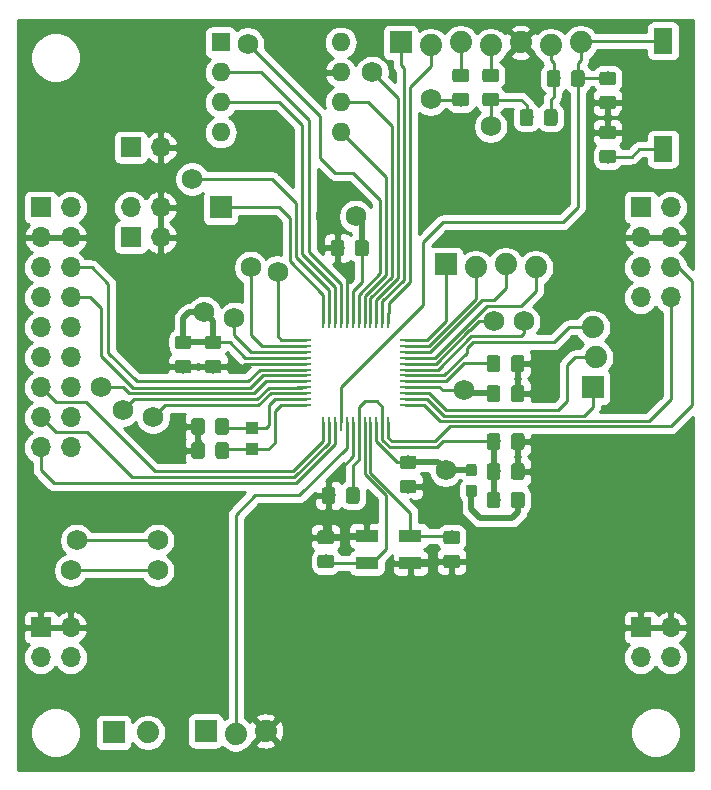
<source format=gbr>
G04 #@! TF.GenerationSoftware,KiCad,Pcbnew,5.1.0-060a0da~80~ubuntu18.10.1*
G04 #@! TF.CreationDate,2019-03-25T12:08:20+01:00*
G04 #@! TF.ProjectId,project-embeddedSystemDesign2,70726f6a-6563-4742-9d65-6d6265646465,rev?*
G04 #@! TF.SameCoordinates,Original*
G04 #@! TF.FileFunction,Copper,L1,Top*
G04 #@! TF.FilePolarity,Positive*
%FSLAX46Y46*%
G04 Gerber Fmt 4.6, Leading zero omitted, Abs format (unit mm)*
G04 Created by KiCad (PCBNEW 5.1.0-060a0da~80~ubuntu18.10.1) date 2019-03-25 12:08:20*
%MOMM*%
%LPD*%
G04 APERTURE LIST*
%ADD10R,0.250000X1.300000*%
%ADD11R,1.300000X0.250000*%
%ADD12C,0.100000*%
%ADD13C,0.950000*%
%ADD14C,1.879600*%
%ADD15R,1.879600X1.879600*%
%ADD16O,1.700000X1.700000*%
%ADD17R,1.700000X1.700000*%
%ADD18C,1.150000*%
%ADD19R,1.100000X1.050000*%
%ADD20O,1.600000X1.600000*%
%ADD21R,1.600000X1.600000*%
%ADD22R,1.600000X2.180000*%
%ADD23R,1.899920X1.099820*%
%ADD24C,1.727200*%
%ADD25C,0.508000*%
%ADD26C,0.254000*%
G04 APERTURE END LIST*
D10*
X124250000Y-65500000D03*
X124750000Y-65500000D03*
X125250000Y-65500000D03*
X125750000Y-65500000D03*
X126250000Y-65500000D03*
X126750000Y-65500000D03*
X127250000Y-65500000D03*
X127750000Y-65500000D03*
X128250000Y-65500000D03*
X128750000Y-65500000D03*
X129250000Y-65500000D03*
X129750000Y-65500000D03*
D11*
X131350000Y-67100000D03*
X131350000Y-67600000D03*
X131350000Y-68100000D03*
X131350000Y-68600000D03*
X131350000Y-69100000D03*
X131350000Y-69600000D03*
X131350000Y-70100000D03*
X131350000Y-70600000D03*
X131350000Y-71100000D03*
X131350000Y-71600000D03*
X131350000Y-72100000D03*
X131350000Y-72600000D03*
D10*
X129750000Y-74200000D03*
X129250000Y-74200000D03*
X128750000Y-74200000D03*
X128250000Y-74200000D03*
X127750000Y-74200000D03*
X127250000Y-74200000D03*
X126750000Y-74200000D03*
X126250000Y-74200000D03*
X125750000Y-74200000D03*
X125250000Y-74200000D03*
X124750000Y-74200000D03*
X124250000Y-74200000D03*
D11*
X122650000Y-72600000D03*
X122650000Y-72100000D03*
X122650000Y-71600000D03*
X122650000Y-71100000D03*
X122650000Y-70600000D03*
X122650000Y-70100000D03*
X122650000Y-69600000D03*
X122650000Y-69100000D03*
X122650000Y-68600000D03*
X122650000Y-68100000D03*
X122650000Y-67600000D03*
X122650000Y-67100000D03*
D12*
G36*
X137039779Y-79345144D02*
G01*
X137062834Y-79348563D01*
X137085443Y-79354227D01*
X137107387Y-79362079D01*
X137128457Y-79372044D01*
X137148448Y-79384026D01*
X137167168Y-79397910D01*
X137184438Y-79413562D01*
X137200090Y-79430832D01*
X137213974Y-79449552D01*
X137225956Y-79469543D01*
X137235921Y-79490613D01*
X137243773Y-79512557D01*
X137249437Y-79535166D01*
X137252856Y-79558221D01*
X137254000Y-79581500D01*
X137254000Y-80156500D01*
X137252856Y-80179779D01*
X137249437Y-80202834D01*
X137243773Y-80225443D01*
X137235921Y-80247387D01*
X137225956Y-80268457D01*
X137213974Y-80288448D01*
X137200090Y-80307168D01*
X137184438Y-80324438D01*
X137167168Y-80340090D01*
X137148448Y-80353974D01*
X137128457Y-80365956D01*
X137107387Y-80375921D01*
X137085443Y-80383773D01*
X137062834Y-80389437D01*
X137039779Y-80392856D01*
X137016500Y-80394000D01*
X136541500Y-80394000D01*
X136518221Y-80392856D01*
X136495166Y-80389437D01*
X136472557Y-80383773D01*
X136450613Y-80375921D01*
X136429543Y-80365956D01*
X136409552Y-80353974D01*
X136390832Y-80340090D01*
X136373562Y-80324438D01*
X136357910Y-80307168D01*
X136344026Y-80288448D01*
X136332044Y-80268457D01*
X136322079Y-80247387D01*
X136314227Y-80225443D01*
X136308563Y-80202834D01*
X136305144Y-80179779D01*
X136304000Y-80156500D01*
X136304000Y-79581500D01*
X136305144Y-79558221D01*
X136308563Y-79535166D01*
X136314227Y-79512557D01*
X136322079Y-79490613D01*
X136332044Y-79469543D01*
X136344026Y-79449552D01*
X136357910Y-79430832D01*
X136373562Y-79413562D01*
X136390832Y-79397910D01*
X136409552Y-79384026D01*
X136429543Y-79372044D01*
X136450613Y-79362079D01*
X136472557Y-79354227D01*
X136495166Y-79348563D01*
X136518221Y-79345144D01*
X136541500Y-79344000D01*
X137016500Y-79344000D01*
X137039779Y-79345144D01*
X137039779Y-79345144D01*
G37*
D13*
X136779000Y-79869000D03*
D12*
G36*
X137039779Y-77595144D02*
G01*
X137062834Y-77598563D01*
X137085443Y-77604227D01*
X137107387Y-77612079D01*
X137128457Y-77622044D01*
X137148448Y-77634026D01*
X137167168Y-77647910D01*
X137184438Y-77663562D01*
X137200090Y-77680832D01*
X137213974Y-77699552D01*
X137225956Y-77719543D01*
X137235921Y-77740613D01*
X137243773Y-77762557D01*
X137249437Y-77785166D01*
X137252856Y-77808221D01*
X137254000Y-77831500D01*
X137254000Y-78406500D01*
X137252856Y-78429779D01*
X137249437Y-78452834D01*
X137243773Y-78475443D01*
X137235921Y-78497387D01*
X137225956Y-78518457D01*
X137213974Y-78538448D01*
X137200090Y-78557168D01*
X137184438Y-78574438D01*
X137167168Y-78590090D01*
X137148448Y-78603974D01*
X137128457Y-78615956D01*
X137107387Y-78625921D01*
X137085443Y-78633773D01*
X137062834Y-78639437D01*
X137039779Y-78642856D01*
X137016500Y-78644000D01*
X136541500Y-78644000D01*
X136518221Y-78642856D01*
X136495166Y-78639437D01*
X136472557Y-78633773D01*
X136450613Y-78625921D01*
X136429543Y-78615956D01*
X136409552Y-78603974D01*
X136390832Y-78590090D01*
X136373562Y-78574438D01*
X136357910Y-78557168D01*
X136344026Y-78538448D01*
X136332044Y-78518457D01*
X136322079Y-78497387D01*
X136314227Y-78475443D01*
X136308563Y-78452834D01*
X136305144Y-78429779D01*
X136304000Y-78406500D01*
X136304000Y-77831500D01*
X136305144Y-77808221D01*
X136308563Y-77785166D01*
X136314227Y-77762557D01*
X136322079Y-77740613D01*
X136332044Y-77719543D01*
X136344026Y-77699552D01*
X136357910Y-77680832D01*
X136373562Y-77663562D01*
X136390832Y-77647910D01*
X136409552Y-77634026D01*
X136429543Y-77622044D01*
X136450613Y-77612079D01*
X136472557Y-77604227D01*
X136495166Y-77598563D01*
X136518221Y-77595144D01*
X136541500Y-77594000D01*
X137016500Y-77594000D01*
X137039779Y-77595144D01*
X137039779Y-77595144D01*
G37*
D13*
X136779000Y-78119000D03*
D14*
X109397800Y-100330000D03*
D15*
X106502200Y-100330000D03*
D14*
X119380000Y-100203000D03*
X116840000Y-100457000D03*
D15*
X114300000Y-100203000D03*
D16*
X110490000Y-55880000D03*
X107950000Y-55880000D03*
X110490000Y-58420000D03*
D17*
X107950000Y-58420000D03*
D14*
X146050000Y-41910000D03*
X143510000Y-42164000D03*
X140970000Y-41910000D03*
X138430000Y-42164000D03*
X135890000Y-41910000D03*
X133350000Y-42164000D03*
D15*
X130810000Y-41910000D03*
X115570000Y-55880000D03*
D16*
X110490000Y-50800000D03*
D17*
X107950000Y-50800000D03*
D14*
X147066000Y-66040000D03*
X147320000Y-68580000D03*
D15*
X147066000Y-71120000D03*
D16*
X102870000Y-93980000D03*
X100330000Y-93980000D03*
X102870000Y-91440000D03*
D17*
X100330000Y-91440000D03*
D16*
X153670000Y-93980000D03*
X151130000Y-93980000D03*
X153670000Y-91440000D03*
D17*
X151130000Y-91440000D03*
D16*
X102870000Y-76200000D03*
X100330000Y-76200000D03*
X102870000Y-73660000D03*
X100330000Y-73660000D03*
X102870000Y-71120000D03*
X100330000Y-71120000D03*
X102870000Y-68580000D03*
X100330000Y-68580000D03*
X102870000Y-66040000D03*
X100330000Y-66040000D03*
X102870000Y-63500000D03*
X100330000Y-63500000D03*
X102870000Y-60960000D03*
X100330000Y-60960000D03*
X102870000Y-58420000D03*
X100330000Y-58420000D03*
X102870000Y-55880000D03*
D17*
X100330000Y-55880000D03*
D16*
X153670000Y-63500000D03*
X151130000Y-63500000D03*
X153670000Y-60960000D03*
X151130000Y-60960000D03*
X153670000Y-58420000D03*
X151130000Y-58420000D03*
X153670000Y-55880000D03*
D17*
X151130000Y-55880000D03*
D14*
X142240000Y-60960000D03*
X139700000Y-60706000D03*
X137160000Y-60960000D03*
D15*
X134620000Y-60706000D03*
D12*
G36*
X125054505Y-79565204D02*
G01*
X125078773Y-79568804D01*
X125102572Y-79574765D01*
X125125671Y-79583030D01*
X125147850Y-79593520D01*
X125168893Y-79606132D01*
X125188599Y-79620747D01*
X125206777Y-79637223D01*
X125223253Y-79655401D01*
X125237868Y-79675107D01*
X125250480Y-79696150D01*
X125260970Y-79718329D01*
X125269235Y-79741428D01*
X125275196Y-79765227D01*
X125278796Y-79789495D01*
X125280000Y-79813999D01*
X125280000Y-80714001D01*
X125278796Y-80738505D01*
X125275196Y-80762773D01*
X125269235Y-80786572D01*
X125260970Y-80809671D01*
X125250480Y-80831850D01*
X125237868Y-80852893D01*
X125223253Y-80872599D01*
X125206777Y-80890777D01*
X125188599Y-80907253D01*
X125168893Y-80921868D01*
X125147850Y-80934480D01*
X125125671Y-80944970D01*
X125102572Y-80953235D01*
X125078773Y-80959196D01*
X125054505Y-80962796D01*
X125030001Y-80964000D01*
X124379999Y-80964000D01*
X124355495Y-80962796D01*
X124331227Y-80959196D01*
X124307428Y-80953235D01*
X124284329Y-80944970D01*
X124262150Y-80934480D01*
X124241107Y-80921868D01*
X124221401Y-80907253D01*
X124203223Y-80890777D01*
X124186747Y-80872599D01*
X124172132Y-80852893D01*
X124159520Y-80831850D01*
X124149030Y-80809671D01*
X124140765Y-80786572D01*
X124134804Y-80762773D01*
X124131204Y-80738505D01*
X124130000Y-80714001D01*
X124130000Y-79813999D01*
X124131204Y-79789495D01*
X124134804Y-79765227D01*
X124140765Y-79741428D01*
X124149030Y-79718329D01*
X124159520Y-79696150D01*
X124172132Y-79675107D01*
X124186747Y-79655401D01*
X124203223Y-79637223D01*
X124221401Y-79620747D01*
X124241107Y-79606132D01*
X124262150Y-79593520D01*
X124284329Y-79583030D01*
X124307428Y-79574765D01*
X124331227Y-79568804D01*
X124355495Y-79565204D01*
X124379999Y-79564000D01*
X125030001Y-79564000D01*
X125054505Y-79565204D01*
X125054505Y-79565204D01*
G37*
D18*
X124705000Y-80264000D03*
D12*
G36*
X127104505Y-79565204D02*
G01*
X127128773Y-79568804D01*
X127152572Y-79574765D01*
X127175671Y-79583030D01*
X127197850Y-79593520D01*
X127218893Y-79606132D01*
X127238599Y-79620747D01*
X127256777Y-79637223D01*
X127273253Y-79655401D01*
X127287868Y-79675107D01*
X127300480Y-79696150D01*
X127310970Y-79718329D01*
X127319235Y-79741428D01*
X127325196Y-79765227D01*
X127328796Y-79789495D01*
X127330000Y-79813999D01*
X127330000Y-80714001D01*
X127328796Y-80738505D01*
X127325196Y-80762773D01*
X127319235Y-80786572D01*
X127310970Y-80809671D01*
X127300480Y-80831850D01*
X127287868Y-80852893D01*
X127273253Y-80872599D01*
X127256777Y-80890777D01*
X127238599Y-80907253D01*
X127218893Y-80921868D01*
X127197850Y-80934480D01*
X127175671Y-80944970D01*
X127152572Y-80953235D01*
X127128773Y-80959196D01*
X127104505Y-80962796D01*
X127080001Y-80964000D01*
X126429999Y-80964000D01*
X126405495Y-80962796D01*
X126381227Y-80959196D01*
X126357428Y-80953235D01*
X126334329Y-80944970D01*
X126312150Y-80934480D01*
X126291107Y-80921868D01*
X126271401Y-80907253D01*
X126253223Y-80890777D01*
X126236747Y-80872599D01*
X126222132Y-80852893D01*
X126209520Y-80831850D01*
X126199030Y-80809671D01*
X126190765Y-80786572D01*
X126184804Y-80762773D01*
X126181204Y-80738505D01*
X126180000Y-80714001D01*
X126180000Y-79813999D01*
X126181204Y-79789495D01*
X126184804Y-79765227D01*
X126190765Y-79741428D01*
X126199030Y-79718329D01*
X126209520Y-79696150D01*
X126222132Y-79675107D01*
X126236747Y-79655401D01*
X126253223Y-79637223D01*
X126271401Y-79620747D01*
X126291107Y-79606132D01*
X126312150Y-79593520D01*
X126334329Y-79583030D01*
X126357428Y-79574765D01*
X126381227Y-79568804D01*
X126405495Y-79565204D01*
X126429999Y-79564000D01*
X127080001Y-79564000D01*
X127104505Y-79565204D01*
X127104505Y-79565204D01*
G37*
D18*
X126755000Y-80264000D03*
D12*
G36*
X115409505Y-68777204D02*
G01*
X115433773Y-68780804D01*
X115457572Y-68786765D01*
X115480671Y-68795030D01*
X115502850Y-68805520D01*
X115523893Y-68818132D01*
X115543599Y-68832747D01*
X115561777Y-68849223D01*
X115578253Y-68867401D01*
X115592868Y-68887107D01*
X115605480Y-68908150D01*
X115615970Y-68930329D01*
X115624235Y-68953428D01*
X115630196Y-68977227D01*
X115633796Y-69001495D01*
X115635000Y-69025999D01*
X115635000Y-69676001D01*
X115633796Y-69700505D01*
X115630196Y-69724773D01*
X115624235Y-69748572D01*
X115615970Y-69771671D01*
X115605480Y-69793850D01*
X115592868Y-69814893D01*
X115578253Y-69834599D01*
X115561777Y-69852777D01*
X115543599Y-69869253D01*
X115523893Y-69883868D01*
X115502850Y-69896480D01*
X115480671Y-69906970D01*
X115457572Y-69915235D01*
X115433773Y-69921196D01*
X115409505Y-69924796D01*
X115385001Y-69926000D01*
X114484999Y-69926000D01*
X114460495Y-69924796D01*
X114436227Y-69921196D01*
X114412428Y-69915235D01*
X114389329Y-69906970D01*
X114367150Y-69896480D01*
X114346107Y-69883868D01*
X114326401Y-69869253D01*
X114308223Y-69852777D01*
X114291747Y-69834599D01*
X114277132Y-69814893D01*
X114264520Y-69793850D01*
X114254030Y-69771671D01*
X114245765Y-69748572D01*
X114239804Y-69724773D01*
X114236204Y-69700505D01*
X114235000Y-69676001D01*
X114235000Y-69025999D01*
X114236204Y-69001495D01*
X114239804Y-68977227D01*
X114245765Y-68953428D01*
X114254030Y-68930329D01*
X114264520Y-68908150D01*
X114277132Y-68887107D01*
X114291747Y-68867401D01*
X114308223Y-68849223D01*
X114326401Y-68832747D01*
X114346107Y-68818132D01*
X114367150Y-68805520D01*
X114389329Y-68795030D01*
X114412428Y-68786765D01*
X114436227Y-68780804D01*
X114460495Y-68777204D01*
X114484999Y-68776000D01*
X115385001Y-68776000D01*
X115409505Y-68777204D01*
X115409505Y-68777204D01*
G37*
D18*
X114935000Y-69351000D03*
D12*
G36*
X115409505Y-66727204D02*
G01*
X115433773Y-66730804D01*
X115457572Y-66736765D01*
X115480671Y-66745030D01*
X115502850Y-66755520D01*
X115523893Y-66768132D01*
X115543599Y-66782747D01*
X115561777Y-66799223D01*
X115578253Y-66817401D01*
X115592868Y-66837107D01*
X115605480Y-66858150D01*
X115615970Y-66880329D01*
X115624235Y-66903428D01*
X115630196Y-66927227D01*
X115633796Y-66951495D01*
X115635000Y-66975999D01*
X115635000Y-67626001D01*
X115633796Y-67650505D01*
X115630196Y-67674773D01*
X115624235Y-67698572D01*
X115615970Y-67721671D01*
X115605480Y-67743850D01*
X115592868Y-67764893D01*
X115578253Y-67784599D01*
X115561777Y-67802777D01*
X115543599Y-67819253D01*
X115523893Y-67833868D01*
X115502850Y-67846480D01*
X115480671Y-67856970D01*
X115457572Y-67865235D01*
X115433773Y-67871196D01*
X115409505Y-67874796D01*
X115385001Y-67876000D01*
X114484999Y-67876000D01*
X114460495Y-67874796D01*
X114436227Y-67871196D01*
X114412428Y-67865235D01*
X114389329Y-67856970D01*
X114367150Y-67846480D01*
X114346107Y-67833868D01*
X114326401Y-67819253D01*
X114308223Y-67802777D01*
X114291747Y-67784599D01*
X114277132Y-67764893D01*
X114264520Y-67743850D01*
X114254030Y-67721671D01*
X114245765Y-67698572D01*
X114239804Y-67674773D01*
X114236204Y-67650505D01*
X114235000Y-67626001D01*
X114235000Y-66975999D01*
X114236204Y-66951495D01*
X114239804Y-66927227D01*
X114245765Y-66903428D01*
X114254030Y-66880329D01*
X114264520Y-66858150D01*
X114277132Y-66837107D01*
X114291747Y-66817401D01*
X114308223Y-66799223D01*
X114326401Y-66782747D01*
X114346107Y-66768132D01*
X114367150Y-66755520D01*
X114389329Y-66745030D01*
X114412428Y-66736765D01*
X114436227Y-66730804D01*
X114460495Y-66727204D01*
X114484999Y-66726000D01*
X115385001Y-66726000D01*
X115409505Y-66727204D01*
X115409505Y-66727204D01*
G37*
D18*
X114935000Y-67301000D03*
D19*
X118237000Y-76363000D03*
X118237000Y-74513000D03*
D20*
X125730000Y-41910000D03*
X115570000Y-49530000D03*
X125730000Y-44450000D03*
X115570000Y-46990000D03*
X125730000Y-46990000D03*
X115570000Y-44450000D03*
X125730000Y-49530000D03*
D21*
X115570000Y-41910000D03*
D12*
G36*
X112869505Y-68777204D02*
G01*
X112893773Y-68780804D01*
X112917572Y-68786765D01*
X112940671Y-68795030D01*
X112962850Y-68805520D01*
X112983893Y-68818132D01*
X113003599Y-68832747D01*
X113021777Y-68849223D01*
X113038253Y-68867401D01*
X113052868Y-68887107D01*
X113065480Y-68908150D01*
X113075970Y-68930329D01*
X113084235Y-68953428D01*
X113090196Y-68977227D01*
X113093796Y-69001495D01*
X113095000Y-69025999D01*
X113095000Y-69676001D01*
X113093796Y-69700505D01*
X113090196Y-69724773D01*
X113084235Y-69748572D01*
X113075970Y-69771671D01*
X113065480Y-69793850D01*
X113052868Y-69814893D01*
X113038253Y-69834599D01*
X113021777Y-69852777D01*
X113003599Y-69869253D01*
X112983893Y-69883868D01*
X112962850Y-69896480D01*
X112940671Y-69906970D01*
X112917572Y-69915235D01*
X112893773Y-69921196D01*
X112869505Y-69924796D01*
X112845001Y-69926000D01*
X111944999Y-69926000D01*
X111920495Y-69924796D01*
X111896227Y-69921196D01*
X111872428Y-69915235D01*
X111849329Y-69906970D01*
X111827150Y-69896480D01*
X111806107Y-69883868D01*
X111786401Y-69869253D01*
X111768223Y-69852777D01*
X111751747Y-69834599D01*
X111737132Y-69814893D01*
X111724520Y-69793850D01*
X111714030Y-69771671D01*
X111705765Y-69748572D01*
X111699804Y-69724773D01*
X111696204Y-69700505D01*
X111695000Y-69676001D01*
X111695000Y-69025999D01*
X111696204Y-69001495D01*
X111699804Y-68977227D01*
X111705765Y-68953428D01*
X111714030Y-68930329D01*
X111724520Y-68908150D01*
X111737132Y-68887107D01*
X111751747Y-68867401D01*
X111768223Y-68849223D01*
X111786401Y-68832747D01*
X111806107Y-68818132D01*
X111827150Y-68805520D01*
X111849329Y-68795030D01*
X111872428Y-68786765D01*
X111896227Y-68780804D01*
X111920495Y-68777204D01*
X111944999Y-68776000D01*
X112845001Y-68776000D01*
X112869505Y-68777204D01*
X112869505Y-68777204D01*
G37*
D18*
X112395000Y-69351000D03*
D12*
G36*
X112869505Y-66727204D02*
G01*
X112893773Y-66730804D01*
X112917572Y-66736765D01*
X112940671Y-66745030D01*
X112962850Y-66755520D01*
X112983893Y-66768132D01*
X113003599Y-66782747D01*
X113021777Y-66799223D01*
X113038253Y-66817401D01*
X113052868Y-66837107D01*
X113065480Y-66858150D01*
X113075970Y-66880329D01*
X113084235Y-66903428D01*
X113090196Y-66927227D01*
X113093796Y-66951495D01*
X113095000Y-66975999D01*
X113095000Y-67626001D01*
X113093796Y-67650505D01*
X113090196Y-67674773D01*
X113084235Y-67698572D01*
X113075970Y-67721671D01*
X113065480Y-67743850D01*
X113052868Y-67764893D01*
X113038253Y-67784599D01*
X113021777Y-67802777D01*
X113003599Y-67819253D01*
X112983893Y-67833868D01*
X112962850Y-67846480D01*
X112940671Y-67856970D01*
X112917572Y-67865235D01*
X112893773Y-67871196D01*
X112869505Y-67874796D01*
X112845001Y-67876000D01*
X111944999Y-67876000D01*
X111920495Y-67874796D01*
X111896227Y-67871196D01*
X111872428Y-67865235D01*
X111849329Y-67856970D01*
X111827150Y-67846480D01*
X111806107Y-67833868D01*
X111786401Y-67819253D01*
X111768223Y-67802777D01*
X111751747Y-67784599D01*
X111737132Y-67764893D01*
X111724520Y-67743850D01*
X111714030Y-67721671D01*
X111705765Y-67698572D01*
X111699804Y-67674773D01*
X111696204Y-67650505D01*
X111695000Y-67626001D01*
X111695000Y-66975999D01*
X111696204Y-66951495D01*
X111699804Y-66927227D01*
X111705765Y-66903428D01*
X111714030Y-66880329D01*
X111724520Y-66858150D01*
X111737132Y-66837107D01*
X111751747Y-66817401D01*
X111768223Y-66799223D01*
X111786401Y-66782747D01*
X111806107Y-66768132D01*
X111827150Y-66755520D01*
X111849329Y-66745030D01*
X111872428Y-66736765D01*
X111896227Y-66730804D01*
X111920495Y-66727204D01*
X111944999Y-66726000D01*
X112845001Y-66726000D01*
X112869505Y-66727204D01*
X112869505Y-66727204D01*
G37*
D18*
X112395000Y-67301000D03*
D22*
X153035000Y-50945000D03*
X153035000Y-41765000D03*
D12*
G36*
X148810505Y-50997204D02*
G01*
X148834773Y-51000804D01*
X148858572Y-51006765D01*
X148881671Y-51015030D01*
X148903850Y-51025520D01*
X148924893Y-51038132D01*
X148944599Y-51052747D01*
X148962777Y-51069223D01*
X148979253Y-51087401D01*
X148993868Y-51107107D01*
X149006480Y-51128150D01*
X149016970Y-51150329D01*
X149025235Y-51173428D01*
X149031196Y-51197227D01*
X149034796Y-51221495D01*
X149036000Y-51245999D01*
X149036000Y-51896001D01*
X149034796Y-51920505D01*
X149031196Y-51944773D01*
X149025235Y-51968572D01*
X149016970Y-51991671D01*
X149006480Y-52013850D01*
X148993868Y-52034893D01*
X148979253Y-52054599D01*
X148962777Y-52072777D01*
X148944599Y-52089253D01*
X148924893Y-52103868D01*
X148903850Y-52116480D01*
X148881671Y-52126970D01*
X148858572Y-52135235D01*
X148834773Y-52141196D01*
X148810505Y-52144796D01*
X148786001Y-52146000D01*
X147885999Y-52146000D01*
X147861495Y-52144796D01*
X147837227Y-52141196D01*
X147813428Y-52135235D01*
X147790329Y-52126970D01*
X147768150Y-52116480D01*
X147747107Y-52103868D01*
X147727401Y-52089253D01*
X147709223Y-52072777D01*
X147692747Y-52054599D01*
X147678132Y-52034893D01*
X147665520Y-52013850D01*
X147655030Y-51991671D01*
X147646765Y-51968572D01*
X147640804Y-51944773D01*
X147637204Y-51920505D01*
X147636000Y-51896001D01*
X147636000Y-51245999D01*
X147637204Y-51221495D01*
X147640804Y-51197227D01*
X147646765Y-51173428D01*
X147655030Y-51150329D01*
X147665520Y-51128150D01*
X147678132Y-51107107D01*
X147692747Y-51087401D01*
X147709223Y-51069223D01*
X147727401Y-51052747D01*
X147747107Y-51038132D01*
X147768150Y-51025520D01*
X147790329Y-51015030D01*
X147813428Y-51006765D01*
X147837227Y-51000804D01*
X147861495Y-50997204D01*
X147885999Y-50996000D01*
X148786001Y-50996000D01*
X148810505Y-50997204D01*
X148810505Y-50997204D01*
G37*
D18*
X148336000Y-51571000D03*
D12*
G36*
X148810505Y-48947204D02*
G01*
X148834773Y-48950804D01*
X148858572Y-48956765D01*
X148881671Y-48965030D01*
X148903850Y-48975520D01*
X148924893Y-48988132D01*
X148944599Y-49002747D01*
X148962777Y-49019223D01*
X148979253Y-49037401D01*
X148993868Y-49057107D01*
X149006480Y-49078150D01*
X149016970Y-49100329D01*
X149025235Y-49123428D01*
X149031196Y-49147227D01*
X149034796Y-49171495D01*
X149036000Y-49195999D01*
X149036000Y-49846001D01*
X149034796Y-49870505D01*
X149031196Y-49894773D01*
X149025235Y-49918572D01*
X149016970Y-49941671D01*
X149006480Y-49963850D01*
X148993868Y-49984893D01*
X148979253Y-50004599D01*
X148962777Y-50022777D01*
X148944599Y-50039253D01*
X148924893Y-50053868D01*
X148903850Y-50066480D01*
X148881671Y-50076970D01*
X148858572Y-50085235D01*
X148834773Y-50091196D01*
X148810505Y-50094796D01*
X148786001Y-50096000D01*
X147885999Y-50096000D01*
X147861495Y-50094796D01*
X147837227Y-50091196D01*
X147813428Y-50085235D01*
X147790329Y-50076970D01*
X147768150Y-50066480D01*
X147747107Y-50053868D01*
X147727401Y-50039253D01*
X147709223Y-50022777D01*
X147692747Y-50004599D01*
X147678132Y-49984893D01*
X147665520Y-49963850D01*
X147655030Y-49941671D01*
X147646765Y-49918572D01*
X147640804Y-49894773D01*
X147637204Y-49870505D01*
X147636000Y-49846001D01*
X147636000Y-49195999D01*
X147637204Y-49171495D01*
X147640804Y-49147227D01*
X147646765Y-49123428D01*
X147655030Y-49100329D01*
X147665520Y-49078150D01*
X147678132Y-49057107D01*
X147692747Y-49037401D01*
X147709223Y-49019223D01*
X147727401Y-49002747D01*
X147747107Y-48988132D01*
X147768150Y-48975520D01*
X147790329Y-48965030D01*
X147813428Y-48956765D01*
X147837227Y-48950804D01*
X147861495Y-48947204D01*
X147885999Y-48946000D01*
X148786001Y-48946000D01*
X148810505Y-48947204D01*
X148810505Y-48947204D01*
G37*
D18*
X148336000Y-49521000D03*
D12*
G36*
X146154505Y-44259204D02*
G01*
X146178773Y-44262804D01*
X146202572Y-44268765D01*
X146225671Y-44277030D01*
X146247850Y-44287520D01*
X146268893Y-44300132D01*
X146288599Y-44314747D01*
X146306777Y-44331223D01*
X146323253Y-44349401D01*
X146337868Y-44369107D01*
X146350480Y-44390150D01*
X146360970Y-44412329D01*
X146369235Y-44435428D01*
X146375196Y-44459227D01*
X146378796Y-44483495D01*
X146380000Y-44507999D01*
X146380000Y-45408001D01*
X146378796Y-45432505D01*
X146375196Y-45456773D01*
X146369235Y-45480572D01*
X146360970Y-45503671D01*
X146350480Y-45525850D01*
X146337868Y-45546893D01*
X146323253Y-45566599D01*
X146306777Y-45584777D01*
X146288599Y-45601253D01*
X146268893Y-45615868D01*
X146247850Y-45628480D01*
X146225671Y-45638970D01*
X146202572Y-45647235D01*
X146178773Y-45653196D01*
X146154505Y-45656796D01*
X146130001Y-45658000D01*
X145479999Y-45658000D01*
X145455495Y-45656796D01*
X145431227Y-45653196D01*
X145407428Y-45647235D01*
X145384329Y-45638970D01*
X145362150Y-45628480D01*
X145341107Y-45615868D01*
X145321401Y-45601253D01*
X145303223Y-45584777D01*
X145286747Y-45566599D01*
X145272132Y-45546893D01*
X145259520Y-45525850D01*
X145249030Y-45503671D01*
X145240765Y-45480572D01*
X145234804Y-45456773D01*
X145231204Y-45432505D01*
X145230000Y-45408001D01*
X145230000Y-44507999D01*
X145231204Y-44483495D01*
X145234804Y-44459227D01*
X145240765Y-44435428D01*
X145249030Y-44412329D01*
X145259520Y-44390150D01*
X145272132Y-44369107D01*
X145286747Y-44349401D01*
X145303223Y-44331223D01*
X145321401Y-44314747D01*
X145341107Y-44300132D01*
X145362150Y-44287520D01*
X145384329Y-44277030D01*
X145407428Y-44268765D01*
X145431227Y-44262804D01*
X145455495Y-44259204D01*
X145479999Y-44258000D01*
X146130001Y-44258000D01*
X146154505Y-44259204D01*
X146154505Y-44259204D01*
G37*
D18*
X145805000Y-44958000D03*
D12*
G36*
X144104505Y-44259204D02*
G01*
X144128773Y-44262804D01*
X144152572Y-44268765D01*
X144175671Y-44277030D01*
X144197850Y-44287520D01*
X144218893Y-44300132D01*
X144238599Y-44314747D01*
X144256777Y-44331223D01*
X144273253Y-44349401D01*
X144287868Y-44369107D01*
X144300480Y-44390150D01*
X144310970Y-44412329D01*
X144319235Y-44435428D01*
X144325196Y-44459227D01*
X144328796Y-44483495D01*
X144330000Y-44507999D01*
X144330000Y-45408001D01*
X144328796Y-45432505D01*
X144325196Y-45456773D01*
X144319235Y-45480572D01*
X144310970Y-45503671D01*
X144300480Y-45525850D01*
X144287868Y-45546893D01*
X144273253Y-45566599D01*
X144256777Y-45584777D01*
X144238599Y-45601253D01*
X144218893Y-45615868D01*
X144197850Y-45628480D01*
X144175671Y-45638970D01*
X144152572Y-45647235D01*
X144128773Y-45653196D01*
X144104505Y-45656796D01*
X144080001Y-45658000D01*
X143429999Y-45658000D01*
X143405495Y-45656796D01*
X143381227Y-45653196D01*
X143357428Y-45647235D01*
X143334329Y-45638970D01*
X143312150Y-45628480D01*
X143291107Y-45615868D01*
X143271401Y-45601253D01*
X143253223Y-45584777D01*
X143236747Y-45566599D01*
X143222132Y-45546893D01*
X143209520Y-45525850D01*
X143199030Y-45503671D01*
X143190765Y-45480572D01*
X143184804Y-45456773D01*
X143181204Y-45432505D01*
X143180000Y-45408001D01*
X143180000Y-44507999D01*
X143181204Y-44483495D01*
X143184804Y-44459227D01*
X143190765Y-44435428D01*
X143199030Y-44412329D01*
X143209520Y-44390150D01*
X143222132Y-44369107D01*
X143236747Y-44349401D01*
X143253223Y-44331223D01*
X143271401Y-44314747D01*
X143291107Y-44300132D01*
X143312150Y-44287520D01*
X143334329Y-44277030D01*
X143357428Y-44268765D01*
X143381227Y-44262804D01*
X143405495Y-44259204D01*
X143429999Y-44258000D01*
X144080001Y-44258000D01*
X144104505Y-44259204D01*
X144104505Y-44259204D01*
G37*
D18*
X143755000Y-44958000D03*
D12*
G36*
X138904505Y-46171204D02*
G01*
X138928773Y-46174804D01*
X138952572Y-46180765D01*
X138975671Y-46189030D01*
X138997850Y-46199520D01*
X139018893Y-46212132D01*
X139038599Y-46226747D01*
X139056777Y-46243223D01*
X139073253Y-46261401D01*
X139087868Y-46281107D01*
X139100480Y-46302150D01*
X139110970Y-46324329D01*
X139119235Y-46347428D01*
X139125196Y-46371227D01*
X139128796Y-46395495D01*
X139130000Y-46419999D01*
X139130000Y-47070001D01*
X139128796Y-47094505D01*
X139125196Y-47118773D01*
X139119235Y-47142572D01*
X139110970Y-47165671D01*
X139100480Y-47187850D01*
X139087868Y-47208893D01*
X139073253Y-47228599D01*
X139056777Y-47246777D01*
X139038599Y-47263253D01*
X139018893Y-47277868D01*
X138997850Y-47290480D01*
X138975671Y-47300970D01*
X138952572Y-47309235D01*
X138928773Y-47315196D01*
X138904505Y-47318796D01*
X138880001Y-47320000D01*
X137979999Y-47320000D01*
X137955495Y-47318796D01*
X137931227Y-47315196D01*
X137907428Y-47309235D01*
X137884329Y-47300970D01*
X137862150Y-47290480D01*
X137841107Y-47277868D01*
X137821401Y-47263253D01*
X137803223Y-47246777D01*
X137786747Y-47228599D01*
X137772132Y-47208893D01*
X137759520Y-47187850D01*
X137749030Y-47165671D01*
X137740765Y-47142572D01*
X137734804Y-47118773D01*
X137731204Y-47094505D01*
X137730000Y-47070001D01*
X137730000Y-46419999D01*
X137731204Y-46395495D01*
X137734804Y-46371227D01*
X137740765Y-46347428D01*
X137749030Y-46324329D01*
X137759520Y-46302150D01*
X137772132Y-46281107D01*
X137786747Y-46261401D01*
X137803223Y-46243223D01*
X137821401Y-46226747D01*
X137841107Y-46212132D01*
X137862150Y-46199520D01*
X137884329Y-46189030D01*
X137907428Y-46180765D01*
X137931227Y-46174804D01*
X137955495Y-46171204D01*
X137979999Y-46170000D01*
X138880001Y-46170000D01*
X138904505Y-46171204D01*
X138904505Y-46171204D01*
G37*
D18*
X138430000Y-46745000D03*
D12*
G36*
X138904505Y-44121204D02*
G01*
X138928773Y-44124804D01*
X138952572Y-44130765D01*
X138975671Y-44139030D01*
X138997850Y-44149520D01*
X139018893Y-44162132D01*
X139038599Y-44176747D01*
X139056777Y-44193223D01*
X139073253Y-44211401D01*
X139087868Y-44231107D01*
X139100480Y-44252150D01*
X139110970Y-44274329D01*
X139119235Y-44297428D01*
X139125196Y-44321227D01*
X139128796Y-44345495D01*
X139130000Y-44369999D01*
X139130000Y-45020001D01*
X139128796Y-45044505D01*
X139125196Y-45068773D01*
X139119235Y-45092572D01*
X139110970Y-45115671D01*
X139100480Y-45137850D01*
X139087868Y-45158893D01*
X139073253Y-45178599D01*
X139056777Y-45196777D01*
X139038599Y-45213253D01*
X139018893Y-45227868D01*
X138997850Y-45240480D01*
X138975671Y-45250970D01*
X138952572Y-45259235D01*
X138928773Y-45265196D01*
X138904505Y-45268796D01*
X138880001Y-45270000D01*
X137979999Y-45270000D01*
X137955495Y-45268796D01*
X137931227Y-45265196D01*
X137907428Y-45259235D01*
X137884329Y-45250970D01*
X137862150Y-45240480D01*
X137841107Y-45227868D01*
X137821401Y-45213253D01*
X137803223Y-45196777D01*
X137786747Y-45178599D01*
X137772132Y-45158893D01*
X137759520Y-45137850D01*
X137749030Y-45115671D01*
X137740765Y-45092572D01*
X137734804Y-45068773D01*
X137731204Y-45044505D01*
X137730000Y-45020001D01*
X137730000Y-44369999D01*
X137731204Y-44345495D01*
X137734804Y-44321227D01*
X137740765Y-44297428D01*
X137749030Y-44274329D01*
X137759520Y-44252150D01*
X137772132Y-44231107D01*
X137786747Y-44211401D01*
X137803223Y-44193223D01*
X137821401Y-44176747D01*
X137841107Y-44162132D01*
X137862150Y-44149520D01*
X137884329Y-44139030D01*
X137907428Y-44130765D01*
X137931227Y-44124804D01*
X137955495Y-44121204D01*
X137979999Y-44120000D01*
X138880001Y-44120000D01*
X138904505Y-44121204D01*
X138904505Y-44121204D01*
G37*
D18*
X138430000Y-44695000D03*
D12*
G36*
X136364505Y-46171204D02*
G01*
X136388773Y-46174804D01*
X136412572Y-46180765D01*
X136435671Y-46189030D01*
X136457850Y-46199520D01*
X136478893Y-46212132D01*
X136498599Y-46226747D01*
X136516777Y-46243223D01*
X136533253Y-46261401D01*
X136547868Y-46281107D01*
X136560480Y-46302150D01*
X136570970Y-46324329D01*
X136579235Y-46347428D01*
X136585196Y-46371227D01*
X136588796Y-46395495D01*
X136590000Y-46419999D01*
X136590000Y-47070001D01*
X136588796Y-47094505D01*
X136585196Y-47118773D01*
X136579235Y-47142572D01*
X136570970Y-47165671D01*
X136560480Y-47187850D01*
X136547868Y-47208893D01*
X136533253Y-47228599D01*
X136516777Y-47246777D01*
X136498599Y-47263253D01*
X136478893Y-47277868D01*
X136457850Y-47290480D01*
X136435671Y-47300970D01*
X136412572Y-47309235D01*
X136388773Y-47315196D01*
X136364505Y-47318796D01*
X136340001Y-47320000D01*
X135439999Y-47320000D01*
X135415495Y-47318796D01*
X135391227Y-47315196D01*
X135367428Y-47309235D01*
X135344329Y-47300970D01*
X135322150Y-47290480D01*
X135301107Y-47277868D01*
X135281401Y-47263253D01*
X135263223Y-47246777D01*
X135246747Y-47228599D01*
X135232132Y-47208893D01*
X135219520Y-47187850D01*
X135209030Y-47165671D01*
X135200765Y-47142572D01*
X135194804Y-47118773D01*
X135191204Y-47094505D01*
X135190000Y-47070001D01*
X135190000Y-46419999D01*
X135191204Y-46395495D01*
X135194804Y-46371227D01*
X135200765Y-46347428D01*
X135209030Y-46324329D01*
X135219520Y-46302150D01*
X135232132Y-46281107D01*
X135246747Y-46261401D01*
X135263223Y-46243223D01*
X135281401Y-46226747D01*
X135301107Y-46212132D01*
X135322150Y-46199520D01*
X135344329Y-46189030D01*
X135367428Y-46180765D01*
X135391227Y-46174804D01*
X135415495Y-46171204D01*
X135439999Y-46170000D01*
X136340001Y-46170000D01*
X136364505Y-46171204D01*
X136364505Y-46171204D01*
G37*
D18*
X135890000Y-46745000D03*
D12*
G36*
X136364505Y-44121204D02*
G01*
X136388773Y-44124804D01*
X136412572Y-44130765D01*
X136435671Y-44139030D01*
X136457850Y-44149520D01*
X136478893Y-44162132D01*
X136498599Y-44176747D01*
X136516777Y-44193223D01*
X136533253Y-44211401D01*
X136547868Y-44231107D01*
X136560480Y-44252150D01*
X136570970Y-44274329D01*
X136579235Y-44297428D01*
X136585196Y-44321227D01*
X136588796Y-44345495D01*
X136590000Y-44369999D01*
X136590000Y-45020001D01*
X136588796Y-45044505D01*
X136585196Y-45068773D01*
X136579235Y-45092572D01*
X136570970Y-45115671D01*
X136560480Y-45137850D01*
X136547868Y-45158893D01*
X136533253Y-45178599D01*
X136516777Y-45196777D01*
X136498599Y-45213253D01*
X136478893Y-45227868D01*
X136457850Y-45240480D01*
X136435671Y-45250970D01*
X136412572Y-45259235D01*
X136388773Y-45265196D01*
X136364505Y-45268796D01*
X136340001Y-45270000D01*
X135439999Y-45270000D01*
X135415495Y-45268796D01*
X135391227Y-45265196D01*
X135367428Y-45259235D01*
X135344329Y-45250970D01*
X135322150Y-45240480D01*
X135301107Y-45227868D01*
X135281401Y-45213253D01*
X135263223Y-45196777D01*
X135246747Y-45178599D01*
X135232132Y-45158893D01*
X135219520Y-45137850D01*
X135209030Y-45115671D01*
X135200765Y-45092572D01*
X135194804Y-45068773D01*
X135191204Y-45044505D01*
X135190000Y-45020001D01*
X135190000Y-44369999D01*
X135191204Y-44345495D01*
X135194804Y-44321227D01*
X135200765Y-44297428D01*
X135209030Y-44274329D01*
X135219520Y-44252150D01*
X135232132Y-44231107D01*
X135246747Y-44211401D01*
X135263223Y-44193223D01*
X135281401Y-44176747D01*
X135301107Y-44162132D01*
X135322150Y-44149520D01*
X135344329Y-44139030D01*
X135367428Y-44130765D01*
X135391227Y-44124804D01*
X135415495Y-44121204D01*
X135439999Y-44120000D01*
X136340001Y-44120000D01*
X136364505Y-44121204D01*
X136364505Y-44121204D01*
G37*
D18*
X135890000Y-44695000D03*
D12*
G36*
X141818505Y-47561204D02*
G01*
X141842773Y-47564804D01*
X141866572Y-47570765D01*
X141889671Y-47579030D01*
X141911850Y-47589520D01*
X141932893Y-47602132D01*
X141952599Y-47616747D01*
X141970777Y-47633223D01*
X141987253Y-47651401D01*
X142001868Y-47671107D01*
X142014480Y-47692150D01*
X142024970Y-47714329D01*
X142033235Y-47737428D01*
X142039196Y-47761227D01*
X142042796Y-47785495D01*
X142044000Y-47809999D01*
X142044000Y-48710001D01*
X142042796Y-48734505D01*
X142039196Y-48758773D01*
X142033235Y-48782572D01*
X142024970Y-48805671D01*
X142014480Y-48827850D01*
X142001868Y-48848893D01*
X141987253Y-48868599D01*
X141970777Y-48886777D01*
X141952599Y-48903253D01*
X141932893Y-48917868D01*
X141911850Y-48930480D01*
X141889671Y-48940970D01*
X141866572Y-48949235D01*
X141842773Y-48955196D01*
X141818505Y-48958796D01*
X141794001Y-48960000D01*
X141143999Y-48960000D01*
X141119495Y-48958796D01*
X141095227Y-48955196D01*
X141071428Y-48949235D01*
X141048329Y-48940970D01*
X141026150Y-48930480D01*
X141005107Y-48917868D01*
X140985401Y-48903253D01*
X140967223Y-48886777D01*
X140950747Y-48868599D01*
X140936132Y-48848893D01*
X140923520Y-48827850D01*
X140913030Y-48805671D01*
X140904765Y-48782572D01*
X140898804Y-48758773D01*
X140895204Y-48734505D01*
X140894000Y-48710001D01*
X140894000Y-47809999D01*
X140895204Y-47785495D01*
X140898804Y-47761227D01*
X140904765Y-47737428D01*
X140913030Y-47714329D01*
X140923520Y-47692150D01*
X140936132Y-47671107D01*
X140950747Y-47651401D01*
X140967223Y-47633223D01*
X140985401Y-47616747D01*
X141005107Y-47602132D01*
X141026150Y-47589520D01*
X141048329Y-47579030D01*
X141071428Y-47570765D01*
X141095227Y-47564804D01*
X141119495Y-47561204D01*
X141143999Y-47560000D01*
X141794001Y-47560000D01*
X141818505Y-47561204D01*
X141818505Y-47561204D01*
G37*
D18*
X141469000Y-48260000D03*
D12*
G36*
X143868505Y-47561204D02*
G01*
X143892773Y-47564804D01*
X143916572Y-47570765D01*
X143939671Y-47579030D01*
X143961850Y-47589520D01*
X143982893Y-47602132D01*
X144002599Y-47616747D01*
X144020777Y-47633223D01*
X144037253Y-47651401D01*
X144051868Y-47671107D01*
X144064480Y-47692150D01*
X144074970Y-47714329D01*
X144083235Y-47737428D01*
X144089196Y-47761227D01*
X144092796Y-47785495D01*
X144094000Y-47809999D01*
X144094000Y-48710001D01*
X144092796Y-48734505D01*
X144089196Y-48758773D01*
X144083235Y-48782572D01*
X144074970Y-48805671D01*
X144064480Y-48827850D01*
X144051868Y-48848893D01*
X144037253Y-48868599D01*
X144020777Y-48886777D01*
X144002599Y-48903253D01*
X143982893Y-48917868D01*
X143961850Y-48930480D01*
X143939671Y-48940970D01*
X143916572Y-48949235D01*
X143892773Y-48955196D01*
X143868505Y-48958796D01*
X143844001Y-48960000D01*
X143193999Y-48960000D01*
X143169495Y-48958796D01*
X143145227Y-48955196D01*
X143121428Y-48949235D01*
X143098329Y-48940970D01*
X143076150Y-48930480D01*
X143055107Y-48917868D01*
X143035401Y-48903253D01*
X143017223Y-48886777D01*
X143000747Y-48868599D01*
X142986132Y-48848893D01*
X142973520Y-48827850D01*
X142963030Y-48805671D01*
X142954765Y-48782572D01*
X142948804Y-48758773D01*
X142945204Y-48734505D01*
X142944000Y-48710001D01*
X142944000Y-47809999D01*
X142945204Y-47785495D01*
X142948804Y-47761227D01*
X142954765Y-47737428D01*
X142963030Y-47714329D01*
X142973520Y-47692150D01*
X142986132Y-47671107D01*
X143000747Y-47651401D01*
X143017223Y-47633223D01*
X143035401Y-47616747D01*
X143055107Y-47602132D01*
X143076150Y-47589520D01*
X143098329Y-47579030D01*
X143121428Y-47570765D01*
X143145227Y-47564804D01*
X143169495Y-47561204D01*
X143193999Y-47560000D01*
X143844001Y-47560000D01*
X143868505Y-47561204D01*
X143868505Y-47561204D01*
G37*
D18*
X143519000Y-48260000D03*
D12*
G36*
X139024505Y-79946204D02*
G01*
X139048773Y-79949804D01*
X139072572Y-79955765D01*
X139095671Y-79964030D01*
X139117850Y-79974520D01*
X139138893Y-79987132D01*
X139158599Y-80001747D01*
X139176777Y-80018223D01*
X139193253Y-80036401D01*
X139207868Y-80056107D01*
X139220480Y-80077150D01*
X139230970Y-80099329D01*
X139239235Y-80122428D01*
X139245196Y-80146227D01*
X139248796Y-80170495D01*
X139250000Y-80194999D01*
X139250000Y-81095001D01*
X139248796Y-81119505D01*
X139245196Y-81143773D01*
X139239235Y-81167572D01*
X139230970Y-81190671D01*
X139220480Y-81212850D01*
X139207868Y-81233893D01*
X139193253Y-81253599D01*
X139176777Y-81271777D01*
X139158599Y-81288253D01*
X139138893Y-81302868D01*
X139117850Y-81315480D01*
X139095671Y-81325970D01*
X139072572Y-81334235D01*
X139048773Y-81340196D01*
X139024505Y-81343796D01*
X139000001Y-81345000D01*
X138349999Y-81345000D01*
X138325495Y-81343796D01*
X138301227Y-81340196D01*
X138277428Y-81334235D01*
X138254329Y-81325970D01*
X138232150Y-81315480D01*
X138211107Y-81302868D01*
X138191401Y-81288253D01*
X138173223Y-81271777D01*
X138156747Y-81253599D01*
X138142132Y-81233893D01*
X138129520Y-81212850D01*
X138119030Y-81190671D01*
X138110765Y-81167572D01*
X138104804Y-81143773D01*
X138101204Y-81119505D01*
X138100000Y-81095001D01*
X138100000Y-80194999D01*
X138101204Y-80170495D01*
X138104804Y-80146227D01*
X138110765Y-80122428D01*
X138119030Y-80099329D01*
X138129520Y-80077150D01*
X138142132Y-80056107D01*
X138156747Y-80036401D01*
X138173223Y-80018223D01*
X138191401Y-80001747D01*
X138211107Y-79987132D01*
X138232150Y-79974520D01*
X138254329Y-79964030D01*
X138277428Y-79955765D01*
X138301227Y-79949804D01*
X138325495Y-79946204D01*
X138349999Y-79945000D01*
X139000001Y-79945000D01*
X139024505Y-79946204D01*
X139024505Y-79946204D01*
G37*
D18*
X138675000Y-80645000D03*
D12*
G36*
X141074505Y-79946204D02*
G01*
X141098773Y-79949804D01*
X141122572Y-79955765D01*
X141145671Y-79964030D01*
X141167850Y-79974520D01*
X141188893Y-79987132D01*
X141208599Y-80001747D01*
X141226777Y-80018223D01*
X141243253Y-80036401D01*
X141257868Y-80056107D01*
X141270480Y-80077150D01*
X141280970Y-80099329D01*
X141289235Y-80122428D01*
X141295196Y-80146227D01*
X141298796Y-80170495D01*
X141300000Y-80194999D01*
X141300000Y-81095001D01*
X141298796Y-81119505D01*
X141295196Y-81143773D01*
X141289235Y-81167572D01*
X141280970Y-81190671D01*
X141270480Y-81212850D01*
X141257868Y-81233893D01*
X141243253Y-81253599D01*
X141226777Y-81271777D01*
X141208599Y-81288253D01*
X141188893Y-81302868D01*
X141167850Y-81315480D01*
X141145671Y-81325970D01*
X141122572Y-81334235D01*
X141098773Y-81340196D01*
X141074505Y-81343796D01*
X141050001Y-81345000D01*
X140399999Y-81345000D01*
X140375495Y-81343796D01*
X140351227Y-81340196D01*
X140327428Y-81334235D01*
X140304329Y-81325970D01*
X140282150Y-81315480D01*
X140261107Y-81302868D01*
X140241401Y-81288253D01*
X140223223Y-81271777D01*
X140206747Y-81253599D01*
X140192132Y-81233893D01*
X140179520Y-81212850D01*
X140169030Y-81190671D01*
X140160765Y-81167572D01*
X140154804Y-81143773D01*
X140151204Y-81119505D01*
X140150000Y-81095001D01*
X140150000Y-80194999D01*
X140151204Y-80170495D01*
X140154804Y-80146227D01*
X140160765Y-80122428D01*
X140169030Y-80099329D01*
X140179520Y-80077150D01*
X140192132Y-80056107D01*
X140206747Y-80036401D01*
X140223223Y-80018223D01*
X140241401Y-80001747D01*
X140261107Y-79987132D01*
X140282150Y-79974520D01*
X140304329Y-79964030D01*
X140327428Y-79955765D01*
X140351227Y-79949804D01*
X140375495Y-79946204D01*
X140399999Y-79945000D01*
X141050001Y-79945000D01*
X141074505Y-79946204D01*
X141074505Y-79946204D01*
G37*
D18*
X140725000Y-80645000D03*
D12*
G36*
X135602505Y-85287204D02*
G01*
X135626773Y-85290804D01*
X135650572Y-85296765D01*
X135673671Y-85305030D01*
X135695850Y-85315520D01*
X135716893Y-85328132D01*
X135736599Y-85342747D01*
X135754777Y-85359223D01*
X135771253Y-85377401D01*
X135785868Y-85397107D01*
X135798480Y-85418150D01*
X135808970Y-85440329D01*
X135817235Y-85463428D01*
X135823196Y-85487227D01*
X135826796Y-85511495D01*
X135828000Y-85535999D01*
X135828000Y-86186001D01*
X135826796Y-86210505D01*
X135823196Y-86234773D01*
X135817235Y-86258572D01*
X135808970Y-86281671D01*
X135798480Y-86303850D01*
X135785868Y-86324893D01*
X135771253Y-86344599D01*
X135754777Y-86362777D01*
X135736599Y-86379253D01*
X135716893Y-86393868D01*
X135695850Y-86406480D01*
X135673671Y-86416970D01*
X135650572Y-86425235D01*
X135626773Y-86431196D01*
X135602505Y-86434796D01*
X135578001Y-86436000D01*
X134677999Y-86436000D01*
X134653495Y-86434796D01*
X134629227Y-86431196D01*
X134605428Y-86425235D01*
X134582329Y-86416970D01*
X134560150Y-86406480D01*
X134539107Y-86393868D01*
X134519401Y-86379253D01*
X134501223Y-86362777D01*
X134484747Y-86344599D01*
X134470132Y-86324893D01*
X134457520Y-86303850D01*
X134447030Y-86281671D01*
X134438765Y-86258572D01*
X134432804Y-86234773D01*
X134429204Y-86210505D01*
X134428000Y-86186001D01*
X134428000Y-85535999D01*
X134429204Y-85511495D01*
X134432804Y-85487227D01*
X134438765Y-85463428D01*
X134447030Y-85440329D01*
X134457520Y-85418150D01*
X134470132Y-85397107D01*
X134484747Y-85377401D01*
X134501223Y-85359223D01*
X134519401Y-85342747D01*
X134539107Y-85328132D01*
X134560150Y-85315520D01*
X134582329Y-85305030D01*
X134605428Y-85296765D01*
X134629227Y-85290804D01*
X134653495Y-85287204D01*
X134677999Y-85286000D01*
X135578001Y-85286000D01*
X135602505Y-85287204D01*
X135602505Y-85287204D01*
G37*
D18*
X135128000Y-85861000D03*
D12*
G36*
X135602505Y-83237204D02*
G01*
X135626773Y-83240804D01*
X135650572Y-83246765D01*
X135673671Y-83255030D01*
X135695850Y-83265520D01*
X135716893Y-83278132D01*
X135736599Y-83292747D01*
X135754777Y-83309223D01*
X135771253Y-83327401D01*
X135785868Y-83347107D01*
X135798480Y-83368150D01*
X135808970Y-83390329D01*
X135817235Y-83413428D01*
X135823196Y-83437227D01*
X135826796Y-83461495D01*
X135828000Y-83485999D01*
X135828000Y-84136001D01*
X135826796Y-84160505D01*
X135823196Y-84184773D01*
X135817235Y-84208572D01*
X135808970Y-84231671D01*
X135798480Y-84253850D01*
X135785868Y-84274893D01*
X135771253Y-84294599D01*
X135754777Y-84312777D01*
X135736599Y-84329253D01*
X135716893Y-84343868D01*
X135695850Y-84356480D01*
X135673671Y-84366970D01*
X135650572Y-84375235D01*
X135626773Y-84381196D01*
X135602505Y-84384796D01*
X135578001Y-84386000D01*
X134677999Y-84386000D01*
X134653495Y-84384796D01*
X134629227Y-84381196D01*
X134605428Y-84375235D01*
X134582329Y-84366970D01*
X134560150Y-84356480D01*
X134539107Y-84343868D01*
X134519401Y-84329253D01*
X134501223Y-84312777D01*
X134484747Y-84294599D01*
X134470132Y-84274893D01*
X134457520Y-84253850D01*
X134447030Y-84231671D01*
X134438765Y-84208572D01*
X134432804Y-84184773D01*
X134429204Y-84160505D01*
X134428000Y-84136001D01*
X134428000Y-83485999D01*
X134429204Y-83461495D01*
X134432804Y-83437227D01*
X134438765Y-83413428D01*
X134447030Y-83390329D01*
X134457520Y-83368150D01*
X134470132Y-83347107D01*
X134484747Y-83327401D01*
X134501223Y-83309223D01*
X134519401Y-83292747D01*
X134539107Y-83278132D01*
X134560150Y-83265520D01*
X134582329Y-83255030D01*
X134605428Y-83246765D01*
X134629227Y-83240804D01*
X134653495Y-83237204D01*
X134677999Y-83236000D01*
X135578001Y-83236000D01*
X135602505Y-83237204D01*
X135602505Y-83237204D01*
G37*
D18*
X135128000Y-83811000D03*
D12*
G36*
X124934505Y-83228204D02*
G01*
X124958773Y-83231804D01*
X124982572Y-83237765D01*
X125005671Y-83246030D01*
X125027850Y-83256520D01*
X125048893Y-83269132D01*
X125068599Y-83283747D01*
X125086777Y-83300223D01*
X125103253Y-83318401D01*
X125117868Y-83338107D01*
X125130480Y-83359150D01*
X125140970Y-83381329D01*
X125149235Y-83404428D01*
X125155196Y-83428227D01*
X125158796Y-83452495D01*
X125160000Y-83476999D01*
X125160000Y-84127001D01*
X125158796Y-84151505D01*
X125155196Y-84175773D01*
X125149235Y-84199572D01*
X125140970Y-84222671D01*
X125130480Y-84244850D01*
X125117868Y-84265893D01*
X125103253Y-84285599D01*
X125086777Y-84303777D01*
X125068599Y-84320253D01*
X125048893Y-84334868D01*
X125027850Y-84347480D01*
X125005671Y-84357970D01*
X124982572Y-84366235D01*
X124958773Y-84372196D01*
X124934505Y-84375796D01*
X124910001Y-84377000D01*
X124009999Y-84377000D01*
X123985495Y-84375796D01*
X123961227Y-84372196D01*
X123937428Y-84366235D01*
X123914329Y-84357970D01*
X123892150Y-84347480D01*
X123871107Y-84334868D01*
X123851401Y-84320253D01*
X123833223Y-84303777D01*
X123816747Y-84285599D01*
X123802132Y-84265893D01*
X123789520Y-84244850D01*
X123779030Y-84222671D01*
X123770765Y-84199572D01*
X123764804Y-84175773D01*
X123761204Y-84151505D01*
X123760000Y-84127001D01*
X123760000Y-83476999D01*
X123761204Y-83452495D01*
X123764804Y-83428227D01*
X123770765Y-83404428D01*
X123779030Y-83381329D01*
X123789520Y-83359150D01*
X123802132Y-83338107D01*
X123816747Y-83318401D01*
X123833223Y-83300223D01*
X123851401Y-83283747D01*
X123871107Y-83269132D01*
X123892150Y-83256520D01*
X123914329Y-83246030D01*
X123937428Y-83237765D01*
X123961227Y-83231804D01*
X123985495Y-83228204D01*
X124009999Y-83227000D01*
X124910001Y-83227000D01*
X124934505Y-83228204D01*
X124934505Y-83228204D01*
G37*
D18*
X124460000Y-83802000D03*
D12*
G36*
X124934505Y-85278204D02*
G01*
X124958773Y-85281804D01*
X124982572Y-85287765D01*
X125005671Y-85296030D01*
X125027850Y-85306520D01*
X125048893Y-85319132D01*
X125068599Y-85333747D01*
X125086777Y-85350223D01*
X125103253Y-85368401D01*
X125117868Y-85388107D01*
X125130480Y-85409150D01*
X125140970Y-85431329D01*
X125149235Y-85454428D01*
X125155196Y-85478227D01*
X125158796Y-85502495D01*
X125160000Y-85526999D01*
X125160000Y-86177001D01*
X125158796Y-86201505D01*
X125155196Y-86225773D01*
X125149235Y-86249572D01*
X125140970Y-86272671D01*
X125130480Y-86294850D01*
X125117868Y-86315893D01*
X125103253Y-86335599D01*
X125086777Y-86353777D01*
X125068599Y-86370253D01*
X125048893Y-86384868D01*
X125027850Y-86397480D01*
X125005671Y-86407970D01*
X124982572Y-86416235D01*
X124958773Y-86422196D01*
X124934505Y-86425796D01*
X124910001Y-86427000D01*
X124009999Y-86427000D01*
X123985495Y-86425796D01*
X123961227Y-86422196D01*
X123937428Y-86416235D01*
X123914329Y-86407970D01*
X123892150Y-86397480D01*
X123871107Y-86384868D01*
X123851401Y-86370253D01*
X123833223Y-86353777D01*
X123816747Y-86335599D01*
X123802132Y-86315893D01*
X123789520Y-86294850D01*
X123779030Y-86272671D01*
X123770765Y-86249572D01*
X123764804Y-86225773D01*
X123761204Y-86201505D01*
X123760000Y-86177001D01*
X123760000Y-85526999D01*
X123761204Y-85502495D01*
X123764804Y-85478227D01*
X123770765Y-85454428D01*
X123779030Y-85431329D01*
X123789520Y-85409150D01*
X123802132Y-85388107D01*
X123816747Y-85368401D01*
X123833223Y-85350223D01*
X123851401Y-85333747D01*
X123871107Y-85319132D01*
X123892150Y-85306520D01*
X123914329Y-85296030D01*
X123937428Y-85287765D01*
X123961227Y-85281804D01*
X123985495Y-85278204D01*
X124009999Y-85277000D01*
X124910001Y-85277000D01*
X124934505Y-85278204D01*
X124934505Y-85278204D01*
G37*
D18*
X124460000Y-85852000D03*
D12*
G36*
X114005505Y-75755204D02*
G01*
X114029773Y-75758804D01*
X114053572Y-75764765D01*
X114076671Y-75773030D01*
X114098850Y-75783520D01*
X114119893Y-75796132D01*
X114139599Y-75810747D01*
X114157777Y-75827223D01*
X114174253Y-75845401D01*
X114188868Y-75865107D01*
X114201480Y-75886150D01*
X114211970Y-75908329D01*
X114220235Y-75931428D01*
X114226196Y-75955227D01*
X114229796Y-75979495D01*
X114231000Y-76003999D01*
X114231000Y-76904001D01*
X114229796Y-76928505D01*
X114226196Y-76952773D01*
X114220235Y-76976572D01*
X114211970Y-76999671D01*
X114201480Y-77021850D01*
X114188868Y-77042893D01*
X114174253Y-77062599D01*
X114157777Y-77080777D01*
X114139599Y-77097253D01*
X114119893Y-77111868D01*
X114098850Y-77124480D01*
X114076671Y-77134970D01*
X114053572Y-77143235D01*
X114029773Y-77149196D01*
X114005505Y-77152796D01*
X113981001Y-77154000D01*
X113330999Y-77154000D01*
X113306495Y-77152796D01*
X113282227Y-77149196D01*
X113258428Y-77143235D01*
X113235329Y-77134970D01*
X113213150Y-77124480D01*
X113192107Y-77111868D01*
X113172401Y-77097253D01*
X113154223Y-77080777D01*
X113137747Y-77062599D01*
X113123132Y-77042893D01*
X113110520Y-77021850D01*
X113100030Y-76999671D01*
X113091765Y-76976572D01*
X113085804Y-76952773D01*
X113082204Y-76928505D01*
X113081000Y-76904001D01*
X113081000Y-76003999D01*
X113082204Y-75979495D01*
X113085804Y-75955227D01*
X113091765Y-75931428D01*
X113100030Y-75908329D01*
X113110520Y-75886150D01*
X113123132Y-75865107D01*
X113137747Y-75845401D01*
X113154223Y-75827223D01*
X113172401Y-75810747D01*
X113192107Y-75796132D01*
X113213150Y-75783520D01*
X113235329Y-75773030D01*
X113258428Y-75764765D01*
X113282227Y-75758804D01*
X113306495Y-75755204D01*
X113330999Y-75754000D01*
X113981001Y-75754000D01*
X114005505Y-75755204D01*
X114005505Y-75755204D01*
G37*
D18*
X113656000Y-76454000D03*
D12*
G36*
X116055505Y-75755204D02*
G01*
X116079773Y-75758804D01*
X116103572Y-75764765D01*
X116126671Y-75773030D01*
X116148850Y-75783520D01*
X116169893Y-75796132D01*
X116189599Y-75810747D01*
X116207777Y-75827223D01*
X116224253Y-75845401D01*
X116238868Y-75865107D01*
X116251480Y-75886150D01*
X116261970Y-75908329D01*
X116270235Y-75931428D01*
X116276196Y-75955227D01*
X116279796Y-75979495D01*
X116281000Y-76003999D01*
X116281000Y-76904001D01*
X116279796Y-76928505D01*
X116276196Y-76952773D01*
X116270235Y-76976572D01*
X116261970Y-76999671D01*
X116251480Y-77021850D01*
X116238868Y-77042893D01*
X116224253Y-77062599D01*
X116207777Y-77080777D01*
X116189599Y-77097253D01*
X116169893Y-77111868D01*
X116148850Y-77124480D01*
X116126671Y-77134970D01*
X116103572Y-77143235D01*
X116079773Y-77149196D01*
X116055505Y-77152796D01*
X116031001Y-77154000D01*
X115380999Y-77154000D01*
X115356495Y-77152796D01*
X115332227Y-77149196D01*
X115308428Y-77143235D01*
X115285329Y-77134970D01*
X115263150Y-77124480D01*
X115242107Y-77111868D01*
X115222401Y-77097253D01*
X115204223Y-77080777D01*
X115187747Y-77062599D01*
X115173132Y-77042893D01*
X115160520Y-77021850D01*
X115150030Y-76999671D01*
X115141765Y-76976572D01*
X115135804Y-76952773D01*
X115132204Y-76928505D01*
X115131000Y-76904001D01*
X115131000Y-76003999D01*
X115132204Y-75979495D01*
X115135804Y-75955227D01*
X115141765Y-75931428D01*
X115150030Y-75908329D01*
X115160520Y-75886150D01*
X115173132Y-75865107D01*
X115187747Y-75845401D01*
X115204223Y-75827223D01*
X115222401Y-75810747D01*
X115242107Y-75796132D01*
X115263150Y-75783520D01*
X115285329Y-75773030D01*
X115308428Y-75764765D01*
X115332227Y-75758804D01*
X115356495Y-75755204D01*
X115380999Y-75754000D01*
X116031001Y-75754000D01*
X116055505Y-75755204D01*
X116055505Y-75755204D01*
G37*
D18*
X115706000Y-76454000D03*
D12*
G36*
X116046505Y-73723204D02*
G01*
X116070773Y-73726804D01*
X116094572Y-73732765D01*
X116117671Y-73741030D01*
X116139850Y-73751520D01*
X116160893Y-73764132D01*
X116180599Y-73778747D01*
X116198777Y-73795223D01*
X116215253Y-73813401D01*
X116229868Y-73833107D01*
X116242480Y-73854150D01*
X116252970Y-73876329D01*
X116261235Y-73899428D01*
X116267196Y-73923227D01*
X116270796Y-73947495D01*
X116272000Y-73971999D01*
X116272000Y-74872001D01*
X116270796Y-74896505D01*
X116267196Y-74920773D01*
X116261235Y-74944572D01*
X116252970Y-74967671D01*
X116242480Y-74989850D01*
X116229868Y-75010893D01*
X116215253Y-75030599D01*
X116198777Y-75048777D01*
X116180599Y-75065253D01*
X116160893Y-75079868D01*
X116139850Y-75092480D01*
X116117671Y-75102970D01*
X116094572Y-75111235D01*
X116070773Y-75117196D01*
X116046505Y-75120796D01*
X116022001Y-75122000D01*
X115371999Y-75122000D01*
X115347495Y-75120796D01*
X115323227Y-75117196D01*
X115299428Y-75111235D01*
X115276329Y-75102970D01*
X115254150Y-75092480D01*
X115233107Y-75079868D01*
X115213401Y-75065253D01*
X115195223Y-75048777D01*
X115178747Y-75030599D01*
X115164132Y-75010893D01*
X115151520Y-74989850D01*
X115141030Y-74967671D01*
X115132765Y-74944572D01*
X115126804Y-74920773D01*
X115123204Y-74896505D01*
X115122000Y-74872001D01*
X115122000Y-73971999D01*
X115123204Y-73947495D01*
X115126804Y-73923227D01*
X115132765Y-73899428D01*
X115141030Y-73876329D01*
X115151520Y-73854150D01*
X115164132Y-73833107D01*
X115178747Y-73813401D01*
X115195223Y-73795223D01*
X115213401Y-73778747D01*
X115233107Y-73764132D01*
X115254150Y-73751520D01*
X115276329Y-73741030D01*
X115299428Y-73732765D01*
X115323227Y-73726804D01*
X115347495Y-73723204D01*
X115371999Y-73722000D01*
X116022001Y-73722000D01*
X116046505Y-73723204D01*
X116046505Y-73723204D01*
G37*
D18*
X115697000Y-74422000D03*
D12*
G36*
X113996505Y-73723204D02*
G01*
X114020773Y-73726804D01*
X114044572Y-73732765D01*
X114067671Y-73741030D01*
X114089850Y-73751520D01*
X114110893Y-73764132D01*
X114130599Y-73778747D01*
X114148777Y-73795223D01*
X114165253Y-73813401D01*
X114179868Y-73833107D01*
X114192480Y-73854150D01*
X114202970Y-73876329D01*
X114211235Y-73899428D01*
X114217196Y-73923227D01*
X114220796Y-73947495D01*
X114222000Y-73971999D01*
X114222000Y-74872001D01*
X114220796Y-74896505D01*
X114217196Y-74920773D01*
X114211235Y-74944572D01*
X114202970Y-74967671D01*
X114192480Y-74989850D01*
X114179868Y-75010893D01*
X114165253Y-75030599D01*
X114148777Y-75048777D01*
X114130599Y-75065253D01*
X114110893Y-75079868D01*
X114089850Y-75092480D01*
X114067671Y-75102970D01*
X114044572Y-75111235D01*
X114020773Y-75117196D01*
X113996505Y-75120796D01*
X113972001Y-75122000D01*
X113321999Y-75122000D01*
X113297495Y-75120796D01*
X113273227Y-75117196D01*
X113249428Y-75111235D01*
X113226329Y-75102970D01*
X113204150Y-75092480D01*
X113183107Y-75079868D01*
X113163401Y-75065253D01*
X113145223Y-75048777D01*
X113128747Y-75030599D01*
X113114132Y-75010893D01*
X113101520Y-74989850D01*
X113091030Y-74967671D01*
X113082765Y-74944572D01*
X113076804Y-74920773D01*
X113073204Y-74896505D01*
X113072000Y-74872001D01*
X113072000Y-73971999D01*
X113073204Y-73947495D01*
X113076804Y-73923227D01*
X113082765Y-73899428D01*
X113091030Y-73876329D01*
X113101520Y-73854150D01*
X113114132Y-73833107D01*
X113128747Y-73813401D01*
X113145223Y-73795223D01*
X113163401Y-73778747D01*
X113183107Y-73764132D01*
X113204150Y-73751520D01*
X113226329Y-73741030D01*
X113249428Y-73732765D01*
X113273227Y-73726804D01*
X113297495Y-73723204D01*
X113321999Y-73722000D01*
X113972001Y-73722000D01*
X113996505Y-73723204D01*
X113996505Y-73723204D01*
G37*
D18*
X113647000Y-74422000D03*
D12*
G36*
X148810505Y-44375204D02*
G01*
X148834773Y-44378804D01*
X148858572Y-44384765D01*
X148881671Y-44393030D01*
X148903850Y-44403520D01*
X148924893Y-44416132D01*
X148944599Y-44430747D01*
X148962777Y-44447223D01*
X148979253Y-44465401D01*
X148993868Y-44485107D01*
X149006480Y-44506150D01*
X149016970Y-44528329D01*
X149025235Y-44551428D01*
X149031196Y-44575227D01*
X149034796Y-44599495D01*
X149036000Y-44623999D01*
X149036000Y-45274001D01*
X149034796Y-45298505D01*
X149031196Y-45322773D01*
X149025235Y-45346572D01*
X149016970Y-45369671D01*
X149006480Y-45391850D01*
X148993868Y-45412893D01*
X148979253Y-45432599D01*
X148962777Y-45450777D01*
X148944599Y-45467253D01*
X148924893Y-45481868D01*
X148903850Y-45494480D01*
X148881671Y-45504970D01*
X148858572Y-45513235D01*
X148834773Y-45519196D01*
X148810505Y-45522796D01*
X148786001Y-45524000D01*
X147885999Y-45524000D01*
X147861495Y-45522796D01*
X147837227Y-45519196D01*
X147813428Y-45513235D01*
X147790329Y-45504970D01*
X147768150Y-45494480D01*
X147747107Y-45481868D01*
X147727401Y-45467253D01*
X147709223Y-45450777D01*
X147692747Y-45432599D01*
X147678132Y-45412893D01*
X147665520Y-45391850D01*
X147655030Y-45369671D01*
X147646765Y-45346572D01*
X147640804Y-45322773D01*
X147637204Y-45298505D01*
X147636000Y-45274001D01*
X147636000Y-44623999D01*
X147637204Y-44599495D01*
X147640804Y-44575227D01*
X147646765Y-44551428D01*
X147655030Y-44528329D01*
X147665520Y-44506150D01*
X147678132Y-44485107D01*
X147692747Y-44465401D01*
X147709223Y-44447223D01*
X147727401Y-44430747D01*
X147747107Y-44416132D01*
X147768150Y-44403520D01*
X147790329Y-44393030D01*
X147813428Y-44384765D01*
X147837227Y-44378804D01*
X147861495Y-44375204D01*
X147885999Y-44374000D01*
X148786001Y-44374000D01*
X148810505Y-44375204D01*
X148810505Y-44375204D01*
G37*
D18*
X148336000Y-44949000D03*
D12*
G36*
X148810505Y-46425204D02*
G01*
X148834773Y-46428804D01*
X148858572Y-46434765D01*
X148881671Y-46443030D01*
X148903850Y-46453520D01*
X148924893Y-46466132D01*
X148944599Y-46480747D01*
X148962777Y-46497223D01*
X148979253Y-46515401D01*
X148993868Y-46535107D01*
X149006480Y-46556150D01*
X149016970Y-46578329D01*
X149025235Y-46601428D01*
X149031196Y-46625227D01*
X149034796Y-46649495D01*
X149036000Y-46673999D01*
X149036000Y-47324001D01*
X149034796Y-47348505D01*
X149031196Y-47372773D01*
X149025235Y-47396572D01*
X149016970Y-47419671D01*
X149006480Y-47441850D01*
X148993868Y-47462893D01*
X148979253Y-47482599D01*
X148962777Y-47500777D01*
X148944599Y-47517253D01*
X148924893Y-47531868D01*
X148903850Y-47544480D01*
X148881671Y-47554970D01*
X148858572Y-47563235D01*
X148834773Y-47569196D01*
X148810505Y-47572796D01*
X148786001Y-47574000D01*
X147885999Y-47574000D01*
X147861495Y-47572796D01*
X147837227Y-47569196D01*
X147813428Y-47563235D01*
X147790329Y-47554970D01*
X147768150Y-47544480D01*
X147747107Y-47531868D01*
X147727401Y-47517253D01*
X147709223Y-47500777D01*
X147692747Y-47482599D01*
X147678132Y-47462893D01*
X147665520Y-47441850D01*
X147655030Y-47419671D01*
X147646765Y-47396572D01*
X147640804Y-47372773D01*
X147637204Y-47348505D01*
X147636000Y-47324001D01*
X147636000Y-46673999D01*
X147637204Y-46649495D01*
X147640804Y-46625227D01*
X147646765Y-46601428D01*
X147655030Y-46578329D01*
X147665520Y-46556150D01*
X147678132Y-46535107D01*
X147692747Y-46515401D01*
X147709223Y-46497223D01*
X147727401Y-46480747D01*
X147747107Y-46466132D01*
X147768150Y-46453520D01*
X147790329Y-46443030D01*
X147813428Y-46434765D01*
X147837227Y-46428804D01*
X147861495Y-46425204D01*
X147885999Y-46424000D01*
X148786001Y-46424000D01*
X148810505Y-46425204D01*
X148810505Y-46425204D01*
G37*
D18*
X148336000Y-46999000D03*
D12*
G36*
X141065505Y-68389204D02*
G01*
X141089773Y-68392804D01*
X141113572Y-68398765D01*
X141136671Y-68407030D01*
X141158850Y-68417520D01*
X141179893Y-68430132D01*
X141199599Y-68444747D01*
X141217777Y-68461223D01*
X141234253Y-68479401D01*
X141248868Y-68499107D01*
X141261480Y-68520150D01*
X141271970Y-68542329D01*
X141280235Y-68565428D01*
X141286196Y-68589227D01*
X141289796Y-68613495D01*
X141291000Y-68637999D01*
X141291000Y-69538001D01*
X141289796Y-69562505D01*
X141286196Y-69586773D01*
X141280235Y-69610572D01*
X141271970Y-69633671D01*
X141261480Y-69655850D01*
X141248868Y-69676893D01*
X141234253Y-69696599D01*
X141217777Y-69714777D01*
X141199599Y-69731253D01*
X141179893Y-69745868D01*
X141158850Y-69758480D01*
X141136671Y-69768970D01*
X141113572Y-69777235D01*
X141089773Y-69783196D01*
X141065505Y-69786796D01*
X141041001Y-69788000D01*
X140390999Y-69788000D01*
X140366495Y-69786796D01*
X140342227Y-69783196D01*
X140318428Y-69777235D01*
X140295329Y-69768970D01*
X140273150Y-69758480D01*
X140252107Y-69745868D01*
X140232401Y-69731253D01*
X140214223Y-69714777D01*
X140197747Y-69696599D01*
X140183132Y-69676893D01*
X140170520Y-69655850D01*
X140160030Y-69633671D01*
X140151765Y-69610572D01*
X140145804Y-69586773D01*
X140142204Y-69562505D01*
X140141000Y-69538001D01*
X140141000Y-68637999D01*
X140142204Y-68613495D01*
X140145804Y-68589227D01*
X140151765Y-68565428D01*
X140160030Y-68542329D01*
X140170520Y-68520150D01*
X140183132Y-68499107D01*
X140197747Y-68479401D01*
X140214223Y-68461223D01*
X140232401Y-68444747D01*
X140252107Y-68430132D01*
X140273150Y-68417520D01*
X140295329Y-68407030D01*
X140318428Y-68398765D01*
X140342227Y-68392804D01*
X140366495Y-68389204D01*
X140390999Y-68388000D01*
X141041001Y-68388000D01*
X141065505Y-68389204D01*
X141065505Y-68389204D01*
G37*
D18*
X140716000Y-69088000D03*
D12*
G36*
X139015505Y-68389204D02*
G01*
X139039773Y-68392804D01*
X139063572Y-68398765D01*
X139086671Y-68407030D01*
X139108850Y-68417520D01*
X139129893Y-68430132D01*
X139149599Y-68444747D01*
X139167777Y-68461223D01*
X139184253Y-68479401D01*
X139198868Y-68499107D01*
X139211480Y-68520150D01*
X139221970Y-68542329D01*
X139230235Y-68565428D01*
X139236196Y-68589227D01*
X139239796Y-68613495D01*
X139241000Y-68637999D01*
X139241000Y-69538001D01*
X139239796Y-69562505D01*
X139236196Y-69586773D01*
X139230235Y-69610572D01*
X139221970Y-69633671D01*
X139211480Y-69655850D01*
X139198868Y-69676893D01*
X139184253Y-69696599D01*
X139167777Y-69714777D01*
X139149599Y-69731253D01*
X139129893Y-69745868D01*
X139108850Y-69758480D01*
X139086671Y-69768970D01*
X139063572Y-69777235D01*
X139039773Y-69783196D01*
X139015505Y-69786796D01*
X138991001Y-69788000D01*
X138340999Y-69788000D01*
X138316495Y-69786796D01*
X138292227Y-69783196D01*
X138268428Y-69777235D01*
X138245329Y-69768970D01*
X138223150Y-69758480D01*
X138202107Y-69745868D01*
X138182401Y-69731253D01*
X138164223Y-69714777D01*
X138147747Y-69696599D01*
X138133132Y-69676893D01*
X138120520Y-69655850D01*
X138110030Y-69633671D01*
X138101765Y-69610572D01*
X138095804Y-69586773D01*
X138092204Y-69562505D01*
X138091000Y-69538001D01*
X138091000Y-68637999D01*
X138092204Y-68613495D01*
X138095804Y-68589227D01*
X138101765Y-68565428D01*
X138110030Y-68542329D01*
X138120520Y-68520150D01*
X138133132Y-68499107D01*
X138147747Y-68479401D01*
X138164223Y-68461223D01*
X138182401Y-68444747D01*
X138202107Y-68430132D01*
X138223150Y-68417520D01*
X138245329Y-68407030D01*
X138268428Y-68398765D01*
X138292227Y-68392804D01*
X138316495Y-68389204D01*
X138340999Y-68388000D01*
X138991001Y-68388000D01*
X139015505Y-68389204D01*
X139015505Y-68389204D01*
G37*
D18*
X138666000Y-69088000D03*
D12*
G36*
X141074505Y-77533204D02*
G01*
X141098773Y-77536804D01*
X141122572Y-77542765D01*
X141145671Y-77551030D01*
X141167850Y-77561520D01*
X141188893Y-77574132D01*
X141208599Y-77588747D01*
X141226777Y-77605223D01*
X141243253Y-77623401D01*
X141257868Y-77643107D01*
X141270480Y-77664150D01*
X141280970Y-77686329D01*
X141289235Y-77709428D01*
X141295196Y-77733227D01*
X141298796Y-77757495D01*
X141300000Y-77781999D01*
X141300000Y-78682001D01*
X141298796Y-78706505D01*
X141295196Y-78730773D01*
X141289235Y-78754572D01*
X141280970Y-78777671D01*
X141270480Y-78799850D01*
X141257868Y-78820893D01*
X141243253Y-78840599D01*
X141226777Y-78858777D01*
X141208599Y-78875253D01*
X141188893Y-78889868D01*
X141167850Y-78902480D01*
X141145671Y-78912970D01*
X141122572Y-78921235D01*
X141098773Y-78927196D01*
X141074505Y-78930796D01*
X141050001Y-78932000D01*
X140399999Y-78932000D01*
X140375495Y-78930796D01*
X140351227Y-78927196D01*
X140327428Y-78921235D01*
X140304329Y-78912970D01*
X140282150Y-78902480D01*
X140261107Y-78889868D01*
X140241401Y-78875253D01*
X140223223Y-78858777D01*
X140206747Y-78840599D01*
X140192132Y-78820893D01*
X140179520Y-78799850D01*
X140169030Y-78777671D01*
X140160765Y-78754572D01*
X140154804Y-78730773D01*
X140151204Y-78706505D01*
X140150000Y-78682001D01*
X140150000Y-77781999D01*
X140151204Y-77757495D01*
X140154804Y-77733227D01*
X140160765Y-77709428D01*
X140169030Y-77686329D01*
X140179520Y-77664150D01*
X140192132Y-77643107D01*
X140206747Y-77623401D01*
X140223223Y-77605223D01*
X140241401Y-77588747D01*
X140261107Y-77574132D01*
X140282150Y-77561520D01*
X140304329Y-77551030D01*
X140327428Y-77542765D01*
X140351227Y-77536804D01*
X140375495Y-77533204D01*
X140399999Y-77532000D01*
X141050001Y-77532000D01*
X141074505Y-77533204D01*
X141074505Y-77533204D01*
G37*
D18*
X140725000Y-78232000D03*
D12*
G36*
X139024505Y-77533204D02*
G01*
X139048773Y-77536804D01*
X139072572Y-77542765D01*
X139095671Y-77551030D01*
X139117850Y-77561520D01*
X139138893Y-77574132D01*
X139158599Y-77588747D01*
X139176777Y-77605223D01*
X139193253Y-77623401D01*
X139207868Y-77643107D01*
X139220480Y-77664150D01*
X139230970Y-77686329D01*
X139239235Y-77709428D01*
X139245196Y-77733227D01*
X139248796Y-77757495D01*
X139250000Y-77781999D01*
X139250000Y-78682001D01*
X139248796Y-78706505D01*
X139245196Y-78730773D01*
X139239235Y-78754572D01*
X139230970Y-78777671D01*
X139220480Y-78799850D01*
X139207868Y-78820893D01*
X139193253Y-78840599D01*
X139176777Y-78858777D01*
X139158599Y-78875253D01*
X139138893Y-78889868D01*
X139117850Y-78902480D01*
X139095671Y-78912970D01*
X139072572Y-78921235D01*
X139048773Y-78927196D01*
X139024505Y-78930796D01*
X139000001Y-78932000D01*
X138349999Y-78932000D01*
X138325495Y-78930796D01*
X138301227Y-78927196D01*
X138277428Y-78921235D01*
X138254329Y-78912970D01*
X138232150Y-78902480D01*
X138211107Y-78889868D01*
X138191401Y-78875253D01*
X138173223Y-78858777D01*
X138156747Y-78840599D01*
X138142132Y-78820893D01*
X138129520Y-78799850D01*
X138119030Y-78777671D01*
X138110765Y-78754572D01*
X138104804Y-78730773D01*
X138101204Y-78706505D01*
X138100000Y-78682001D01*
X138100000Y-77781999D01*
X138101204Y-77757495D01*
X138104804Y-77733227D01*
X138110765Y-77709428D01*
X138119030Y-77686329D01*
X138129520Y-77664150D01*
X138142132Y-77643107D01*
X138156747Y-77623401D01*
X138173223Y-77605223D01*
X138191401Y-77588747D01*
X138211107Y-77574132D01*
X138232150Y-77561520D01*
X138254329Y-77551030D01*
X138277428Y-77542765D01*
X138301227Y-77536804D01*
X138325495Y-77533204D01*
X138349999Y-77532000D01*
X139000001Y-77532000D01*
X139024505Y-77533204D01*
X139024505Y-77533204D01*
G37*
D18*
X138675000Y-78232000D03*
D12*
G36*
X141074505Y-74993204D02*
G01*
X141098773Y-74996804D01*
X141122572Y-75002765D01*
X141145671Y-75011030D01*
X141167850Y-75021520D01*
X141188893Y-75034132D01*
X141208599Y-75048747D01*
X141226777Y-75065223D01*
X141243253Y-75083401D01*
X141257868Y-75103107D01*
X141270480Y-75124150D01*
X141280970Y-75146329D01*
X141289235Y-75169428D01*
X141295196Y-75193227D01*
X141298796Y-75217495D01*
X141300000Y-75241999D01*
X141300000Y-76142001D01*
X141298796Y-76166505D01*
X141295196Y-76190773D01*
X141289235Y-76214572D01*
X141280970Y-76237671D01*
X141270480Y-76259850D01*
X141257868Y-76280893D01*
X141243253Y-76300599D01*
X141226777Y-76318777D01*
X141208599Y-76335253D01*
X141188893Y-76349868D01*
X141167850Y-76362480D01*
X141145671Y-76372970D01*
X141122572Y-76381235D01*
X141098773Y-76387196D01*
X141074505Y-76390796D01*
X141050001Y-76392000D01*
X140399999Y-76392000D01*
X140375495Y-76390796D01*
X140351227Y-76387196D01*
X140327428Y-76381235D01*
X140304329Y-76372970D01*
X140282150Y-76362480D01*
X140261107Y-76349868D01*
X140241401Y-76335253D01*
X140223223Y-76318777D01*
X140206747Y-76300599D01*
X140192132Y-76280893D01*
X140179520Y-76259850D01*
X140169030Y-76237671D01*
X140160765Y-76214572D01*
X140154804Y-76190773D01*
X140151204Y-76166505D01*
X140150000Y-76142001D01*
X140150000Y-75241999D01*
X140151204Y-75217495D01*
X140154804Y-75193227D01*
X140160765Y-75169428D01*
X140169030Y-75146329D01*
X140179520Y-75124150D01*
X140192132Y-75103107D01*
X140206747Y-75083401D01*
X140223223Y-75065223D01*
X140241401Y-75048747D01*
X140261107Y-75034132D01*
X140282150Y-75021520D01*
X140304329Y-75011030D01*
X140327428Y-75002765D01*
X140351227Y-74996804D01*
X140375495Y-74993204D01*
X140399999Y-74992000D01*
X141050001Y-74992000D01*
X141074505Y-74993204D01*
X141074505Y-74993204D01*
G37*
D18*
X140725000Y-75692000D03*
D12*
G36*
X139024505Y-74993204D02*
G01*
X139048773Y-74996804D01*
X139072572Y-75002765D01*
X139095671Y-75011030D01*
X139117850Y-75021520D01*
X139138893Y-75034132D01*
X139158599Y-75048747D01*
X139176777Y-75065223D01*
X139193253Y-75083401D01*
X139207868Y-75103107D01*
X139220480Y-75124150D01*
X139230970Y-75146329D01*
X139239235Y-75169428D01*
X139245196Y-75193227D01*
X139248796Y-75217495D01*
X139250000Y-75241999D01*
X139250000Y-76142001D01*
X139248796Y-76166505D01*
X139245196Y-76190773D01*
X139239235Y-76214572D01*
X139230970Y-76237671D01*
X139220480Y-76259850D01*
X139207868Y-76280893D01*
X139193253Y-76300599D01*
X139176777Y-76318777D01*
X139158599Y-76335253D01*
X139138893Y-76349868D01*
X139117850Y-76362480D01*
X139095671Y-76372970D01*
X139072572Y-76381235D01*
X139048773Y-76387196D01*
X139024505Y-76390796D01*
X139000001Y-76392000D01*
X138349999Y-76392000D01*
X138325495Y-76390796D01*
X138301227Y-76387196D01*
X138277428Y-76381235D01*
X138254329Y-76372970D01*
X138232150Y-76362480D01*
X138211107Y-76349868D01*
X138191401Y-76335253D01*
X138173223Y-76318777D01*
X138156747Y-76300599D01*
X138142132Y-76280893D01*
X138129520Y-76259850D01*
X138119030Y-76237671D01*
X138110765Y-76214572D01*
X138104804Y-76190773D01*
X138101204Y-76166505D01*
X138100000Y-76142001D01*
X138100000Y-75241999D01*
X138101204Y-75217495D01*
X138104804Y-75193227D01*
X138110765Y-75169428D01*
X138119030Y-75146329D01*
X138129520Y-75124150D01*
X138142132Y-75103107D01*
X138156747Y-75083401D01*
X138173223Y-75065223D01*
X138191401Y-75048747D01*
X138211107Y-75034132D01*
X138232150Y-75021520D01*
X138254329Y-75011030D01*
X138277428Y-75002765D01*
X138301227Y-74996804D01*
X138325495Y-74993204D01*
X138349999Y-74992000D01*
X139000001Y-74992000D01*
X139024505Y-74993204D01*
X139024505Y-74993204D01*
G37*
D18*
X138675000Y-75692000D03*
D12*
G36*
X141065505Y-70929204D02*
G01*
X141089773Y-70932804D01*
X141113572Y-70938765D01*
X141136671Y-70947030D01*
X141158850Y-70957520D01*
X141179893Y-70970132D01*
X141199599Y-70984747D01*
X141217777Y-71001223D01*
X141234253Y-71019401D01*
X141248868Y-71039107D01*
X141261480Y-71060150D01*
X141271970Y-71082329D01*
X141280235Y-71105428D01*
X141286196Y-71129227D01*
X141289796Y-71153495D01*
X141291000Y-71177999D01*
X141291000Y-72078001D01*
X141289796Y-72102505D01*
X141286196Y-72126773D01*
X141280235Y-72150572D01*
X141271970Y-72173671D01*
X141261480Y-72195850D01*
X141248868Y-72216893D01*
X141234253Y-72236599D01*
X141217777Y-72254777D01*
X141199599Y-72271253D01*
X141179893Y-72285868D01*
X141158850Y-72298480D01*
X141136671Y-72308970D01*
X141113572Y-72317235D01*
X141089773Y-72323196D01*
X141065505Y-72326796D01*
X141041001Y-72328000D01*
X140390999Y-72328000D01*
X140366495Y-72326796D01*
X140342227Y-72323196D01*
X140318428Y-72317235D01*
X140295329Y-72308970D01*
X140273150Y-72298480D01*
X140252107Y-72285868D01*
X140232401Y-72271253D01*
X140214223Y-72254777D01*
X140197747Y-72236599D01*
X140183132Y-72216893D01*
X140170520Y-72195850D01*
X140160030Y-72173671D01*
X140151765Y-72150572D01*
X140145804Y-72126773D01*
X140142204Y-72102505D01*
X140141000Y-72078001D01*
X140141000Y-71177999D01*
X140142204Y-71153495D01*
X140145804Y-71129227D01*
X140151765Y-71105428D01*
X140160030Y-71082329D01*
X140170520Y-71060150D01*
X140183132Y-71039107D01*
X140197747Y-71019401D01*
X140214223Y-71001223D01*
X140232401Y-70984747D01*
X140252107Y-70970132D01*
X140273150Y-70957520D01*
X140295329Y-70947030D01*
X140318428Y-70938765D01*
X140342227Y-70932804D01*
X140366495Y-70929204D01*
X140390999Y-70928000D01*
X141041001Y-70928000D01*
X141065505Y-70929204D01*
X141065505Y-70929204D01*
G37*
D18*
X140716000Y-71628000D03*
D12*
G36*
X139015505Y-70929204D02*
G01*
X139039773Y-70932804D01*
X139063572Y-70938765D01*
X139086671Y-70947030D01*
X139108850Y-70957520D01*
X139129893Y-70970132D01*
X139149599Y-70984747D01*
X139167777Y-71001223D01*
X139184253Y-71019401D01*
X139198868Y-71039107D01*
X139211480Y-71060150D01*
X139221970Y-71082329D01*
X139230235Y-71105428D01*
X139236196Y-71129227D01*
X139239796Y-71153495D01*
X139241000Y-71177999D01*
X139241000Y-72078001D01*
X139239796Y-72102505D01*
X139236196Y-72126773D01*
X139230235Y-72150572D01*
X139221970Y-72173671D01*
X139211480Y-72195850D01*
X139198868Y-72216893D01*
X139184253Y-72236599D01*
X139167777Y-72254777D01*
X139149599Y-72271253D01*
X139129893Y-72285868D01*
X139108850Y-72298480D01*
X139086671Y-72308970D01*
X139063572Y-72317235D01*
X139039773Y-72323196D01*
X139015505Y-72326796D01*
X138991001Y-72328000D01*
X138340999Y-72328000D01*
X138316495Y-72326796D01*
X138292227Y-72323196D01*
X138268428Y-72317235D01*
X138245329Y-72308970D01*
X138223150Y-72298480D01*
X138202107Y-72285868D01*
X138182401Y-72271253D01*
X138164223Y-72254777D01*
X138147747Y-72236599D01*
X138133132Y-72216893D01*
X138120520Y-72195850D01*
X138110030Y-72173671D01*
X138101765Y-72150572D01*
X138095804Y-72126773D01*
X138092204Y-72102505D01*
X138091000Y-72078001D01*
X138091000Y-71177999D01*
X138092204Y-71153495D01*
X138095804Y-71129227D01*
X138101765Y-71105428D01*
X138110030Y-71082329D01*
X138120520Y-71060150D01*
X138133132Y-71039107D01*
X138147747Y-71019401D01*
X138164223Y-71001223D01*
X138182401Y-70984747D01*
X138202107Y-70970132D01*
X138223150Y-70957520D01*
X138245329Y-70947030D01*
X138268428Y-70938765D01*
X138292227Y-70932804D01*
X138316495Y-70929204D01*
X138340999Y-70928000D01*
X138991001Y-70928000D01*
X139015505Y-70929204D01*
X139015505Y-70929204D01*
G37*
D18*
X138666000Y-71628000D03*
D12*
G36*
X125816505Y-58610204D02*
G01*
X125840773Y-58613804D01*
X125864572Y-58619765D01*
X125887671Y-58628030D01*
X125909850Y-58638520D01*
X125930893Y-58651132D01*
X125950599Y-58665747D01*
X125968777Y-58682223D01*
X125985253Y-58700401D01*
X125999868Y-58720107D01*
X126012480Y-58741150D01*
X126022970Y-58763329D01*
X126031235Y-58786428D01*
X126037196Y-58810227D01*
X126040796Y-58834495D01*
X126042000Y-58858999D01*
X126042000Y-59759001D01*
X126040796Y-59783505D01*
X126037196Y-59807773D01*
X126031235Y-59831572D01*
X126022970Y-59854671D01*
X126012480Y-59876850D01*
X125999868Y-59897893D01*
X125985253Y-59917599D01*
X125968777Y-59935777D01*
X125950599Y-59952253D01*
X125930893Y-59966868D01*
X125909850Y-59979480D01*
X125887671Y-59989970D01*
X125864572Y-59998235D01*
X125840773Y-60004196D01*
X125816505Y-60007796D01*
X125792001Y-60009000D01*
X125141999Y-60009000D01*
X125117495Y-60007796D01*
X125093227Y-60004196D01*
X125069428Y-59998235D01*
X125046329Y-59989970D01*
X125024150Y-59979480D01*
X125003107Y-59966868D01*
X124983401Y-59952253D01*
X124965223Y-59935777D01*
X124948747Y-59917599D01*
X124934132Y-59897893D01*
X124921520Y-59876850D01*
X124911030Y-59854671D01*
X124902765Y-59831572D01*
X124896804Y-59807773D01*
X124893204Y-59783505D01*
X124892000Y-59759001D01*
X124892000Y-58858999D01*
X124893204Y-58834495D01*
X124896804Y-58810227D01*
X124902765Y-58786428D01*
X124911030Y-58763329D01*
X124921520Y-58741150D01*
X124934132Y-58720107D01*
X124948747Y-58700401D01*
X124965223Y-58682223D01*
X124983401Y-58665747D01*
X125003107Y-58651132D01*
X125024150Y-58638520D01*
X125046329Y-58628030D01*
X125069428Y-58619765D01*
X125093227Y-58613804D01*
X125117495Y-58610204D01*
X125141999Y-58609000D01*
X125792001Y-58609000D01*
X125816505Y-58610204D01*
X125816505Y-58610204D01*
G37*
D18*
X125467000Y-59309000D03*
D12*
G36*
X127866505Y-58610204D02*
G01*
X127890773Y-58613804D01*
X127914572Y-58619765D01*
X127937671Y-58628030D01*
X127959850Y-58638520D01*
X127980893Y-58651132D01*
X128000599Y-58665747D01*
X128018777Y-58682223D01*
X128035253Y-58700401D01*
X128049868Y-58720107D01*
X128062480Y-58741150D01*
X128072970Y-58763329D01*
X128081235Y-58786428D01*
X128087196Y-58810227D01*
X128090796Y-58834495D01*
X128092000Y-58858999D01*
X128092000Y-59759001D01*
X128090796Y-59783505D01*
X128087196Y-59807773D01*
X128081235Y-59831572D01*
X128072970Y-59854671D01*
X128062480Y-59876850D01*
X128049868Y-59897893D01*
X128035253Y-59917599D01*
X128018777Y-59935777D01*
X128000599Y-59952253D01*
X127980893Y-59966868D01*
X127959850Y-59979480D01*
X127937671Y-59989970D01*
X127914572Y-59998235D01*
X127890773Y-60004196D01*
X127866505Y-60007796D01*
X127842001Y-60009000D01*
X127191999Y-60009000D01*
X127167495Y-60007796D01*
X127143227Y-60004196D01*
X127119428Y-59998235D01*
X127096329Y-59989970D01*
X127074150Y-59979480D01*
X127053107Y-59966868D01*
X127033401Y-59952253D01*
X127015223Y-59935777D01*
X126998747Y-59917599D01*
X126984132Y-59897893D01*
X126971520Y-59876850D01*
X126961030Y-59854671D01*
X126952765Y-59831572D01*
X126946804Y-59807773D01*
X126943204Y-59783505D01*
X126942000Y-59759001D01*
X126942000Y-58858999D01*
X126943204Y-58834495D01*
X126946804Y-58810227D01*
X126952765Y-58786428D01*
X126961030Y-58763329D01*
X126971520Y-58741150D01*
X126984132Y-58720107D01*
X126998747Y-58700401D01*
X127015223Y-58682223D01*
X127033401Y-58665747D01*
X127053107Y-58651132D01*
X127074150Y-58638520D01*
X127096329Y-58628030D01*
X127119428Y-58619765D01*
X127143227Y-58613804D01*
X127167495Y-58610204D01*
X127191999Y-58609000D01*
X127842001Y-58609000D01*
X127866505Y-58610204D01*
X127866505Y-58610204D01*
G37*
D18*
X127517000Y-59309000D03*
D12*
G36*
X131919505Y-78937204D02*
G01*
X131943773Y-78940804D01*
X131967572Y-78946765D01*
X131990671Y-78955030D01*
X132012850Y-78965520D01*
X132033893Y-78978132D01*
X132053599Y-78992747D01*
X132071777Y-79009223D01*
X132088253Y-79027401D01*
X132102868Y-79047107D01*
X132115480Y-79068150D01*
X132125970Y-79090329D01*
X132134235Y-79113428D01*
X132140196Y-79137227D01*
X132143796Y-79161495D01*
X132145000Y-79185999D01*
X132145000Y-79836001D01*
X132143796Y-79860505D01*
X132140196Y-79884773D01*
X132134235Y-79908572D01*
X132125970Y-79931671D01*
X132115480Y-79953850D01*
X132102868Y-79974893D01*
X132088253Y-79994599D01*
X132071777Y-80012777D01*
X132053599Y-80029253D01*
X132033893Y-80043868D01*
X132012850Y-80056480D01*
X131990671Y-80066970D01*
X131967572Y-80075235D01*
X131943773Y-80081196D01*
X131919505Y-80084796D01*
X131895001Y-80086000D01*
X130994999Y-80086000D01*
X130970495Y-80084796D01*
X130946227Y-80081196D01*
X130922428Y-80075235D01*
X130899329Y-80066970D01*
X130877150Y-80056480D01*
X130856107Y-80043868D01*
X130836401Y-80029253D01*
X130818223Y-80012777D01*
X130801747Y-79994599D01*
X130787132Y-79974893D01*
X130774520Y-79953850D01*
X130764030Y-79931671D01*
X130755765Y-79908572D01*
X130749804Y-79884773D01*
X130746204Y-79860505D01*
X130745000Y-79836001D01*
X130745000Y-79185999D01*
X130746204Y-79161495D01*
X130749804Y-79137227D01*
X130755765Y-79113428D01*
X130764030Y-79090329D01*
X130774520Y-79068150D01*
X130787132Y-79047107D01*
X130801747Y-79027401D01*
X130818223Y-79009223D01*
X130836401Y-78992747D01*
X130856107Y-78978132D01*
X130877150Y-78965520D01*
X130899329Y-78955030D01*
X130922428Y-78946765D01*
X130946227Y-78940804D01*
X130970495Y-78937204D01*
X130994999Y-78936000D01*
X131895001Y-78936000D01*
X131919505Y-78937204D01*
X131919505Y-78937204D01*
G37*
D18*
X131445000Y-79511000D03*
D12*
G36*
X131919505Y-76887204D02*
G01*
X131943773Y-76890804D01*
X131967572Y-76896765D01*
X131990671Y-76905030D01*
X132012850Y-76915520D01*
X132033893Y-76928132D01*
X132053599Y-76942747D01*
X132071777Y-76959223D01*
X132088253Y-76977401D01*
X132102868Y-76997107D01*
X132115480Y-77018150D01*
X132125970Y-77040329D01*
X132134235Y-77063428D01*
X132140196Y-77087227D01*
X132143796Y-77111495D01*
X132145000Y-77135999D01*
X132145000Y-77786001D01*
X132143796Y-77810505D01*
X132140196Y-77834773D01*
X132134235Y-77858572D01*
X132125970Y-77881671D01*
X132115480Y-77903850D01*
X132102868Y-77924893D01*
X132088253Y-77944599D01*
X132071777Y-77962777D01*
X132053599Y-77979253D01*
X132033893Y-77993868D01*
X132012850Y-78006480D01*
X131990671Y-78016970D01*
X131967572Y-78025235D01*
X131943773Y-78031196D01*
X131919505Y-78034796D01*
X131895001Y-78036000D01*
X130994999Y-78036000D01*
X130970495Y-78034796D01*
X130946227Y-78031196D01*
X130922428Y-78025235D01*
X130899329Y-78016970D01*
X130877150Y-78006480D01*
X130856107Y-77993868D01*
X130836401Y-77979253D01*
X130818223Y-77962777D01*
X130801747Y-77944599D01*
X130787132Y-77924893D01*
X130774520Y-77903850D01*
X130764030Y-77881671D01*
X130755765Y-77858572D01*
X130749804Y-77834773D01*
X130746204Y-77810505D01*
X130745000Y-77786001D01*
X130745000Y-77135999D01*
X130746204Y-77111495D01*
X130749804Y-77087227D01*
X130755765Y-77063428D01*
X130764030Y-77040329D01*
X130774520Y-77018150D01*
X130787132Y-76997107D01*
X130801747Y-76977401D01*
X130818223Y-76959223D01*
X130836401Y-76942747D01*
X130856107Y-76928132D01*
X130877150Y-76915520D01*
X130899329Y-76905030D01*
X130922428Y-76896765D01*
X130946227Y-76890804D01*
X130970495Y-76887204D01*
X130994999Y-76886000D01*
X131895001Y-76886000D01*
X131919505Y-76887204D01*
X131919505Y-76887204D01*
G37*
D18*
X131445000Y-77461000D03*
D23*
X127944880Y-85984080D03*
X131643120Y-85984080D03*
X131643120Y-83687920D03*
X127944880Y-83687920D03*
D24*
X121920000Y-82042000D03*
X133477000Y-88646000D03*
X143002000Y-76962000D03*
X143002000Y-70358000D03*
X124460000Y-56642000D03*
X133985000Y-81280000D03*
X109728000Y-68834000D03*
X150114000Y-48260000D03*
X111379000Y-76454000D03*
X111379000Y-81153000D03*
X121920000Y-88646000D03*
X110236000Y-91440000D03*
X140970000Y-55499000D03*
X120015000Y-51816000D03*
X137287000Y-51181000D03*
X114173000Y-64770000D03*
X127000000Y-56642000D03*
X136144000Y-71374000D03*
X134620000Y-78105000D03*
X138684000Y-65532000D03*
X110236000Y-84074000D03*
X103378000Y-84074000D03*
X141224000Y-65532000D03*
X110236000Y-86614000D03*
X102870000Y-86614000D03*
X118110000Y-60960000D03*
X109855000Y-73660000D03*
X116713000Y-65278000D03*
X138430000Y-49022000D03*
X120396000Y-61341000D03*
X128397000Y-44450000D03*
X133350000Y-46736000D03*
X113157000Y-53467000D03*
X117856000Y-42037000D03*
X107315000Y-73025000D03*
X105410000Y-71120000D03*
D25*
X140716000Y-71628000D02*
X140716000Y-69088000D01*
X114935000Y-69351000D02*
X112395000Y-69351000D01*
D26*
X126750000Y-74012500D02*
X126750000Y-76958000D01*
X124705000Y-79003000D02*
X124705000Y-80264000D01*
X126750000Y-76958000D02*
X124705000Y-79003000D01*
D25*
X140725000Y-75692000D02*
X140725000Y-78232000D01*
X127812800Y-83820000D02*
X127944880Y-83687920D01*
X124460000Y-83820000D02*
X127812800Y-83820000D01*
X131766200Y-85861000D02*
X131643120Y-85984080D01*
X135128000Y-85861000D02*
X131766200Y-85861000D01*
X113656000Y-74168000D02*
X113656000Y-76708000D01*
X124705000Y-83575000D02*
X124460000Y-83820000D01*
X124705000Y-80264000D02*
X124705000Y-83575000D01*
X110499000Y-69351000D02*
X109728000Y-68580000D01*
X112395000Y-69351000D02*
X110499000Y-69351000D01*
X109728000Y-68580000D02*
X109728000Y-68580000D01*
D26*
X122837500Y-69100000D02*
X117590000Y-69100000D01*
X117339000Y-69351000D02*
X114935000Y-69351000D01*
X117590000Y-69100000D02*
X117339000Y-69351000D01*
X125467000Y-60824000D02*
X125467000Y-59309000D01*
X126250000Y-65687500D02*
X126250000Y-61607000D01*
X126250000Y-61607000D02*
X125467000Y-60824000D01*
D25*
X114935000Y-67301000D02*
X112395000Y-67301000D01*
D26*
X128750000Y-74012500D02*
X128750000Y-75678133D01*
X128750000Y-75678133D02*
X130532867Y-77461000D01*
X126750000Y-65687500D02*
X126750000Y-62988000D01*
X127517000Y-61078000D02*
X127517000Y-59309000D01*
X126750000Y-62988000D02*
X127517000Y-62221000D01*
X130532867Y-77461000D02*
X131445000Y-77461000D01*
D25*
X133976000Y-77461000D02*
X134620000Y-78105000D01*
X131445000Y-77461000D02*
X133976000Y-77461000D01*
D26*
X131162500Y-71100000D02*
X134092000Y-71100000D01*
X134366000Y-71374000D02*
X136144000Y-71374000D01*
X134092000Y-71100000D02*
X134366000Y-71374000D01*
D25*
X127517000Y-57159000D02*
X127000000Y-56642000D01*
X127517000Y-59309000D02*
X127517000Y-57159000D01*
X136398000Y-71628000D02*
X136144000Y-71374000D01*
X138666000Y-71628000D02*
X136398000Y-71628000D01*
X114173000Y-64770000D02*
X112903000Y-64770000D01*
X112395000Y-65278000D02*
X112395000Y-67301000D01*
X112903000Y-64770000D02*
X112395000Y-65278000D01*
X114935000Y-65532000D02*
X114173000Y-64770000D01*
X114935000Y-67301000D02*
X114935000Y-65532000D01*
X134620000Y-78105000D02*
X134620000Y-78105000D01*
X114173000Y-64770000D02*
X114173000Y-64770000D01*
X127000000Y-56642000D02*
X127000000Y-56642000D01*
X136144000Y-71374000D02*
X136144000Y-71374000D01*
D26*
X143755000Y-44958000D02*
X143755000Y-43679000D01*
X143510000Y-43434000D02*
X143510000Y-41910000D01*
X143755000Y-43679000D02*
X143510000Y-43434000D01*
X143755000Y-44958000D02*
X143755000Y-46491000D01*
X143519000Y-46727000D02*
X143519000Y-48260000D01*
X143755000Y-46491000D02*
X143519000Y-46727000D01*
D25*
X136738360Y-78105000D02*
X136779000Y-78145640D01*
X134620000Y-78105000D02*
X136738360Y-78105000D01*
D26*
X122837500Y-68600000D02*
X117622000Y-68600000D01*
X116323000Y-67301000D02*
X114935000Y-67301000D01*
X117622000Y-68600000D02*
X116323000Y-67301000D01*
X127517000Y-62221000D02*
X127517000Y-61078000D01*
X127250000Y-74012500D02*
X127250000Y-77220000D01*
X126755000Y-77715000D02*
X126755000Y-80264000D01*
X127250000Y-77220000D02*
X126755000Y-77715000D01*
D25*
X138675000Y-75692000D02*
X138675000Y-78232000D01*
D26*
X129250000Y-75536067D02*
X129250000Y-74012500D01*
X129913933Y-76200000D02*
X129250000Y-75536067D01*
X133858000Y-76200000D02*
X129913933Y-76200000D01*
X134366000Y-75692000D02*
X133858000Y-76200000D01*
X138675000Y-75692000D02*
X134366000Y-75692000D01*
X128778000Y-72263000D02*
X127762000Y-72263000D01*
X127250000Y-72775000D02*
X127250000Y-74012500D01*
X127762000Y-72263000D02*
X127250000Y-72775000D01*
X129250000Y-74012500D02*
X129250000Y-72735000D01*
X129250000Y-72735000D02*
X128778000Y-72263000D01*
D25*
X138675000Y-78232000D02*
X138675000Y-80645000D01*
D26*
X131162500Y-70600000D02*
X134632000Y-70600000D01*
X134632000Y-70600000D02*
X136144000Y-69088000D01*
X137414000Y-69088000D02*
X138666000Y-69088000D01*
X136144000Y-69088000D02*
X137414000Y-69088000D01*
X152382000Y-41783000D02*
X152400000Y-41765000D01*
X146050000Y-41783000D02*
X152382000Y-41783000D01*
X145814000Y-44949000D02*
X145805000Y-44958000D01*
X148336000Y-44949000D02*
X145814000Y-44949000D01*
X145805000Y-44958000D02*
X145805000Y-43679000D01*
X146050000Y-43434000D02*
X146050000Y-41656000D01*
X145805000Y-43679000D02*
X146050000Y-43434000D01*
X145805000Y-51934000D02*
X145805000Y-44958000D01*
X125750000Y-71100000D02*
X132715000Y-64135000D01*
X125750000Y-74012500D02*
X125750000Y-71100000D01*
X132715000Y-64135000D02*
X132715000Y-58801000D01*
X132715000Y-58801000D02*
X134366000Y-57150000D01*
X134366000Y-57150000D02*
X144526000Y-57150000D01*
X145805000Y-55871000D02*
X145805000Y-51934000D01*
X144526000Y-57150000D02*
X145805000Y-55871000D01*
X126250000Y-76216267D02*
X122202267Y-80264000D01*
X126250000Y-74012500D02*
X126250000Y-76216267D01*
X116840000Y-100584000D02*
X116840000Y-81915000D01*
X118491000Y-80264000D02*
X122202267Y-80264000D01*
X116840000Y-81915000D02*
X118491000Y-80264000D01*
X131162500Y-69100000D02*
X133831867Y-69100000D01*
X133831867Y-69100000D02*
X136637867Y-66294000D01*
X136637867Y-66294000D02*
X136652000Y-66294000D01*
X137414000Y-65532000D02*
X138684000Y-65532000D01*
X136652000Y-66294000D02*
X137414000Y-65532000D01*
X110236000Y-84074000D02*
X103378000Y-84074000D01*
X121934134Y-79248000D02*
X101473000Y-79248000D01*
X125250000Y-74012500D02*
X125250000Y-75932134D01*
X100330000Y-78105000D02*
X100330000Y-76200000D01*
X101473000Y-79248000D02*
X100330000Y-78105000D01*
X125250000Y-75932134D02*
X121934134Y-79248000D01*
X141224000Y-66040000D02*
X141224000Y-66040000D01*
X140970000Y-66802000D02*
X141224000Y-66548000D01*
X141224000Y-66548000D02*
X141224000Y-65532000D01*
X136771933Y-66802000D02*
X140970000Y-66802000D01*
X131162500Y-69600000D02*
X133973933Y-69600000D01*
X133973933Y-69600000D02*
X136771933Y-66802000D01*
X103759000Y-86614000D02*
X103759000Y-86614000D01*
X110236000Y-86614000D02*
X102870000Y-86614000D01*
X101600000Y-74930000D02*
X100330000Y-73660000D01*
X104267000Y-74930000D02*
X101600000Y-74930000D01*
X108077000Y-78740000D02*
X104267000Y-74930000D01*
X121800067Y-78740000D02*
X108077000Y-78740000D01*
X124750000Y-74012500D02*
X124750000Y-75790067D01*
X124750000Y-75790067D02*
X121800067Y-78740000D01*
X118110000Y-66675000D02*
X118110000Y-60960000D01*
X122837500Y-67600000D02*
X119035000Y-67600000D01*
X119035000Y-67600000D02*
X118110000Y-66675000D01*
X104140000Y-72390000D02*
X101600000Y-72390000D01*
X121666000Y-78232000D02*
X109982000Y-78232000D01*
X101600000Y-72390000D02*
X100330000Y-71120000D01*
X109982000Y-78232000D02*
X104140000Y-72390000D01*
X124250000Y-74012500D02*
X124250000Y-75648000D01*
X124250000Y-75648000D02*
X121666000Y-78232000D01*
X118752066Y-72644000D02*
X110871000Y-72644000D01*
X122837500Y-71600000D02*
X119796066Y-71600000D01*
X110871000Y-72644000D02*
X109855000Y-73660000D01*
X119796066Y-71600000D02*
X118752066Y-72644000D01*
X116713000Y-66675000D02*
X116713000Y-65278000D01*
X122837500Y-68100000D02*
X118138000Y-68100000D01*
X118138000Y-68100000D02*
X116713000Y-66675000D01*
X141469000Y-48260000D02*
X141469000Y-47235000D01*
X140979000Y-46745000D02*
X138430000Y-46745000D01*
X141469000Y-47235000D02*
X140979000Y-46745000D01*
X138430000Y-46745000D02*
X138430000Y-49022000D01*
X138430000Y-49022000D02*
X138430000Y-49022000D01*
X120396000Y-66802000D02*
X120396000Y-61341000D01*
X122837500Y-67100000D02*
X120694000Y-67100000D01*
X120694000Y-67100000D02*
X120396000Y-66802000D01*
X128750000Y-63676198D02*
X130556000Y-61870198D01*
X128750000Y-65687500D02*
X128750000Y-63676198D01*
X130556000Y-61870198D02*
X130556000Y-46609000D01*
X130556000Y-46609000D02*
X128397000Y-44450000D01*
X128397000Y-44450000D02*
X128397000Y-44450000D01*
X133359000Y-46745000D02*
X133350000Y-46736000D01*
X135890000Y-46745000D02*
X133359000Y-46745000D01*
X119888000Y-53467000D02*
X113157000Y-53467000D01*
X121920000Y-55499000D02*
X119888000Y-53467000D01*
X121920000Y-60071000D02*
X121920000Y-55499000D01*
X124750000Y-65687500D02*
X124750000Y-62901000D01*
X124750000Y-62901000D02*
X121920000Y-60071000D01*
X122428000Y-59817000D02*
X122428000Y-48895000D01*
X122428000Y-48895000D02*
X120523000Y-46990000D01*
X125250000Y-65687500D02*
X125250000Y-62639000D01*
X120523000Y-46990000D02*
X115570000Y-46990000D01*
X125250000Y-62639000D02*
X122428000Y-59817000D01*
X118999000Y-44450000D02*
X115570000Y-44450000D01*
X123063000Y-48514000D02*
X118999000Y-44450000D01*
X123063000Y-59690000D02*
X123063000Y-48514000D01*
X125750000Y-65687500D02*
X125750000Y-62377000D01*
X125750000Y-62377000D02*
X123063000Y-59690000D01*
X127250000Y-63250000D02*
X129032000Y-61468000D01*
X127250000Y-65687500D02*
X127250000Y-63250000D01*
X129032000Y-61468000D02*
X129032000Y-55372000D01*
X129032000Y-55372000D02*
X129032000Y-55245000D01*
X129032000Y-55245000D02*
X126746000Y-52959000D01*
X126746000Y-52959000D02*
X125222000Y-52959000D01*
X125222000Y-52959000D02*
X123952000Y-51689000D01*
X123952000Y-51689000D02*
X123952000Y-48133000D01*
X123952000Y-48133000D02*
X117856000Y-42037000D01*
X117856000Y-42037000D02*
X117856000Y-42037000D01*
X129540000Y-53340000D02*
X125730000Y-49530000D01*
X129540000Y-61602066D02*
X129540000Y-53340000D01*
X127750000Y-65687500D02*
X127750000Y-63392066D01*
X127750000Y-63392066D02*
X129540000Y-61602066D01*
X128016000Y-46990000D02*
X125730000Y-46990000D01*
X130048000Y-49022000D02*
X128016000Y-46990000D01*
X130048000Y-61736132D02*
X130048000Y-49022000D01*
X128250000Y-65687500D02*
X128250000Y-63534132D01*
X128250000Y-63534132D02*
X130048000Y-61736132D01*
X151838010Y-73967990D02*
X153670000Y-72136000D01*
X153670000Y-72136000D02*
X153670000Y-63500000D01*
X134165990Y-73967990D02*
X151838010Y-73967990D01*
X131162500Y-72600000D02*
X132798000Y-72600000D01*
X132798000Y-72600000D02*
X134165990Y-73967990D01*
X129250000Y-65687500D02*
X129250000Y-63818264D01*
X129250000Y-63818264D02*
X131064000Y-62004264D01*
X131064000Y-62004264D02*
X131064000Y-44069000D01*
X131064000Y-44069000D02*
X130810000Y-43815000D01*
X130810000Y-43815000D02*
X130810000Y-41910000D01*
X129750000Y-75394000D02*
X129750000Y-74012500D01*
X130048000Y-75692000D02*
X129750000Y-75394000D01*
X153670000Y-60960000D02*
X154305000Y-60960000D01*
X154305000Y-60960000D02*
X155448000Y-62103000D01*
X155448000Y-62103000D02*
X155448000Y-72644000D01*
X155448000Y-72644000D02*
X153670000Y-74422000D01*
X153670000Y-74422000D02*
X134993934Y-74422000D01*
X133723934Y-75692000D02*
X130048000Y-75692000D01*
X134993934Y-74422000D02*
X133723934Y-75692000D01*
X129750000Y-64850000D02*
X129794000Y-64806000D01*
X129750000Y-65687500D02*
X129750000Y-64850000D01*
X129794000Y-64806000D02*
X129794000Y-64008000D01*
X129794000Y-64008000D02*
X131572000Y-62230000D01*
X131572000Y-62230000D02*
X131572000Y-45720000D01*
X131572000Y-45720000D02*
X133350000Y-43942000D01*
X133350000Y-43942000D02*
X133350000Y-42164000D01*
X119631010Y-71122990D02*
X118618000Y-72136000D01*
X122837500Y-71100000D02*
X122448000Y-71100000D01*
X122425010Y-71122990D02*
X119631010Y-71122990D01*
X122448000Y-71100000D02*
X122425010Y-71122990D01*
X108204000Y-72136000D02*
X107315000Y-73025000D01*
X118618000Y-72136000D02*
X108204000Y-72136000D01*
X107315000Y-71120000D02*
X105410000Y-71120000D01*
X118364000Y-71628000D02*
X107823000Y-71628000D01*
X107823000Y-71628000D02*
X107315000Y-71120000D01*
X122837500Y-70600000D02*
X119392000Y-70600000D01*
X119392000Y-70600000D02*
X118364000Y-71628000D01*
D25*
X140208000Y-82169000D02*
X140725000Y-81652000D01*
X137541000Y-82169000D02*
X140208000Y-82169000D01*
X136779000Y-79842360D02*
X136779000Y-81407000D01*
X140725000Y-81652000D02*
X140725000Y-80645000D01*
X136779000Y-81407000D02*
X137541000Y-82169000D01*
D26*
X119634000Y-72644000D02*
X119634000Y-74295000D01*
X119416000Y-74513000D02*
X118237000Y-74513000D01*
X119634000Y-74295000D02*
X119416000Y-74513000D01*
X122837500Y-72100000D02*
X120178000Y-72100000D01*
X120178000Y-72100000D02*
X119634000Y-72644000D01*
X115788000Y-74513000D02*
X115697000Y-74422000D01*
X118237000Y-74513000D02*
X115788000Y-74513000D01*
X122837500Y-72600000D02*
X120694000Y-72600000D01*
X120694000Y-72600000D02*
X120142000Y-73152000D01*
X120142000Y-73152000D02*
X120142000Y-75819000D01*
X119598000Y-76363000D02*
X118237000Y-76363000D01*
X120142000Y-75819000D02*
X119598000Y-76363000D01*
X115797000Y-76363000D02*
X115706000Y-76454000D01*
X118237000Y-76363000D02*
X115797000Y-76363000D01*
X129540000Y-84789010D02*
X128344930Y-85984080D01*
X129540000Y-80264000D02*
X129540000Y-84789010D01*
X128344930Y-85984080D02*
X127944880Y-85984080D01*
X127750000Y-78474000D02*
X129540000Y-80264000D01*
X127750000Y-74012500D02*
X127750000Y-78474000D01*
X124574080Y-85984080D02*
X124460000Y-85870000D01*
X127944880Y-85984080D02*
X124574080Y-85984080D01*
X131643120Y-81725054D02*
X131643120Y-83687920D01*
X128250000Y-74012500D02*
X128250000Y-78331934D01*
X128250000Y-78331934D02*
X131643120Y-81725054D01*
X135004920Y-83687920D02*
X135128000Y-83811000D01*
X131643120Y-83687920D02*
X135004920Y-83687920D01*
X138081791Y-64208010D02*
X141023990Y-64208010D01*
X131162500Y-68600000D02*
X133689801Y-68600000D01*
X133689801Y-68600000D02*
X138081791Y-64208010D01*
X142240000Y-62992000D02*
X142240000Y-60960000D01*
X141023990Y-64208010D02*
X142240000Y-62992000D01*
X133336133Y-68100000D02*
X137682133Y-63754000D01*
X131162500Y-68100000D02*
X133336133Y-68100000D01*
X137682133Y-63754000D02*
X138684000Y-63754000D01*
X139700000Y-62738000D02*
X139700000Y-60706000D01*
X138684000Y-63754000D02*
X139700000Y-62738000D01*
X137160000Y-62289077D02*
X137160000Y-60960000D01*
X137160000Y-63634066D02*
X137160000Y-62289077D01*
X133194066Y-67600000D02*
X137160000Y-63634066D01*
X131162500Y-67600000D02*
X133194066Y-67600000D01*
X131162500Y-67100000D02*
X133052000Y-67100000D01*
X134620000Y-65532000D02*
X134620000Y-60706000D01*
X133052000Y-67100000D02*
X134620000Y-65532000D01*
X104521000Y-63500000D02*
X102870000Y-63500000D01*
X119130000Y-70100000D02*
X118056010Y-71173990D01*
X122837500Y-70100000D02*
X119130000Y-70100000D01*
X118056010Y-71173990D02*
X108130990Y-71173990D01*
X108130990Y-71173990D02*
X105410000Y-68453000D01*
X105410000Y-64389000D02*
X104521000Y-63500000D01*
X105410000Y-68453000D02*
X105410000Y-64389000D01*
X104648000Y-60960000D02*
X102870000Y-60960000D01*
X118868000Y-69600000D02*
X117856000Y-70612000D01*
X106045000Y-68199000D02*
X106045000Y-62357000D01*
X122837500Y-69600000D02*
X118868000Y-69600000D01*
X117856000Y-70612000D02*
X108458000Y-70612000D01*
X106045000Y-62357000D02*
X104648000Y-60960000D01*
X108458000Y-70612000D02*
X106045000Y-68199000D01*
X131162500Y-72100000D02*
X133060000Y-72100000D01*
X133060000Y-72100000D02*
X134473980Y-73513980D01*
X134473980Y-73513980D02*
X146323020Y-73513980D01*
X147066000Y-72771000D02*
X147066000Y-71120000D01*
X146323020Y-73513980D02*
X147066000Y-72771000D01*
X152400000Y-50945000D02*
X150985000Y-50945000D01*
X150359000Y-51571000D02*
X148336000Y-51571000D01*
X150985000Y-50945000D02*
X150359000Y-51571000D01*
X143764000Y-67310000D02*
X145034000Y-66040000D01*
X145034000Y-66040000D02*
X147066000Y-66040000D01*
X136398000Y-67818000D02*
X136906000Y-67310000D01*
X136398000Y-68191934D02*
X136398000Y-67818000D01*
X131162500Y-70100000D02*
X134489934Y-70100000D01*
X136906000Y-67310000D02*
X143764000Y-67310000D01*
X134489934Y-70100000D02*
X136398000Y-68191934D01*
X133202066Y-71600000D02*
X134662036Y-73059970D01*
X145542000Y-68580000D02*
X147320000Y-68580000D01*
X134662036Y-73059970D02*
X144110030Y-73059970D01*
X131162500Y-71600000D02*
X133202066Y-71600000D01*
X144110030Y-73059970D02*
X144907000Y-72263000D01*
X144907000Y-72263000D02*
X144907000Y-69215000D01*
X144907000Y-69215000D02*
X145542000Y-68580000D01*
X124250000Y-63671000D02*
X124250000Y-65687500D01*
X124250000Y-63290000D02*
X124250000Y-63671000D01*
X121412000Y-60452000D02*
X124250000Y-63290000D01*
X121412000Y-56769000D02*
X121412000Y-60452000D01*
X115570000Y-55880000D02*
X120523000Y-55880000D01*
X120523000Y-55880000D02*
X121412000Y-56769000D01*
X138430000Y-41910000D02*
X138430000Y-44695000D01*
X135890000Y-41910000D02*
X135890000Y-44695000D01*
G36*
X155550001Y-61127370D02*
G01*
X155138101Y-60715471D01*
X155133513Y-60668889D01*
X155048599Y-60388966D01*
X154910706Y-60130986D01*
X154725134Y-59904866D01*
X154499014Y-59719294D01*
X154434477Y-59684799D01*
X154551355Y-59615178D01*
X154767588Y-59420269D01*
X154941641Y-59186920D01*
X155066825Y-58924099D01*
X155111476Y-58776890D01*
X154990155Y-58547000D01*
X153797000Y-58547000D01*
X153797000Y-58567000D01*
X153543000Y-58567000D01*
X153543000Y-58547000D01*
X151257000Y-58547000D01*
X151257000Y-58567000D01*
X151003000Y-58567000D01*
X151003000Y-58547000D01*
X149809845Y-58547000D01*
X149688524Y-58776890D01*
X149733175Y-58924099D01*
X149858359Y-59186920D01*
X150032412Y-59420269D01*
X150248645Y-59615178D01*
X150365523Y-59684799D01*
X150300986Y-59719294D01*
X150074866Y-59904866D01*
X149889294Y-60130986D01*
X149751401Y-60388966D01*
X149666487Y-60668889D01*
X149637815Y-60960000D01*
X149666487Y-61251111D01*
X149751401Y-61531034D01*
X149889294Y-61789014D01*
X150074866Y-62015134D01*
X150300986Y-62200706D01*
X150355791Y-62230000D01*
X150300986Y-62259294D01*
X150074866Y-62444866D01*
X149889294Y-62670986D01*
X149751401Y-62928966D01*
X149666487Y-63208889D01*
X149637815Y-63500000D01*
X149666487Y-63791111D01*
X149751401Y-64071034D01*
X149889294Y-64329014D01*
X150074866Y-64555134D01*
X150300986Y-64740706D01*
X150558966Y-64878599D01*
X150838889Y-64963513D01*
X151057050Y-64985000D01*
X151202950Y-64985000D01*
X151421111Y-64963513D01*
X151701034Y-64878599D01*
X151959014Y-64740706D01*
X152185134Y-64555134D01*
X152370706Y-64329014D01*
X152400000Y-64274209D01*
X152429294Y-64329014D01*
X152614866Y-64555134D01*
X152840986Y-64740706D01*
X152908001Y-64776526D01*
X152908000Y-71820369D01*
X151522380Y-73205990D01*
X147694768Y-73205990D01*
X147702645Y-73196392D01*
X147773402Y-73064015D01*
X147816974Y-72920378D01*
X147828000Y-72808426D01*
X147828000Y-72808424D01*
X147831686Y-72771001D01*
X147828000Y-72733578D01*
X147828000Y-72697872D01*
X148005800Y-72697872D01*
X148130282Y-72685612D01*
X148249980Y-72649302D01*
X148360294Y-72590337D01*
X148456985Y-72510985D01*
X148536337Y-72414294D01*
X148595302Y-72303980D01*
X148631612Y-72184282D01*
X148643872Y-72059800D01*
X148643872Y-70180200D01*
X148631612Y-70055718D01*
X148595302Y-69936020D01*
X148536337Y-69825706D01*
X148456985Y-69729015D01*
X148424637Y-69702467D01*
X148543227Y-69583877D01*
X148715570Y-69325948D01*
X148834282Y-69039352D01*
X148894800Y-68735104D01*
X148894800Y-68424896D01*
X148834282Y-68120648D01*
X148715570Y-67834052D01*
X148543227Y-67576123D01*
X148323877Y-67356773D01*
X148115539Y-67217565D01*
X148289227Y-67043877D01*
X148461570Y-66785948D01*
X148580282Y-66499352D01*
X148640800Y-66195104D01*
X148640800Y-65884896D01*
X148580282Y-65580648D01*
X148461570Y-65294052D01*
X148289227Y-65036123D01*
X148069877Y-64816773D01*
X147811948Y-64644430D01*
X147525352Y-64525718D01*
X147221104Y-64465200D01*
X146910896Y-64465200D01*
X146606648Y-64525718D01*
X146320052Y-64644430D01*
X146062123Y-64816773D01*
X145842773Y-65036123D01*
X145681156Y-65278000D01*
X145071422Y-65278000D01*
X145033999Y-65274314D01*
X144996576Y-65278000D01*
X144996574Y-65278000D01*
X144884622Y-65289026D01*
X144740985Y-65332598D01*
X144608608Y-65403355D01*
X144492578Y-65498578D01*
X144468721Y-65527648D01*
X143448370Y-66548000D01*
X142327341Y-66548000D01*
X142388039Y-66487302D01*
X142552042Y-66241853D01*
X142665010Y-65969125D01*
X142722600Y-65679599D01*
X142722600Y-65384401D01*
X142665010Y-65094875D01*
X142552042Y-64822147D01*
X142388039Y-64576698D01*
X142179302Y-64367961D01*
X142036851Y-64272779D01*
X142752353Y-63557278D01*
X142781422Y-63533422D01*
X142812421Y-63495649D01*
X142876645Y-63417393D01*
X142924101Y-63328608D01*
X142947402Y-63285015D01*
X142990974Y-63141378D01*
X143002000Y-63029426D01*
X143002000Y-63029423D01*
X143005686Y-62992000D01*
X143002000Y-62954577D01*
X143002000Y-62344844D01*
X143243877Y-62183227D01*
X143463227Y-61963877D01*
X143635570Y-61705948D01*
X143754282Y-61419352D01*
X143814800Y-61115104D01*
X143814800Y-60804896D01*
X143754282Y-60500648D01*
X143635570Y-60214052D01*
X143463227Y-59956123D01*
X143243877Y-59736773D01*
X142985948Y-59564430D01*
X142699352Y-59445718D01*
X142395104Y-59385200D01*
X142084896Y-59385200D01*
X141780648Y-59445718D01*
X141494052Y-59564430D01*
X141236123Y-59736773D01*
X141062435Y-59910461D01*
X140923227Y-59702123D01*
X140703877Y-59482773D01*
X140445948Y-59310430D01*
X140159352Y-59191718D01*
X139855104Y-59131200D01*
X139544896Y-59131200D01*
X139240648Y-59191718D01*
X138954052Y-59310430D01*
X138696123Y-59482773D01*
X138476773Y-59702123D01*
X138337565Y-59910461D01*
X138163877Y-59736773D01*
X137905948Y-59564430D01*
X137619352Y-59445718D01*
X137315104Y-59385200D01*
X137004896Y-59385200D01*
X136700648Y-59445718D01*
X136414052Y-59564430D01*
X136192575Y-59712417D01*
X136185612Y-59641718D01*
X136149302Y-59522020D01*
X136090337Y-59411706D01*
X136010985Y-59315015D01*
X135914294Y-59235663D01*
X135803980Y-59176698D01*
X135684282Y-59140388D01*
X135559800Y-59128128D01*
X133680200Y-59128128D01*
X133555718Y-59140388D01*
X133477000Y-59164267D01*
X133477000Y-59116630D01*
X134681630Y-57912000D01*
X144488577Y-57912000D01*
X144526000Y-57915686D01*
X144563423Y-57912000D01*
X144563426Y-57912000D01*
X144675378Y-57900974D01*
X144819015Y-57857402D01*
X144951392Y-57786645D01*
X145067422Y-57691422D01*
X145091284Y-57662346D01*
X146317353Y-56436278D01*
X146346422Y-56412422D01*
X146441645Y-56296392D01*
X146512402Y-56164015D01*
X146555974Y-56020378D01*
X146567000Y-55908426D01*
X146567000Y-55908424D01*
X146570686Y-55871001D01*
X146567000Y-55833578D01*
X146567000Y-55030000D01*
X149641928Y-55030000D01*
X149641928Y-56730000D01*
X149654188Y-56854482D01*
X149690498Y-56974180D01*
X149749463Y-57084494D01*
X149828815Y-57181185D01*
X149925506Y-57260537D01*
X150035820Y-57319502D01*
X150116466Y-57343966D01*
X150032412Y-57419731D01*
X149858359Y-57653080D01*
X149733175Y-57915901D01*
X149688524Y-58063110D01*
X149809845Y-58293000D01*
X151003000Y-58293000D01*
X151003000Y-58273000D01*
X151257000Y-58273000D01*
X151257000Y-58293000D01*
X153543000Y-58293000D01*
X153543000Y-58273000D01*
X153797000Y-58273000D01*
X153797000Y-58293000D01*
X154990155Y-58293000D01*
X155111476Y-58063110D01*
X155066825Y-57915901D01*
X154941641Y-57653080D01*
X154767588Y-57419731D01*
X154551355Y-57224822D01*
X154434477Y-57155201D01*
X154499014Y-57120706D01*
X154725134Y-56935134D01*
X154910706Y-56709014D01*
X155048599Y-56451034D01*
X155133513Y-56171111D01*
X155162185Y-55880000D01*
X155133513Y-55588889D01*
X155048599Y-55308966D01*
X154910706Y-55050986D01*
X154725134Y-54824866D01*
X154499014Y-54639294D01*
X154241034Y-54501401D01*
X153961111Y-54416487D01*
X153742950Y-54395000D01*
X153597050Y-54395000D01*
X153378889Y-54416487D01*
X153098966Y-54501401D01*
X152840986Y-54639294D01*
X152614866Y-54824866D01*
X152590393Y-54854687D01*
X152569502Y-54785820D01*
X152510537Y-54675506D01*
X152431185Y-54578815D01*
X152334494Y-54499463D01*
X152224180Y-54440498D01*
X152104482Y-54404188D01*
X151980000Y-54391928D01*
X150280000Y-54391928D01*
X150155518Y-54404188D01*
X150035820Y-54440498D01*
X149925506Y-54499463D01*
X149828815Y-54578815D01*
X149749463Y-54675506D01*
X149690498Y-54785820D01*
X149654188Y-54905518D01*
X149641928Y-55030000D01*
X146567000Y-55030000D01*
X146567000Y-50096000D01*
X146997928Y-50096000D01*
X147010188Y-50220482D01*
X147046498Y-50340180D01*
X147105463Y-50450494D01*
X147184815Y-50547185D01*
X147264594Y-50612658D01*
X147258038Y-50618038D01*
X147147595Y-50752613D01*
X147065528Y-50906149D01*
X147014992Y-51072745D01*
X146997928Y-51245999D01*
X146997928Y-51896001D01*
X147014992Y-52069255D01*
X147065528Y-52235851D01*
X147147595Y-52389387D01*
X147258038Y-52523962D01*
X147392613Y-52634405D01*
X147546149Y-52716472D01*
X147712745Y-52767008D01*
X147885999Y-52784072D01*
X148786001Y-52784072D01*
X148959255Y-52767008D01*
X149125851Y-52716472D01*
X149279387Y-52634405D01*
X149413962Y-52523962D01*
X149524405Y-52389387D01*
X149554545Y-52333000D01*
X150321577Y-52333000D01*
X150359000Y-52336686D01*
X150396423Y-52333000D01*
X150396426Y-52333000D01*
X150508378Y-52321974D01*
X150652015Y-52278402D01*
X150784392Y-52207645D01*
X150900422Y-52112422D01*
X150924284Y-52083346D01*
X151300630Y-51707000D01*
X151596928Y-51707000D01*
X151596928Y-52035000D01*
X151609188Y-52159482D01*
X151645498Y-52279180D01*
X151704463Y-52389494D01*
X151783815Y-52486185D01*
X151880506Y-52565537D01*
X151990820Y-52624502D01*
X152110518Y-52660812D01*
X152235000Y-52673072D01*
X153835000Y-52673072D01*
X153959482Y-52660812D01*
X154079180Y-52624502D01*
X154189494Y-52565537D01*
X154286185Y-52486185D01*
X154365537Y-52389494D01*
X154424502Y-52279180D01*
X154460812Y-52159482D01*
X154473072Y-52035000D01*
X154473072Y-49855000D01*
X154460812Y-49730518D01*
X154424502Y-49610820D01*
X154365537Y-49500506D01*
X154286185Y-49403815D01*
X154189494Y-49324463D01*
X154079180Y-49265498D01*
X153959482Y-49229188D01*
X153835000Y-49216928D01*
X152235000Y-49216928D01*
X152110518Y-49229188D01*
X151990820Y-49265498D01*
X151880506Y-49324463D01*
X151783815Y-49403815D01*
X151704463Y-49500506D01*
X151645498Y-49610820D01*
X151609188Y-49730518D01*
X151596928Y-49855000D01*
X151596928Y-50183000D01*
X151022423Y-50183000D01*
X150985000Y-50179314D01*
X150947577Y-50183000D01*
X150947574Y-50183000D01*
X150835622Y-50194026D01*
X150691985Y-50237598D01*
X150630364Y-50270535D01*
X150559607Y-50308355D01*
X150520829Y-50340180D01*
X150443578Y-50403578D01*
X150419716Y-50432654D01*
X150043370Y-50809000D01*
X149554545Y-50809000D01*
X149524405Y-50752613D01*
X149413962Y-50618038D01*
X149407406Y-50612658D01*
X149487185Y-50547185D01*
X149566537Y-50450494D01*
X149625502Y-50340180D01*
X149661812Y-50220482D01*
X149674072Y-50096000D01*
X149671000Y-49806750D01*
X149512250Y-49648000D01*
X148463000Y-49648000D01*
X148463000Y-49668000D01*
X148209000Y-49668000D01*
X148209000Y-49648000D01*
X147159750Y-49648000D01*
X147001000Y-49806750D01*
X146997928Y-50096000D01*
X146567000Y-50096000D01*
X146567000Y-48946000D01*
X146997928Y-48946000D01*
X147001000Y-49235250D01*
X147159750Y-49394000D01*
X148209000Y-49394000D01*
X148209000Y-48469750D01*
X148463000Y-48469750D01*
X148463000Y-49394000D01*
X149512250Y-49394000D01*
X149671000Y-49235250D01*
X149674072Y-48946000D01*
X149661812Y-48821518D01*
X149625502Y-48701820D01*
X149566537Y-48591506D01*
X149487185Y-48494815D01*
X149390494Y-48415463D01*
X149280180Y-48356498D01*
X149160482Y-48320188D01*
X149036000Y-48307928D01*
X148621750Y-48311000D01*
X148463000Y-48469750D01*
X148209000Y-48469750D01*
X148050250Y-48311000D01*
X147636000Y-48307928D01*
X147511518Y-48320188D01*
X147391820Y-48356498D01*
X147281506Y-48415463D01*
X147184815Y-48494815D01*
X147105463Y-48591506D01*
X147046498Y-48701820D01*
X147010188Y-48821518D01*
X146997928Y-48946000D01*
X146567000Y-48946000D01*
X146567000Y-47574000D01*
X146997928Y-47574000D01*
X147010188Y-47698482D01*
X147046498Y-47818180D01*
X147105463Y-47928494D01*
X147184815Y-48025185D01*
X147281506Y-48104537D01*
X147391820Y-48163502D01*
X147511518Y-48199812D01*
X147636000Y-48212072D01*
X148050250Y-48209000D01*
X148209000Y-48050250D01*
X148209000Y-47126000D01*
X148463000Y-47126000D01*
X148463000Y-48050250D01*
X148621750Y-48209000D01*
X149036000Y-48212072D01*
X149160482Y-48199812D01*
X149280180Y-48163502D01*
X149390494Y-48104537D01*
X149487185Y-48025185D01*
X149566537Y-47928494D01*
X149625502Y-47818180D01*
X149661812Y-47698482D01*
X149674072Y-47574000D01*
X149671000Y-47284750D01*
X149512250Y-47126000D01*
X148463000Y-47126000D01*
X148209000Y-47126000D01*
X147159750Y-47126000D01*
X147001000Y-47284750D01*
X146997928Y-47574000D01*
X146567000Y-47574000D01*
X146567000Y-46176545D01*
X146623387Y-46146405D01*
X146757962Y-46035962D01*
X146868405Y-45901387D01*
X146950472Y-45747851D01*
X146961651Y-45711000D01*
X147117455Y-45711000D01*
X147147595Y-45767387D01*
X147258038Y-45901962D01*
X147264594Y-45907342D01*
X147184815Y-45972815D01*
X147105463Y-46069506D01*
X147046498Y-46179820D01*
X147010188Y-46299518D01*
X146997928Y-46424000D01*
X147001000Y-46713250D01*
X147159750Y-46872000D01*
X148209000Y-46872000D01*
X148209000Y-46852000D01*
X148463000Y-46852000D01*
X148463000Y-46872000D01*
X149512250Y-46872000D01*
X149671000Y-46713250D01*
X149674072Y-46424000D01*
X149661812Y-46299518D01*
X149625502Y-46179820D01*
X149566537Y-46069506D01*
X149487185Y-45972815D01*
X149407406Y-45907342D01*
X149413962Y-45901962D01*
X149524405Y-45767387D01*
X149606472Y-45613851D01*
X149657008Y-45447255D01*
X149674072Y-45274001D01*
X149674072Y-44623999D01*
X149657008Y-44450745D01*
X149606472Y-44284149D01*
X149524405Y-44130613D01*
X149413962Y-43996038D01*
X149279387Y-43885595D01*
X149125851Y-43803528D01*
X148959255Y-43752992D01*
X148786001Y-43735928D01*
X147885999Y-43735928D01*
X147712745Y-43752992D01*
X147546149Y-43803528D01*
X147392613Y-43885595D01*
X147258038Y-43996038D01*
X147147595Y-44130613D01*
X147117455Y-44187000D01*
X146956190Y-44187000D01*
X146950472Y-44168149D01*
X146868405Y-44014613D01*
X146757962Y-43880038D01*
X146700720Y-43833060D01*
X146757402Y-43727015D01*
X146800974Y-43583378D01*
X146812000Y-43471426D01*
X146812000Y-43471424D01*
X146815686Y-43434001D01*
X146812000Y-43396578D01*
X146812000Y-43294844D01*
X147053877Y-43133227D01*
X147273227Y-42913877D01*
X147445570Y-42655948D01*
X147491526Y-42545000D01*
X151596928Y-42545000D01*
X151596928Y-42855000D01*
X151609188Y-42979482D01*
X151645498Y-43099180D01*
X151704463Y-43209494D01*
X151783815Y-43306185D01*
X151880506Y-43385537D01*
X151990820Y-43444502D01*
X152110518Y-43480812D01*
X152235000Y-43493072D01*
X153835000Y-43493072D01*
X153959482Y-43480812D01*
X154079180Y-43444502D01*
X154189494Y-43385537D01*
X154286185Y-43306185D01*
X154365537Y-43209494D01*
X154424502Y-43099180D01*
X154460812Y-42979482D01*
X154473072Y-42855000D01*
X154473072Y-40675000D01*
X154460812Y-40550518D01*
X154424502Y-40430820D01*
X154365537Y-40320506D01*
X154286185Y-40223815D01*
X154189494Y-40144463D01*
X154079180Y-40085498D01*
X153959482Y-40049188D01*
X153835000Y-40036928D01*
X152235000Y-40036928D01*
X152110518Y-40049188D01*
X151990820Y-40085498D01*
X151880506Y-40144463D01*
X151783815Y-40223815D01*
X151704463Y-40320506D01*
X151645498Y-40430820D01*
X151609188Y-40550518D01*
X151596928Y-40675000D01*
X151596928Y-41021000D01*
X147349986Y-41021000D01*
X147273227Y-40906123D01*
X147053877Y-40686773D01*
X146795948Y-40514430D01*
X146509352Y-40395718D01*
X146205104Y-40335200D01*
X145894896Y-40335200D01*
X145590648Y-40395718D01*
X145304052Y-40514430D01*
X145046123Y-40686773D01*
X144826773Y-40906123D01*
X144687565Y-41114461D01*
X144513877Y-40940773D01*
X144255948Y-40768430D01*
X143969352Y-40649718D01*
X143665104Y-40589200D01*
X143354896Y-40589200D01*
X143050648Y-40649718D01*
X142764052Y-40768430D01*
X142506123Y-40940773D01*
X142334848Y-41112048D01*
X142320723Y-41085623D01*
X142062476Y-40997129D01*
X141149605Y-41910000D01*
X142062476Y-42822871D01*
X142076387Y-42818104D01*
X142114430Y-42909948D01*
X142286773Y-43167877D01*
X142506123Y-43387227D01*
X142756162Y-43554298D01*
X142759026Y-43583377D01*
X142802598Y-43727014D01*
X142816484Y-43752992D01*
X142859281Y-43833060D01*
X142802038Y-43880038D01*
X142691595Y-44014613D01*
X142609528Y-44168149D01*
X142558992Y-44334745D01*
X142541928Y-44507999D01*
X142541928Y-45408001D01*
X142558992Y-45581255D01*
X142609528Y-45747851D01*
X142691595Y-45901387D01*
X142802038Y-46035962D01*
X142936613Y-46146405D01*
X142990327Y-46175116D01*
X142977578Y-46185578D01*
X142933715Y-46239026D01*
X142882355Y-46301608D01*
X142854696Y-46353355D01*
X142811598Y-46433986D01*
X142768026Y-46577623D01*
X142757000Y-46689574D01*
X142753314Y-46727000D01*
X142757000Y-46764424D01*
X142757000Y-47041455D01*
X142700613Y-47071595D01*
X142566038Y-47182038D01*
X142494000Y-47269816D01*
X142421962Y-47182038D01*
X142287387Y-47071595D01*
X142201850Y-47025874D01*
X142176402Y-46941985D01*
X142138994Y-46872000D01*
X142105645Y-46809607D01*
X142082257Y-46781110D01*
X142010422Y-46693578D01*
X141981341Y-46669712D01*
X141544284Y-46232654D01*
X141520422Y-46203578D01*
X141404392Y-46108355D01*
X141272015Y-46037598D01*
X141128378Y-45994026D01*
X141016426Y-45983000D01*
X141016423Y-45983000D01*
X140979000Y-45979314D01*
X140941577Y-45983000D01*
X139648545Y-45983000D01*
X139618405Y-45926613D01*
X139507962Y-45792038D01*
X139420184Y-45720000D01*
X139507962Y-45647962D01*
X139618405Y-45513387D01*
X139700472Y-45359851D01*
X139751008Y-45193255D01*
X139768072Y-45020001D01*
X139768072Y-44369999D01*
X139751008Y-44196745D01*
X139700472Y-44030149D01*
X139618405Y-43876613D01*
X139507962Y-43742038D01*
X139373387Y-43631595D01*
X139219851Y-43549528D01*
X139199992Y-43543504D01*
X139433877Y-43387227D01*
X139653227Y-43167877D01*
X139763744Y-43002476D01*
X140057129Y-43002476D01*
X140145623Y-43260723D01*
X140424976Y-43395597D01*
X140725275Y-43473381D01*
X141034977Y-43491084D01*
X141342184Y-43448027D01*
X141635086Y-43345865D01*
X141794377Y-43260723D01*
X141882871Y-43002476D01*
X140970000Y-42089605D01*
X140057129Y-43002476D01*
X139763744Y-43002476D01*
X139825570Y-42909948D01*
X139863613Y-42818104D01*
X139877524Y-42822871D01*
X140790395Y-41910000D01*
X139877524Y-40997129D01*
X139619277Y-41085623D01*
X139606074Y-41112970D01*
X139433877Y-40940773D01*
X139249423Y-40817524D01*
X140057129Y-40817524D01*
X140970000Y-41730395D01*
X141882871Y-40817524D01*
X141794377Y-40559277D01*
X141515024Y-40424403D01*
X141214725Y-40346619D01*
X140905023Y-40328916D01*
X140597816Y-40371973D01*
X140304914Y-40474135D01*
X140145623Y-40559277D01*
X140057129Y-40817524D01*
X139249423Y-40817524D01*
X139175948Y-40768430D01*
X138889352Y-40649718D01*
X138585104Y-40589200D01*
X138274896Y-40589200D01*
X137970648Y-40649718D01*
X137684052Y-40768430D01*
X137426123Y-40940773D01*
X137252435Y-41114461D01*
X137113227Y-40906123D01*
X136893877Y-40686773D01*
X136635948Y-40514430D01*
X136349352Y-40395718D01*
X136045104Y-40335200D01*
X135734896Y-40335200D01*
X135430648Y-40395718D01*
X135144052Y-40514430D01*
X134886123Y-40686773D01*
X134666773Y-40906123D01*
X134527565Y-41114461D01*
X134353877Y-40940773D01*
X134095948Y-40768430D01*
X133809352Y-40649718D01*
X133505104Y-40589200D01*
X133194896Y-40589200D01*
X132890648Y-40649718D01*
X132604052Y-40768430D01*
X132382575Y-40916417D01*
X132375612Y-40845718D01*
X132339302Y-40726020D01*
X132280337Y-40615706D01*
X132200985Y-40519015D01*
X132104294Y-40439663D01*
X131993980Y-40380698D01*
X131874282Y-40344388D01*
X131749800Y-40332128D01*
X129870200Y-40332128D01*
X129745718Y-40344388D01*
X129626020Y-40380698D01*
X129515706Y-40439663D01*
X129419015Y-40519015D01*
X129339663Y-40615706D01*
X129280698Y-40726020D01*
X129244388Y-40845718D01*
X129232128Y-40970200D01*
X129232128Y-42849800D01*
X129244388Y-42974282D01*
X129280698Y-43093980D01*
X129339663Y-43204294D01*
X129419015Y-43300985D01*
X129515706Y-43380337D01*
X129626020Y-43439302D01*
X129745718Y-43475612D01*
X129870200Y-43487872D01*
X130048000Y-43487872D01*
X130048000Y-43777576D01*
X130044314Y-43815000D01*
X130048000Y-43852423D01*
X130048000Y-43852425D01*
X130059026Y-43964377D01*
X130102598Y-44108014D01*
X130120444Y-44141402D01*
X130173355Y-44240392D01*
X130209266Y-44284149D01*
X130268578Y-44356422D01*
X130297654Y-44380284D01*
X130302001Y-44384631D01*
X130302001Y-45277370D01*
X129850245Y-44825615D01*
X129895600Y-44597599D01*
X129895600Y-44302401D01*
X129838010Y-44012875D01*
X129725042Y-43740147D01*
X129561039Y-43494698D01*
X129352302Y-43285961D01*
X129106853Y-43121958D01*
X128834125Y-43008990D01*
X128544599Y-42951400D01*
X128249401Y-42951400D01*
X127959875Y-43008990D01*
X127687147Y-43121958D01*
X127441698Y-43285961D01*
X127232961Y-43494698D01*
X127068958Y-43740147D01*
X127024638Y-43847144D01*
X126961037Y-43712580D01*
X126793519Y-43486586D01*
X126585131Y-43297615D01*
X126393318Y-43182579D01*
X126531101Y-43108932D01*
X126749608Y-42929608D01*
X126928932Y-42711101D01*
X127062182Y-42461808D01*
X127144236Y-42191309D01*
X127171943Y-41910000D01*
X127144236Y-41628691D01*
X127062182Y-41358192D01*
X126928932Y-41108899D01*
X126749608Y-40890392D01*
X126531101Y-40711068D01*
X126281808Y-40577818D01*
X126011309Y-40495764D01*
X125800492Y-40475000D01*
X125659508Y-40475000D01*
X125448691Y-40495764D01*
X125178192Y-40577818D01*
X124928899Y-40711068D01*
X124710392Y-40890392D01*
X124531068Y-41108899D01*
X124397818Y-41358192D01*
X124315764Y-41628691D01*
X124288057Y-41910000D01*
X124315764Y-42191309D01*
X124397818Y-42461808D01*
X124531068Y-42711101D01*
X124710392Y-42929608D01*
X124928899Y-43108932D01*
X125066682Y-43182579D01*
X124874869Y-43297615D01*
X124666481Y-43486586D01*
X124498963Y-43712580D01*
X124378754Y-43966913D01*
X124338096Y-44100961D01*
X124460085Y-44323000D01*
X125603000Y-44323000D01*
X125603000Y-44303000D01*
X125857000Y-44303000D01*
X125857000Y-44323000D01*
X125877000Y-44323000D01*
X125877000Y-44577000D01*
X125857000Y-44577000D01*
X125857000Y-44597000D01*
X125603000Y-44597000D01*
X125603000Y-44577000D01*
X124460085Y-44577000D01*
X124338096Y-44799039D01*
X124378754Y-44933087D01*
X124498963Y-45187420D01*
X124666481Y-45413414D01*
X124874869Y-45602385D01*
X125066682Y-45717421D01*
X124928899Y-45791068D01*
X124710392Y-45970392D01*
X124531068Y-46188899D01*
X124397818Y-46438192D01*
X124315764Y-46708691D01*
X124288057Y-46990000D01*
X124315764Y-47271309D01*
X124380131Y-47483500D01*
X119309245Y-42412615D01*
X119354600Y-42184599D01*
X119354600Y-41889401D01*
X119297010Y-41599875D01*
X119184042Y-41327147D01*
X119020039Y-41081698D01*
X118811302Y-40872961D01*
X118565853Y-40708958D01*
X118293125Y-40595990D01*
X118003599Y-40538400D01*
X117708401Y-40538400D01*
X117418875Y-40595990D01*
X117146147Y-40708958D01*
X116946839Y-40842130D01*
X116900537Y-40755506D01*
X116821185Y-40658815D01*
X116724494Y-40579463D01*
X116614180Y-40520498D01*
X116494482Y-40484188D01*
X116370000Y-40471928D01*
X114770000Y-40471928D01*
X114645518Y-40484188D01*
X114525820Y-40520498D01*
X114415506Y-40579463D01*
X114318815Y-40658815D01*
X114239463Y-40755506D01*
X114180498Y-40865820D01*
X114144188Y-40985518D01*
X114131928Y-41110000D01*
X114131928Y-42710000D01*
X114144188Y-42834482D01*
X114180498Y-42954180D01*
X114239463Y-43064494D01*
X114318815Y-43161185D01*
X114415506Y-43240537D01*
X114525820Y-43299502D01*
X114645518Y-43335812D01*
X114663482Y-43337581D01*
X114550392Y-43430392D01*
X114371068Y-43648899D01*
X114237818Y-43898192D01*
X114155764Y-44168691D01*
X114128057Y-44450000D01*
X114155764Y-44731309D01*
X114237818Y-45001808D01*
X114371068Y-45251101D01*
X114550392Y-45469608D01*
X114768899Y-45648932D01*
X114901858Y-45720000D01*
X114768899Y-45791068D01*
X114550392Y-45970392D01*
X114371068Y-46188899D01*
X114237818Y-46438192D01*
X114155764Y-46708691D01*
X114128057Y-46990000D01*
X114155764Y-47271309D01*
X114237818Y-47541808D01*
X114371068Y-47791101D01*
X114550392Y-48009608D01*
X114768899Y-48188932D01*
X114901858Y-48260000D01*
X114768899Y-48331068D01*
X114550392Y-48510392D01*
X114371068Y-48728899D01*
X114237818Y-48978192D01*
X114155764Y-49248691D01*
X114128057Y-49530000D01*
X114155764Y-49811309D01*
X114237818Y-50081808D01*
X114371068Y-50331101D01*
X114550392Y-50549608D01*
X114768899Y-50728932D01*
X115018192Y-50862182D01*
X115288691Y-50944236D01*
X115499508Y-50965000D01*
X115640492Y-50965000D01*
X115851309Y-50944236D01*
X116121808Y-50862182D01*
X116371101Y-50728932D01*
X116589608Y-50549608D01*
X116768932Y-50331101D01*
X116902182Y-50081808D01*
X116984236Y-49811309D01*
X117011943Y-49530000D01*
X116984236Y-49248691D01*
X116902182Y-48978192D01*
X116768932Y-48728899D01*
X116589608Y-48510392D01*
X116371101Y-48331068D01*
X116238142Y-48260000D01*
X116371101Y-48188932D01*
X116589608Y-48009608D01*
X116768932Y-47791101D01*
X116789832Y-47752000D01*
X120207370Y-47752000D01*
X121666001Y-49210632D01*
X121666001Y-54167370D01*
X120453284Y-52954654D01*
X120429422Y-52925578D01*
X120313392Y-52830355D01*
X120181015Y-52759598D01*
X120037378Y-52716026D01*
X119925426Y-52705000D01*
X119925423Y-52705000D01*
X119888000Y-52701314D01*
X119850577Y-52705000D01*
X114450199Y-52705000D01*
X114321039Y-52511698D01*
X114112302Y-52302961D01*
X113866853Y-52138958D01*
X113594125Y-52025990D01*
X113304599Y-51968400D01*
X113009401Y-51968400D01*
X112719875Y-52025990D01*
X112447147Y-52138958D01*
X112201698Y-52302961D01*
X111992961Y-52511698D01*
X111828958Y-52757147D01*
X111715990Y-53029875D01*
X111658400Y-53319401D01*
X111658400Y-53614599D01*
X111715990Y-53904125D01*
X111828958Y-54176853D01*
X111992961Y-54422302D01*
X112201698Y-54631039D01*
X112447147Y-54795042D01*
X112719875Y-54908010D01*
X113009401Y-54965600D01*
X113304599Y-54965600D01*
X113594125Y-54908010D01*
X113866853Y-54795042D01*
X114054947Y-54669362D01*
X114040698Y-54696020D01*
X114004388Y-54815718D01*
X113992128Y-54940200D01*
X113992128Y-56819800D01*
X114004388Y-56944282D01*
X114040698Y-57063980D01*
X114099663Y-57174294D01*
X114179015Y-57270985D01*
X114275706Y-57350337D01*
X114386020Y-57409302D01*
X114505718Y-57445612D01*
X114630200Y-57457872D01*
X116509800Y-57457872D01*
X116634282Y-57445612D01*
X116753980Y-57409302D01*
X116864294Y-57350337D01*
X116960985Y-57270985D01*
X117040337Y-57174294D01*
X117099302Y-57063980D01*
X117135612Y-56944282D01*
X117147872Y-56819800D01*
X117147872Y-56642000D01*
X120207370Y-56642000D01*
X120650000Y-57084631D01*
X120650001Y-59863565D01*
X120543599Y-59842400D01*
X120248401Y-59842400D01*
X119958875Y-59899990D01*
X119686147Y-60012958D01*
X119440698Y-60176961D01*
X119409792Y-60207867D01*
X119274039Y-60004698D01*
X119065302Y-59795961D01*
X118819853Y-59631958D01*
X118547125Y-59518990D01*
X118257599Y-59461400D01*
X117962401Y-59461400D01*
X117672875Y-59518990D01*
X117400147Y-59631958D01*
X117154698Y-59795961D01*
X116945961Y-60004698D01*
X116781958Y-60250147D01*
X116668990Y-60522875D01*
X116611400Y-60812401D01*
X116611400Y-61107599D01*
X116668990Y-61397125D01*
X116781958Y-61669853D01*
X116945961Y-61915302D01*
X117154698Y-62124039D01*
X117348001Y-62253199D01*
X117348000Y-63918953D01*
X117150125Y-63836990D01*
X116860599Y-63779400D01*
X116565401Y-63779400D01*
X116275875Y-63836990D01*
X116003147Y-63949958D01*
X115757698Y-64113961D01*
X115591977Y-64279682D01*
X115501042Y-64060147D01*
X115337039Y-63814698D01*
X115128302Y-63605961D01*
X114882853Y-63441958D01*
X114610125Y-63328990D01*
X114320599Y-63271400D01*
X114025401Y-63271400D01*
X113735875Y-63328990D01*
X113463147Y-63441958D01*
X113217698Y-63605961D01*
X113008961Y-63814698D01*
X112964660Y-63881000D01*
X112946659Y-63881000D01*
X112902999Y-63876700D01*
X112859339Y-63881000D01*
X112859333Y-63881000D01*
X112761924Y-63890594D01*
X112728724Y-63893864D01*
X112659065Y-63914995D01*
X112561149Y-63944697D01*
X112406709Y-64027247D01*
X112271341Y-64138341D01*
X112243501Y-64172264D01*
X111797264Y-64618501D01*
X111763341Y-64646341D01*
X111652247Y-64781710D01*
X111569697Y-64936150D01*
X111540998Y-65030759D01*
X111520294Y-65099014D01*
X111518864Y-65103727D01*
X111506000Y-65234334D01*
X111506000Y-65234340D01*
X111501700Y-65278000D01*
X111506000Y-65321660D01*
X111506000Y-66208524D01*
X111451613Y-66237595D01*
X111317038Y-66348038D01*
X111206595Y-66482613D01*
X111124528Y-66636149D01*
X111073992Y-66802745D01*
X111056928Y-66975999D01*
X111056928Y-67626001D01*
X111073992Y-67799255D01*
X111124528Y-67965851D01*
X111206595Y-68119387D01*
X111317038Y-68253962D01*
X111323594Y-68259342D01*
X111243815Y-68324815D01*
X111164463Y-68421506D01*
X111105498Y-68531820D01*
X111069188Y-68651518D01*
X111056928Y-68776000D01*
X111060000Y-69065250D01*
X111218750Y-69224000D01*
X112268000Y-69224000D01*
X112268000Y-69204000D01*
X112522000Y-69204000D01*
X112522000Y-69224000D01*
X113571250Y-69224000D01*
X113665000Y-69130250D01*
X113758750Y-69224000D01*
X114808000Y-69224000D01*
X114808000Y-69204000D01*
X115062000Y-69204000D01*
X115062000Y-69224000D01*
X116111250Y-69224000D01*
X116270000Y-69065250D01*
X116273072Y-68776000D01*
X116260812Y-68651518D01*
X116224502Y-68531820D01*
X116165537Y-68421506D01*
X116086185Y-68324815D01*
X116006406Y-68259342D01*
X116012962Y-68253962D01*
X116096518Y-68152149D01*
X117056721Y-69112352D01*
X117080578Y-69141422D01*
X117196608Y-69236645D01*
X117328985Y-69307402D01*
X117472622Y-69350974D01*
X117584574Y-69362000D01*
X117584576Y-69362000D01*
X117621999Y-69365686D01*
X117659422Y-69362000D01*
X118028369Y-69362000D01*
X117540370Y-69850000D01*
X116272265Y-69850000D01*
X116270000Y-69636750D01*
X116111250Y-69478000D01*
X115062000Y-69478000D01*
X115062000Y-69498000D01*
X114808000Y-69498000D01*
X114808000Y-69478000D01*
X113758750Y-69478000D01*
X113665000Y-69571750D01*
X113571250Y-69478000D01*
X112522000Y-69478000D01*
X112522000Y-69498000D01*
X112268000Y-69498000D01*
X112268000Y-69478000D01*
X111218750Y-69478000D01*
X111060000Y-69636750D01*
X111057735Y-69850000D01*
X108773631Y-69850000D01*
X106807000Y-67883370D01*
X106807000Y-62394422D01*
X106810686Y-62356999D01*
X106806314Y-62312608D01*
X106795974Y-62207622D01*
X106752402Y-62063985D01*
X106681645Y-61931608D01*
X106586422Y-61815578D01*
X106557352Y-61791721D01*
X105213284Y-60447654D01*
X105189422Y-60418578D01*
X105073392Y-60323355D01*
X104941015Y-60252598D01*
X104797378Y-60209026D01*
X104685426Y-60198000D01*
X104685423Y-60198000D01*
X104648000Y-60194314D01*
X104610577Y-60198000D01*
X104146526Y-60198000D01*
X104110706Y-60130986D01*
X103925134Y-59904866D01*
X103699014Y-59719294D01*
X103634477Y-59684799D01*
X103751355Y-59615178D01*
X103967588Y-59420269D01*
X104141641Y-59186920D01*
X104266825Y-58924099D01*
X104311476Y-58776890D01*
X104190155Y-58547000D01*
X102997000Y-58547000D01*
X102997000Y-58567000D01*
X102743000Y-58567000D01*
X102743000Y-58547000D01*
X100457000Y-58547000D01*
X100457000Y-58567000D01*
X100203000Y-58567000D01*
X100203000Y-58547000D01*
X99009845Y-58547000D01*
X98888524Y-58776890D01*
X98933175Y-58924099D01*
X99058359Y-59186920D01*
X99232412Y-59420269D01*
X99448645Y-59615178D01*
X99565523Y-59684799D01*
X99500986Y-59719294D01*
X99274866Y-59904866D01*
X99089294Y-60130986D01*
X98951401Y-60388966D01*
X98866487Y-60668889D01*
X98837815Y-60960000D01*
X98866487Y-61251111D01*
X98951401Y-61531034D01*
X99089294Y-61789014D01*
X99274866Y-62015134D01*
X99500986Y-62200706D01*
X99555791Y-62230000D01*
X99500986Y-62259294D01*
X99274866Y-62444866D01*
X99089294Y-62670986D01*
X98951401Y-62928966D01*
X98866487Y-63208889D01*
X98837815Y-63500000D01*
X98866487Y-63791111D01*
X98951401Y-64071034D01*
X99089294Y-64329014D01*
X99274866Y-64555134D01*
X99500986Y-64740706D01*
X99555791Y-64770000D01*
X99500986Y-64799294D01*
X99274866Y-64984866D01*
X99089294Y-65210986D01*
X98951401Y-65468966D01*
X98866487Y-65748889D01*
X98837815Y-66040000D01*
X98866487Y-66331111D01*
X98951401Y-66611034D01*
X99089294Y-66869014D01*
X99274866Y-67095134D01*
X99500986Y-67280706D01*
X99555791Y-67310000D01*
X99500986Y-67339294D01*
X99274866Y-67524866D01*
X99089294Y-67750986D01*
X98951401Y-68008966D01*
X98866487Y-68288889D01*
X98837815Y-68580000D01*
X98866487Y-68871111D01*
X98951401Y-69151034D01*
X99089294Y-69409014D01*
X99274866Y-69635134D01*
X99500986Y-69820706D01*
X99555791Y-69850000D01*
X99500986Y-69879294D01*
X99274866Y-70064866D01*
X99089294Y-70290986D01*
X98951401Y-70548966D01*
X98866487Y-70828889D01*
X98837815Y-71120000D01*
X98866487Y-71411111D01*
X98951401Y-71691034D01*
X99089294Y-71949014D01*
X99274866Y-72175134D01*
X99500986Y-72360706D01*
X99555791Y-72390000D01*
X99500986Y-72419294D01*
X99274866Y-72604866D01*
X99089294Y-72830986D01*
X98951401Y-73088966D01*
X98866487Y-73368889D01*
X98837815Y-73660000D01*
X98866487Y-73951111D01*
X98951401Y-74231034D01*
X99089294Y-74489014D01*
X99274866Y-74715134D01*
X99500986Y-74900706D01*
X99555791Y-74930000D01*
X99500986Y-74959294D01*
X99274866Y-75144866D01*
X99089294Y-75370986D01*
X98951401Y-75628966D01*
X98866487Y-75908889D01*
X98837815Y-76200000D01*
X98866487Y-76491111D01*
X98951401Y-76771034D01*
X99089294Y-77029014D01*
X99274866Y-77255134D01*
X99500986Y-77440706D01*
X99568000Y-77476526D01*
X99568000Y-78067576D01*
X99564314Y-78105000D01*
X99568000Y-78142423D01*
X99568000Y-78142425D01*
X99579026Y-78254377D01*
X99622598Y-78398014D01*
X99648773Y-78446984D01*
X99693355Y-78530392D01*
X99729021Y-78573851D01*
X99788578Y-78646422D01*
X99817654Y-78670284D01*
X100907721Y-79760352D01*
X100931578Y-79789422D01*
X101047608Y-79884645D01*
X101179985Y-79955402D01*
X101323622Y-79998974D01*
X101435574Y-80010000D01*
X101435576Y-80010000D01*
X101472999Y-80013686D01*
X101510422Y-80010000D01*
X117667370Y-80010000D01*
X116327649Y-81349721D01*
X116298579Y-81373578D01*
X116274722Y-81402648D01*
X116274721Y-81402649D01*
X116203355Y-81489608D01*
X116132599Y-81621985D01*
X116089027Y-81765622D01*
X116074314Y-81915000D01*
X116078001Y-81952433D01*
X116078000Y-99072156D01*
X115872575Y-99209417D01*
X115865612Y-99138718D01*
X115829302Y-99019020D01*
X115770337Y-98908706D01*
X115690985Y-98812015D01*
X115594294Y-98732663D01*
X115483980Y-98673698D01*
X115364282Y-98637388D01*
X115239800Y-98625128D01*
X113360200Y-98625128D01*
X113235718Y-98637388D01*
X113116020Y-98673698D01*
X113005706Y-98732663D01*
X112909015Y-98812015D01*
X112829663Y-98908706D01*
X112770698Y-99019020D01*
X112734388Y-99138718D01*
X112722128Y-99263200D01*
X112722128Y-101142800D01*
X112734388Y-101267282D01*
X112770698Y-101386980D01*
X112829663Y-101497294D01*
X112909015Y-101593985D01*
X113005706Y-101673337D01*
X113116020Y-101732302D01*
X113235718Y-101768612D01*
X113360200Y-101780872D01*
X115239800Y-101780872D01*
X115364282Y-101768612D01*
X115483980Y-101732302D01*
X115594294Y-101673337D01*
X115690985Y-101593985D01*
X115717533Y-101561637D01*
X115836123Y-101680227D01*
X116094052Y-101852570D01*
X116380648Y-101971282D01*
X116684896Y-102031800D01*
X116995104Y-102031800D01*
X117299352Y-101971282D01*
X117585948Y-101852570D01*
X117843877Y-101680227D01*
X118063227Y-101460877D01*
X118173744Y-101295476D01*
X118467129Y-101295476D01*
X118555623Y-101553723D01*
X118834976Y-101688597D01*
X119135275Y-101766381D01*
X119444977Y-101784084D01*
X119752184Y-101741027D01*
X120045086Y-101638865D01*
X120204377Y-101553723D01*
X120292871Y-101295476D01*
X119380000Y-100382605D01*
X118467129Y-101295476D01*
X118173744Y-101295476D01*
X118235570Y-101202948D01*
X118273613Y-101111104D01*
X118287524Y-101115871D01*
X119200395Y-100203000D01*
X119559605Y-100203000D01*
X120472476Y-101115871D01*
X120730723Y-101027377D01*
X120865597Y-100748024D01*
X120943381Y-100447725D01*
X120961084Y-100138023D01*
X120958519Y-100119721D01*
X150265000Y-100119721D01*
X150265000Y-100540279D01*
X150347047Y-100952756D01*
X150507988Y-101341302D01*
X150741637Y-101690983D01*
X151039017Y-101988363D01*
X151388698Y-102222012D01*
X151777244Y-102382953D01*
X152189721Y-102465000D01*
X152610279Y-102465000D01*
X153022756Y-102382953D01*
X153411302Y-102222012D01*
X153760983Y-101988363D01*
X154058363Y-101690983D01*
X154292012Y-101341302D01*
X154452953Y-100952756D01*
X154535000Y-100540279D01*
X154535000Y-100119721D01*
X154452953Y-99707244D01*
X154292012Y-99318698D01*
X154058363Y-98969017D01*
X153760983Y-98671637D01*
X153411302Y-98437988D01*
X153022756Y-98277047D01*
X152610279Y-98195000D01*
X152189721Y-98195000D01*
X151777244Y-98277047D01*
X151388698Y-98437988D01*
X151039017Y-98671637D01*
X150741637Y-98969017D01*
X150507988Y-99318698D01*
X150347047Y-99707244D01*
X150265000Y-100119721D01*
X120958519Y-100119721D01*
X120918027Y-99830816D01*
X120815865Y-99537914D01*
X120730723Y-99378623D01*
X120472476Y-99290129D01*
X119559605Y-100203000D01*
X119200395Y-100203000D01*
X118287524Y-99290129D01*
X118029277Y-99378623D01*
X118016074Y-99405970D01*
X117843877Y-99233773D01*
X117659422Y-99110524D01*
X118467129Y-99110524D01*
X119380000Y-100023395D01*
X120292871Y-99110524D01*
X120204377Y-98852277D01*
X119925024Y-98717403D01*
X119624725Y-98639619D01*
X119315023Y-98621916D01*
X119007816Y-98664973D01*
X118714914Y-98767135D01*
X118555623Y-98852277D01*
X118467129Y-99110524D01*
X117659422Y-99110524D01*
X117602000Y-99072156D01*
X117602000Y-93980000D01*
X149637815Y-93980000D01*
X149666487Y-94271111D01*
X149751401Y-94551034D01*
X149889294Y-94809014D01*
X150074866Y-95035134D01*
X150300986Y-95220706D01*
X150558966Y-95358599D01*
X150838889Y-95443513D01*
X151057050Y-95465000D01*
X151202950Y-95465000D01*
X151421111Y-95443513D01*
X151701034Y-95358599D01*
X151959014Y-95220706D01*
X152185134Y-95035134D01*
X152370706Y-94809014D01*
X152400000Y-94754209D01*
X152429294Y-94809014D01*
X152614866Y-95035134D01*
X152840986Y-95220706D01*
X153098966Y-95358599D01*
X153378889Y-95443513D01*
X153597050Y-95465000D01*
X153742950Y-95465000D01*
X153961111Y-95443513D01*
X154241034Y-95358599D01*
X154499014Y-95220706D01*
X154725134Y-95035134D01*
X154910706Y-94809014D01*
X155048599Y-94551034D01*
X155133513Y-94271111D01*
X155162185Y-93980000D01*
X155133513Y-93688889D01*
X155048599Y-93408966D01*
X154910706Y-93150986D01*
X154725134Y-92924866D01*
X154499014Y-92739294D01*
X154434477Y-92704799D01*
X154551355Y-92635178D01*
X154767588Y-92440269D01*
X154941641Y-92206920D01*
X155066825Y-91944099D01*
X155111476Y-91796890D01*
X154990155Y-91567000D01*
X153797000Y-91567000D01*
X153797000Y-91587000D01*
X153543000Y-91587000D01*
X153543000Y-91567000D01*
X151257000Y-91567000D01*
X151257000Y-91587000D01*
X151003000Y-91587000D01*
X151003000Y-91567000D01*
X149803750Y-91567000D01*
X149645000Y-91725750D01*
X149641928Y-92290000D01*
X149654188Y-92414482D01*
X149690498Y-92534180D01*
X149749463Y-92644494D01*
X149828815Y-92741185D01*
X149925506Y-92820537D01*
X150035820Y-92879502D01*
X150104687Y-92900393D01*
X150074866Y-92924866D01*
X149889294Y-93150986D01*
X149751401Y-93408966D01*
X149666487Y-93688889D01*
X149637815Y-93980000D01*
X117602000Y-93980000D01*
X117602000Y-90590000D01*
X149641928Y-90590000D01*
X149645000Y-91154250D01*
X149803750Y-91313000D01*
X151003000Y-91313000D01*
X151003000Y-90113750D01*
X151257000Y-90113750D01*
X151257000Y-91313000D01*
X153543000Y-91313000D01*
X153543000Y-90119186D01*
X153797000Y-90119186D01*
X153797000Y-91313000D01*
X154990155Y-91313000D01*
X155111476Y-91083110D01*
X155066825Y-90935901D01*
X154941641Y-90673080D01*
X154767588Y-90439731D01*
X154551355Y-90244822D01*
X154301252Y-90095843D01*
X154026891Y-89998519D01*
X153797000Y-90119186D01*
X153543000Y-90119186D01*
X153313109Y-89998519D01*
X153038748Y-90095843D01*
X152788645Y-90244822D01*
X152592498Y-90421626D01*
X152569502Y-90345820D01*
X152510537Y-90235506D01*
X152431185Y-90138815D01*
X152334494Y-90059463D01*
X152224180Y-90000498D01*
X152104482Y-89964188D01*
X151980000Y-89951928D01*
X151415750Y-89955000D01*
X151257000Y-90113750D01*
X151003000Y-90113750D01*
X150844250Y-89955000D01*
X150280000Y-89951928D01*
X150155518Y-89964188D01*
X150035820Y-90000498D01*
X149925506Y-90059463D01*
X149828815Y-90138815D01*
X149749463Y-90235506D01*
X149690498Y-90345820D01*
X149654188Y-90465518D01*
X149641928Y-90590000D01*
X117602000Y-90590000D01*
X117602000Y-83227000D01*
X123121928Y-83227000D01*
X123125000Y-83516250D01*
X123283750Y-83675000D01*
X124333000Y-83675000D01*
X124333000Y-82750750D01*
X124587000Y-82750750D01*
X124587000Y-83675000D01*
X125636250Y-83675000D01*
X125795000Y-83516250D01*
X125798072Y-83227000D01*
X125789308Y-83138010D01*
X126356848Y-83138010D01*
X126359920Y-83402170D01*
X126518670Y-83560920D01*
X127817880Y-83560920D01*
X127817880Y-82661760D01*
X127659130Y-82503010D01*
X126994920Y-82499938D01*
X126870438Y-82512198D01*
X126750740Y-82548508D01*
X126640426Y-82607473D01*
X126543735Y-82686825D01*
X126464383Y-82783516D01*
X126405418Y-82893830D01*
X126369108Y-83013528D01*
X126356848Y-83138010D01*
X125789308Y-83138010D01*
X125785812Y-83102518D01*
X125749502Y-82982820D01*
X125690537Y-82872506D01*
X125611185Y-82775815D01*
X125514494Y-82696463D01*
X125404180Y-82637498D01*
X125284482Y-82601188D01*
X125160000Y-82588928D01*
X124745750Y-82592000D01*
X124587000Y-82750750D01*
X124333000Y-82750750D01*
X124174250Y-82592000D01*
X123760000Y-82588928D01*
X123635518Y-82601188D01*
X123515820Y-82637498D01*
X123405506Y-82696463D01*
X123308815Y-82775815D01*
X123229463Y-82872506D01*
X123170498Y-82982820D01*
X123134188Y-83102518D01*
X123121928Y-83227000D01*
X117602000Y-83227000D01*
X117602000Y-82230630D01*
X118806630Y-81026000D01*
X122164844Y-81026000D01*
X122202267Y-81029686D01*
X122239690Y-81026000D01*
X122239693Y-81026000D01*
X122351645Y-81014974D01*
X122495282Y-80971402D01*
X122509130Y-80964000D01*
X123491928Y-80964000D01*
X123504188Y-81088482D01*
X123540498Y-81208180D01*
X123599463Y-81318494D01*
X123678815Y-81415185D01*
X123775506Y-81494537D01*
X123885820Y-81553502D01*
X124005518Y-81589812D01*
X124130000Y-81602072D01*
X124419250Y-81599000D01*
X124578000Y-81440250D01*
X124578000Y-80391000D01*
X123653750Y-80391000D01*
X123495000Y-80549750D01*
X123491928Y-80964000D01*
X122509130Y-80964000D01*
X122627659Y-80900645D01*
X122743689Y-80805422D01*
X122767551Y-80776346D01*
X123530324Y-80013574D01*
X123653750Y-80137000D01*
X124578000Y-80137000D01*
X124578000Y-79087750D01*
X124517074Y-79026824D01*
X126015239Y-77528659D01*
X126004026Y-77565623D01*
X125993000Y-77677574D01*
X125989314Y-77715000D01*
X125993000Y-77752423D01*
X125993001Y-79045455D01*
X125936613Y-79075595D01*
X125802038Y-79186038D01*
X125796658Y-79192594D01*
X125731185Y-79112815D01*
X125634494Y-79033463D01*
X125524180Y-78974498D01*
X125404482Y-78938188D01*
X125280000Y-78925928D01*
X124990750Y-78929000D01*
X124832000Y-79087750D01*
X124832000Y-80137000D01*
X124852000Y-80137000D01*
X124852000Y-80391000D01*
X124832000Y-80391000D01*
X124832000Y-81440250D01*
X124990750Y-81599000D01*
X125280000Y-81602072D01*
X125404482Y-81589812D01*
X125524180Y-81553502D01*
X125634494Y-81494537D01*
X125731185Y-81415185D01*
X125796658Y-81335406D01*
X125802038Y-81341962D01*
X125936613Y-81452405D01*
X126090149Y-81534472D01*
X126256745Y-81585008D01*
X126429999Y-81602072D01*
X127080001Y-81602072D01*
X127253255Y-81585008D01*
X127419851Y-81534472D01*
X127573387Y-81452405D01*
X127707962Y-81341962D01*
X127818405Y-81207387D01*
X127900472Y-81053851D01*
X127951008Y-80887255D01*
X127968072Y-80714001D01*
X127968072Y-79813999D01*
X127963233Y-79764863D01*
X128778000Y-80579631D01*
X128778000Y-82500478D01*
X128230630Y-82503010D01*
X128071880Y-82661760D01*
X128071880Y-83560920D01*
X128091880Y-83560920D01*
X128091880Y-83814920D01*
X128071880Y-83814920D01*
X128071880Y-83834920D01*
X127817880Y-83834920D01*
X127817880Y-83814920D01*
X126518670Y-83814920D01*
X126359920Y-83973670D01*
X126356848Y-84237830D01*
X126369108Y-84362312D01*
X126405418Y-84482010D01*
X126464383Y-84592324D01*
X126543735Y-84689015D01*
X126640426Y-84768367D01*
X126750740Y-84827332D01*
X126779315Y-84836000D01*
X126750740Y-84844668D01*
X126640426Y-84903633D01*
X126543735Y-84982985D01*
X126464383Y-85079676D01*
X126405418Y-85189990D01*
X126395684Y-85222080D01*
X125741068Y-85222080D01*
X125730472Y-85187149D01*
X125648405Y-85033613D01*
X125537962Y-84899038D01*
X125531406Y-84893658D01*
X125611185Y-84828185D01*
X125690537Y-84731494D01*
X125749502Y-84621180D01*
X125785812Y-84501482D01*
X125798072Y-84377000D01*
X125795000Y-84087750D01*
X125636250Y-83929000D01*
X124587000Y-83929000D01*
X124587000Y-83949000D01*
X124333000Y-83949000D01*
X124333000Y-83929000D01*
X123283750Y-83929000D01*
X123125000Y-84087750D01*
X123121928Y-84377000D01*
X123134188Y-84501482D01*
X123170498Y-84621180D01*
X123229463Y-84731494D01*
X123308815Y-84828185D01*
X123388594Y-84893658D01*
X123382038Y-84899038D01*
X123271595Y-85033613D01*
X123189528Y-85187149D01*
X123138992Y-85353745D01*
X123121928Y-85526999D01*
X123121928Y-86177001D01*
X123138992Y-86350255D01*
X123189528Y-86516851D01*
X123271595Y-86670387D01*
X123382038Y-86804962D01*
X123516613Y-86915405D01*
X123670149Y-86997472D01*
X123836745Y-87048008D01*
X124009999Y-87065072D01*
X124910001Y-87065072D01*
X125083255Y-87048008D01*
X125249851Y-86997472D01*
X125403387Y-86915405D01*
X125537962Y-86804962D01*
X125586285Y-86746080D01*
X126395684Y-86746080D01*
X126405418Y-86778170D01*
X126464383Y-86888484D01*
X126543735Y-86985175D01*
X126640426Y-87064527D01*
X126750740Y-87123492D01*
X126870438Y-87159802D01*
X126994920Y-87172062D01*
X128894840Y-87172062D01*
X129019322Y-87159802D01*
X129139020Y-87123492D01*
X129249334Y-87064527D01*
X129346025Y-86985175D01*
X129425377Y-86888484D01*
X129484342Y-86778170D01*
X129520652Y-86658472D01*
X129532912Y-86533990D01*
X130055088Y-86533990D01*
X130067348Y-86658472D01*
X130103658Y-86778170D01*
X130162623Y-86888484D01*
X130241975Y-86985175D01*
X130338666Y-87064527D01*
X130448980Y-87123492D01*
X130568678Y-87159802D01*
X130693160Y-87172062D01*
X131357370Y-87168990D01*
X131516120Y-87010240D01*
X131516120Y-86111080D01*
X131770120Y-86111080D01*
X131770120Y-87010240D01*
X131928870Y-87168990D01*
X132593080Y-87172062D01*
X132717562Y-87159802D01*
X132837260Y-87123492D01*
X132947574Y-87064527D01*
X133044265Y-86985175D01*
X133123617Y-86888484D01*
X133182582Y-86778170D01*
X133218892Y-86658472D01*
X133231152Y-86533990D01*
X133230013Y-86436000D01*
X133789928Y-86436000D01*
X133802188Y-86560482D01*
X133838498Y-86680180D01*
X133897463Y-86790494D01*
X133976815Y-86887185D01*
X134073506Y-86966537D01*
X134183820Y-87025502D01*
X134303518Y-87061812D01*
X134428000Y-87074072D01*
X134842250Y-87071000D01*
X135001000Y-86912250D01*
X135001000Y-85988000D01*
X135255000Y-85988000D01*
X135255000Y-86912250D01*
X135413750Y-87071000D01*
X135828000Y-87074072D01*
X135952482Y-87061812D01*
X136072180Y-87025502D01*
X136182494Y-86966537D01*
X136279185Y-86887185D01*
X136358537Y-86790494D01*
X136417502Y-86680180D01*
X136453812Y-86560482D01*
X136466072Y-86436000D01*
X136463000Y-86146750D01*
X136304250Y-85988000D01*
X135255000Y-85988000D01*
X135001000Y-85988000D01*
X133951750Y-85988000D01*
X133793000Y-86146750D01*
X133789928Y-86436000D01*
X133230013Y-86436000D01*
X133228080Y-86269830D01*
X133069330Y-86111080D01*
X131770120Y-86111080D01*
X131516120Y-86111080D01*
X130216910Y-86111080D01*
X130058160Y-86269830D01*
X130055088Y-86533990D01*
X129532912Y-86533990D01*
X129532912Y-85873729D01*
X130052352Y-85354289D01*
X130063888Y-85344822D01*
X130055088Y-85434170D01*
X130058160Y-85698330D01*
X130216910Y-85857080D01*
X131516120Y-85857080D01*
X131516120Y-85837080D01*
X131770120Y-85837080D01*
X131770120Y-85857080D01*
X133069330Y-85857080D01*
X133228080Y-85698330D01*
X133231152Y-85434170D01*
X133218892Y-85309688D01*
X133182582Y-85189990D01*
X133123617Y-85079676D01*
X133044265Y-84982985D01*
X132947574Y-84903633D01*
X132837260Y-84844668D01*
X132808685Y-84836000D01*
X132837260Y-84827332D01*
X132947574Y-84768367D01*
X133044265Y-84689015D01*
X133123617Y-84592324D01*
X133182582Y-84482010D01*
X133192316Y-84449920D01*
X133849662Y-84449920D01*
X133857528Y-84475851D01*
X133939595Y-84629387D01*
X134050038Y-84763962D01*
X134056594Y-84769342D01*
X133976815Y-84834815D01*
X133897463Y-84931506D01*
X133838498Y-85041820D01*
X133802188Y-85161518D01*
X133789928Y-85286000D01*
X133793000Y-85575250D01*
X133951750Y-85734000D01*
X135001000Y-85734000D01*
X135001000Y-85714000D01*
X135255000Y-85714000D01*
X135255000Y-85734000D01*
X136304250Y-85734000D01*
X136463000Y-85575250D01*
X136466072Y-85286000D01*
X136453812Y-85161518D01*
X136417502Y-85041820D01*
X136358537Y-84931506D01*
X136279185Y-84834815D01*
X136199406Y-84769342D01*
X136205962Y-84763962D01*
X136316405Y-84629387D01*
X136398472Y-84475851D01*
X136449008Y-84309255D01*
X136466072Y-84136001D01*
X136466072Y-83485999D01*
X136449008Y-83312745D01*
X136398472Y-83146149D01*
X136316405Y-82992613D01*
X136205962Y-82858038D01*
X136071387Y-82747595D01*
X135917851Y-82665528D01*
X135751255Y-82614992D01*
X135578001Y-82597928D01*
X134677999Y-82597928D01*
X134504745Y-82614992D01*
X134338149Y-82665528D01*
X134184613Y-82747595D01*
X134050038Y-82858038D01*
X133994329Y-82925920D01*
X133192316Y-82925920D01*
X133182582Y-82893830D01*
X133123617Y-82783516D01*
X133044265Y-82686825D01*
X132947574Y-82607473D01*
X132837260Y-82548508D01*
X132717562Y-82512198D01*
X132593080Y-82499938D01*
X132405120Y-82499938D01*
X132405120Y-81762476D01*
X132408806Y-81725053D01*
X132405120Y-81687628D01*
X132394094Y-81575676D01*
X132350522Y-81432039D01*
X132279765Y-81299662D01*
X132184542Y-81183632D01*
X132155473Y-81159776D01*
X131572002Y-80576305D01*
X131572002Y-80562252D01*
X131730750Y-80721000D01*
X132145000Y-80724072D01*
X132269482Y-80711812D01*
X132389180Y-80675502D01*
X132499494Y-80616537D01*
X132596185Y-80537185D01*
X132675537Y-80440494D01*
X132734502Y-80330180D01*
X132770812Y-80210482D01*
X132783072Y-80086000D01*
X132780000Y-79796750D01*
X132621250Y-79638000D01*
X131572000Y-79638000D01*
X131572000Y-79658000D01*
X131318000Y-79658000D01*
X131318000Y-79638000D01*
X131298000Y-79638000D01*
X131298000Y-79384000D01*
X131318000Y-79384000D01*
X131318000Y-79364000D01*
X131572000Y-79364000D01*
X131572000Y-79384000D01*
X132621250Y-79384000D01*
X132780000Y-79225250D01*
X132783072Y-78936000D01*
X132770812Y-78811518D01*
X132734502Y-78691820D01*
X132675537Y-78581506D01*
X132596185Y-78484815D01*
X132516406Y-78419342D01*
X132522962Y-78413962D01*
X132575454Y-78350000D01*
X133140774Y-78350000D01*
X133178990Y-78542125D01*
X133291958Y-78814853D01*
X133455961Y-79060302D01*
X133664698Y-79269039D01*
X133910147Y-79433042D01*
X134182875Y-79546010D01*
X134472401Y-79603600D01*
X134767599Y-79603600D01*
X135057125Y-79546010D01*
X135329853Y-79433042D01*
X135575302Y-79269039D01*
X135784039Y-79060302D01*
X135828340Y-78994000D01*
X135896425Y-78994000D01*
X135813488Y-79095058D01*
X135732577Y-79246433D01*
X135682752Y-79410684D01*
X135665928Y-79581500D01*
X135665928Y-80156500D01*
X135682752Y-80327316D01*
X135732577Y-80491567D01*
X135813488Y-80642942D01*
X135890001Y-80736172D01*
X135890001Y-81363331D01*
X135885700Y-81407000D01*
X135902864Y-81581274D01*
X135953698Y-81748852D01*
X136036248Y-81903291D01*
X136110571Y-81993853D01*
X136147342Y-82038659D01*
X136181259Y-82066494D01*
X136881505Y-82766741D01*
X136909341Y-82800659D01*
X137044709Y-82911753D01*
X137199149Y-82994303D01*
X137315892Y-83029716D01*
X137366725Y-83045136D01*
X137383325Y-83046771D01*
X137497333Y-83058000D01*
X137497340Y-83058000D01*
X137541000Y-83062300D01*
X137584660Y-83058000D01*
X140164340Y-83058000D01*
X140208000Y-83062300D01*
X140251660Y-83058000D01*
X140251667Y-83058000D01*
X140382274Y-83045136D01*
X140549851Y-82994303D01*
X140704291Y-82911753D01*
X140839659Y-82800659D01*
X140867499Y-82766736D01*
X141322732Y-82311502D01*
X141356659Y-82283659D01*
X141467753Y-82148291D01*
X141550303Y-81993851D01*
X141600871Y-81827148D01*
X141601136Y-81826276D01*
X141605450Y-81782471D01*
X141677962Y-81722962D01*
X141788405Y-81588387D01*
X141870472Y-81434851D01*
X141921008Y-81268255D01*
X141938072Y-81095001D01*
X141938072Y-80194999D01*
X141921008Y-80021745D01*
X141870472Y-79855149D01*
X141788405Y-79701613D01*
X141677962Y-79567038D01*
X141591595Y-79496158D01*
X141654494Y-79462537D01*
X141751185Y-79383185D01*
X141830537Y-79286494D01*
X141889502Y-79176180D01*
X141925812Y-79056482D01*
X141938072Y-78932000D01*
X141935000Y-78517750D01*
X141776250Y-78359000D01*
X140852000Y-78359000D01*
X140852000Y-78379000D01*
X140598000Y-78379000D01*
X140598000Y-78359000D01*
X140578000Y-78359000D01*
X140578000Y-78105000D01*
X140598000Y-78105000D01*
X140598000Y-77055750D01*
X140504250Y-76962000D01*
X140598000Y-76868250D01*
X140598000Y-75819000D01*
X140852000Y-75819000D01*
X140852000Y-76868250D01*
X140945750Y-76962000D01*
X140852000Y-77055750D01*
X140852000Y-78105000D01*
X141776250Y-78105000D01*
X141935000Y-77946250D01*
X141938072Y-77532000D01*
X141925812Y-77407518D01*
X141889502Y-77287820D01*
X141830537Y-77177506D01*
X141751185Y-77080815D01*
X141654494Y-77001463D01*
X141580665Y-76962000D01*
X141654494Y-76922537D01*
X141751185Y-76843185D01*
X141830537Y-76746494D01*
X141889502Y-76636180D01*
X141925812Y-76516482D01*
X141938072Y-76392000D01*
X141935000Y-75977750D01*
X141776250Y-75819000D01*
X140852000Y-75819000D01*
X140598000Y-75819000D01*
X140578000Y-75819000D01*
X140578000Y-75565000D01*
X140598000Y-75565000D01*
X140598000Y-75545000D01*
X140852000Y-75545000D01*
X140852000Y-75565000D01*
X141776250Y-75565000D01*
X141935000Y-75406250D01*
X141936648Y-75184000D01*
X153632577Y-75184000D01*
X153670000Y-75187686D01*
X153707423Y-75184000D01*
X153707426Y-75184000D01*
X153819378Y-75172974D01*
X153963015Y-75129402D01*
X154095392Y-75058645D01*
X154211422Y-74963422D01*
X154235284Y-74934346D01*
X155550000Y-73619630D01*
X155550000Y-103480000D01*
X98450000Y-103480000D01*
X98450000Y-100119721D01*
X99465000Y-100119721D01*
X99465000Y-100540279D01*
X99547047Y-100952756D01*
X99707988Y-101341302D01*
X99941637Y-101690983D01*
X100239017Y-101988363D01*
X100588698Y-102222012D01*
X100977244Y-102382953D01*
X101389721Y-102465000D01*
X101810279Y-102465000D01*
X102222756Y-102382953D01*
X102611302Y-102222012D01*
X102960983Y-101988363D01*
X103258363Y-101690983D01*
X103492012Y-101341302D01*
X103652953Y-100952756D01*
X103735000Y-100540279D01*
X103735000Y-100119721D01*
X103652953Y-99707244D01*
X103521630Y-99390200D01*
X104924328Y-99390200D01*
X104924328Y-101269800D01*
X104936588Y-101394282D01*
X104972898Y-101513980D01*
X105031863Y-101624294D01*
X105111215Y-101720985D01*
X105207906Y-101800337D01*
X105318220Y-101859302D01*
X105437918Y-101895612D01*
X105562400Y-101907872D01*
X107442000Y-101907872D01*
X107566482Y-101895612D01*
X107686180Y-101859302D01*
X107796494Y-101800337D01*
X107893185Y-101720985D01*
X107972537Y-101624294D01*
X108031502Y-101513980D01*
X108067812Y-101394282D01*
X108080072Y-101269800D01*
X108080072Y-101192447D01*
X108174573Y-101333877D01*
X108393923Y-101553227D01*
X108651852Y-101725570D01*
X108938448Y-101844282D01*
X109242696Y-101904800D01*
X109552904Y-101904800D01*
X109857152Y-101844282D01*
X110143748Y-101725570D01*
X110401677Y-101553227D01*
X110621027Y-101333877D01*
X110793370Y-101075948D01*
X110912082Y-100789352D01*
X110972600Y-100485104D01*
X110972600Y-100174896D01*
X110912082Y-99870648D01*
X110793370Y-99584052D01*
X110621027Y-99326123D01*
X110401677Y-99106773D01*
X110143748Y-98934430D01*
X109857152Y-98815718D01*
X109552904Y-98755200D01*
X109242696Y-98755200D01*
X108938448Y-98815718D01*
X108651852Y-98934430D01*
X108393923Y-99106773D01*
X108174573Y-99326123D01*
X108080072Y-99467553D01*
X108080072Y-99390200D01*
X108067812Y-99265718D01*
X108031502Y-99146020D01*
X107972537Y-99035706D01*
X107893185Y-98939015D01*
X107796494Y-98859663D01*
X107686180Y-98800698D01*
X107566482Y-98764388D01*
X107442000Y-98752128D01*
X105562400Y-98752128D01*
X105437918Y-98764388D01*
X105318220Y-98800698D01*
X105207906Y-98859663D01*
X105111215Y-98939015D01*
X105031863Y-99035706D01*
X104972898Y-99146020D01*
X104936588Y-99265718D01*
X104924328Y-99390200D01*
X103521630Y-99390200D01*
X103492012Y-99318698D01*
X103258363Y-98969017D01*
X102960983Y-98671637D01*
X102611302Y-98437988D01*
X102222756Y-98277047D01*
X101810279Y-98195000D01*
X101389721Y-98195000D01*
X100977244Y-98277047D01*
X100588698Y-98437988D01*
X100239017Y-98671637D01*
X99941637Y-98969017D01*
X99707988Y-99318698D01*
X99547047Y-99707244D01*
X99465000Y-100119721D01*
X98450000Y-100119721D01*
X98450000Y-93980000D01*
X98837815Y-93980000D01*
X98866487Y-94271111D01*
X98951401Y-94551034D01*
X99089294Y-94809014D01*
X99274866Y-95035134D01*
X99500986Y-95220706D01*
X99758966Y-95358599D01*
X100038889Y-95443513D01*
X100257050Y-95465000D01*
X100402950Y-95465000D01*
X100621111Y-95443513D01*
X100901034Y-95358599D01*
X101159014Y-95220706D01*
X101385134Y-95035134D01*
X101570706Y-94809014D01*
X101600000Y-94754209D01*
X101629294Y-94809014D01*
X101814866Y-95035134D01*
X102040986Y-95220706D01*
X102298966Y-95358599D01*
X102578889Y-95443513D01*
X102797050Y-95465000D01*
X102942950Y-95465000D01*
X103161111Y-95443513D01*
X103441034Y-95358599D01*
X103699014Y-95220706D01*
X103925134Y-95035134D01*
X104110706Y-94809014D01*
X104248599Y-94551034D01*
X104333513Y-94271111D01*
X104362185Y-93980000D01*
X104333513Y-93688889D01*
X104248599Y-93408966D01*
X104110706Y-93150986D01*
X103925134Y-92924866D01*
X103699014Y-92739294D01*
X103634477Y-92704799D01*
X103751355Y-92635178D01*
X103967588Y-92440269D01*
X104141641Y-92206920D01*
X104266825Y-91944099D01*
X104311476Y-91796890D01*
X104190155Y-91567000D01*
X102997000Y-91567000D01*
X102997000Y-91587000D01*
X102743000Y-91587000D01*
X102743000Y-91567000D01*
X100457000Y-91567000D01*
X100457000Y-91587000D01*
X100203000Y-91587000D01*
X100203000Y-91567000D01*
X99003750Y-91567000D01*
X98845000Y-91725750D01*
X98841928Y-92290000D01*
X98854188Y-92414482D01*
X98890498Y-92534180D01*
X98949463Y-92644494D01*
X99028815Y-92741185D01*
X99125506Y-92820537D01*
X99235820Y-92879502D01*
X99304687Y-92900393D01*
X99274866Y-92924866D01*
X99089294Y-93150986D01*
X98951401Y-93408966D01*
X98866487Y-93688889D01*
X98837815Y-93980000D01*
X98450000Y-93980000D01*
X98450000Y-90590000D01*
X98841928Y-90590000D01*
X98845000Y-91154250D01*
X99003750Y-91313000D01*
X100203000Y-91313000D01*
X100203000Y-90113750D01*
X100457000Y-90113750D01*
X100457000Y-91313000D01*
X102743000Y-91313000D01*
X102743000Y-90119186D01*
X102997000Y-90119186D01*
X102997000Y-91313000D01*
X104190155Y-91313000D01*
X104311476Y-91083110D01*
X104266825Y-90935901D01*
X104141641Y-90673080D01*
X103967588Y-90439731D01*
X103751355Y-90244822D01*
X103501252Y-90095843D01*
X103226891Y-89998519D01*
X102997000Y-90119186D01*
X102743000Y-90119186D01*
X102513109Y-89998519D01*
X102238748Y-90095843D01*
X101988645Y-90244822D01*
X101792498Y-90421626D01*
X101769502Y-90345820D01*
X101710537Y-90235506D01*
X101631185Y-90138815D01*
X101534494Y-90059463D01*
X101424180Y-90000498D01*
X101304482Y-89964188D01*
X101180000Y-89951928D01*
X100615750Y-89955000D01*
X100457000Y-90113750D01*
X100203000Y-90113750D01*
X100044250Y-89955000D01*
X99480000Y-89951928D01*
X99355518Y-89964188D01*
X99235820Y-90000498D01*
X99125506Y-90059463D01*
X99028815Y-90138815D01*
X98949463Y-90235506D01*
X98890498Y-90345820D01*
X98854188Y-90465518D01*
X98841928Y-90590000D01*
X98450000Y-90590000D01*
X98450000Y-86466401D01*
X101371400Y-86466401D01*
X101371400Y-86761599D01*
X101428990Y-87051125D01*
X101541958Y-87323853D01*
X101705961Y-87569302D01*
X101914698Y-87778039D01*
X102160147Y-87942042D01*
X102432875Y-88055010D01*
X102722401Y-88112600D01*
X103017599Y-88112600D01*
X103307125Y-88055010D01*
X103579853Y-87942042D01*
X103825302Y-87778039D01*
X104034039Y-87569302D01*
X104163199Y-87376000D01*
X108942801Y-87376000D01*
X109071961Y-87569302D01*
X109280698Y-87778039D01*
X109526147Y-87942042D01*
X109798875Y-88055010D01*
X110088401Y-88112600D01*
X110383599Y-88112600D01*
X110673125Y-88055010D01*
X110945853Y-87942042D01*
X111191302Y-87778039D01*
X111400039Y-87569302D01*
X111564042Y-87323853D01*
X111677010Y-87051125D01*
X111734600Y-86761599D01*
X111734600Y-86466401D01*
X111677010Y-86176875D01*
X111564042Y-85904147D01*
X111400039Y-85658698D01*
X111191302Y-85449961D01*
X111032719Y-85344000D01*
X111191302Y-85238039D01*
X111400039Y-85029302D01*
X111564042Y-84783853D01*
X111677010Y-84511125D01*
X111734600Y-84221599D01*
X111734600Y-83926401D01*
X111677010Y-83636875D01*
X111564042Y-83364147D01*
X111400039Y-83118698D01*
X111191302Y-82909961D01*
X110945853Y-82745958D01*
X110673125Y-82632990D01*
X110383599Y-82575400D01*
X110088401Y-82575400D01*
X109798875Y-82632990D01*
X109526147Y-82745958D01*
X109280698Y-82909961D01*
X109071961Y-83118698D01*
X108942801Y-83312000D01*
X104671199Y-83312000D01*
X104542039Y-83118698D01*
X104333302Y-82909961D01*
X104087853Y-82745958D01*
X103815125Y-82632990D01*
X103525599Y-82575400D01*
X103230401Y-82575400D01*
X102940875Y-82632990D01*
X102668147Y-82745958D01*
X102422698Y-82909961D01*
X102213961Y-83118698D01*
X102049958Y-83364147D01*
X101936990Y-83636875D01*
X101879400Y-83926401D01*
X101879400Y-84221599D01*
X101936990Y-84511125D01*
X102049958Y-84783853D01*
X102213961Y-85029302D01*
X102379682Y-85195023D01*
X102160147Y-85285958D01*
X101914698Y-85449961D01*
X101705961Y-85658698D01*
X101541958Y-85904147D01*
X101428990Y-86176875D01*
X101371400Y-86466401D01*
X98450000Y-86466401D01*
X98450000Y-55030000D01*
X98841928Y-55030000D01*
X98841928Y-56730000D01*
X98854188Y-56854482D01*
X98890498Y-56974180D01*
X98949463Y-57084494D01*
X99028815Y-57181185D01*
X99125506Y-57260537D01*
X99235820Y-57319502D01*
X99316466Y-57343966D01*
X99232412Y-57419731D01*
X99058359Y-57653080D01*
X98933175Y-57915901D01*
X98888524Y-58063110D01*
X99009845Y-58293000D01*
X100203000Y-58293000D01*
X100203000Y-58273000D01*
X100457000Y-58273000D01*
X100457000Y-58293000D01*
X102743000Y-58293000D01*
X102743000Y-58273000D01*
X102997000Y-58273000D01*
X102997000Y-58293000D01*
X104190155Y-58293000D01*
X104311476Y-58063110D01*
X104266825Y-57915901D01*
X104141641Y-57653080D01*
X103967588Y-57419731D01*
X103751355Y-57224822D01*
X103634477Y-57155201D01*
X103699014Y-57120706D01*
X103925134Y-56935134D01*
X104110706Y-56709014D01*
X104248599Y-56451034D01*
X104333513Y-56171111D01*
X104362185Y-55880000D01*
X106457815Y-55880000D01*
X106486487Y-56171111D01*
X106571401Y-56451034D01*
X106709294Y-56709014D01*
X106894866Y-56935134D01*
X106924687Y-56959607D01*
X106855820Y-56980498D01*
X106745506Y-57039463D01*
X106648815Y-57118815D01*
X106569463Y-57215506D01*
X106510498Y-57325820D01*
X106474188Y-57445518D01*
X106461928Y-57570000D01*
X106461928Y-59270000D01*
X106474188Y-59394482D01*
X106510498Y-59514180D01*
X106569463Y-59624494D01*
X106648815Y-59721185D01*
X106745506Y-59800537D01*
X106855820Y-59859502D01*
X106975518Y-59895812D01*
X107100000Y-59908072D01*
X108800000Y-59908072D01*
X108924482Y-59895812D01*
X109044180Y-59859502D01*
X109154494Y-59800537D01*
X109251185Y-59721185D01*
X109330537Y-59624494D01*
X109389502Y-59514180D01*
X109412498Y-59438374D01*
X109608645Y-59615178D01*
X109858748Y-59764157D01*
X110133109Y-59861481D01*
X110363000Y-59740814D01*
X110363000Y-58547000D01*
X110617000Y-58547000D01*
X110617000Y-59740814D01*
X110846891Y-59861481D01*
X111121252Y-59764157D01*
X111371355Y-59615178D01*
X111587588Y-59420269D01*
X111761641Y-59186920D01*
X111886825Y-58924099D01*
X111931476Y-58776890D01*
X111810155Y-58547000D01*
X110617000Y-58547000D01*
X110363000Y-58547000D01*
X110343000Y-58547000D01*
X110343000Y-58293000D01*
X110363000Y-58293000D01*
X110363000Y-56007000D01*
X110617000Y-56007000D01*
X110617000Y-58293000D01*
X111810155Y-58293000D01*
X111931476Y-58063110D01*
X111886825Y-57915901D01*
X111761641Y-57653080D01*
X111587588Y-57419731D01*
X111371355Y-57224822D01*
X111245745Y-57150000D01*
X111371355Y-57075178D01*
X111587588Y-56880269D01*
X111761641Y-56646920D01*
X111886825Y-56384099D01*
X111931476Y-56236890D01*
X111810155Y-56007000D01*
X110617000Y-56007000D01*
X110363000Y-56007000D01*
X110343000Y-56007000D01*
X110343000Y-55753000D01*
X110363000Y-55753000D01*
X110363000Y-54559186D01*
X110617000Y-54559186D01*
X110617000Y-55753000D01*
X111810155Y-55753000D01*
X111931476Y-55523110D01*
X111886825Y-55375901D01*
X111761641Y-55113080D01*
X111587588Y-54879731D01*
X111371355Y-54684822D01*
X111121252Y-54535843D01*
X110846891Y-54438519D01*
X110617000Y-54559186D01*
X110363000Y-54559186D01*
X110133109Y-54438519D01*
X109858748Y-54535843D01*
X109608645Y-54684822D01*
X109392412Y-54879731D01*
X109221584Y-55108756D01*
X109190706Y-55050986D01*
X109005134Y-54824866D01*
X108779014Y-54639294D01*
X108521034Y-54501401D01*
X108241111Y-54416487D01*
X108022950Y-54395000D01*
X107877050Y-54395000D01*
X107658889Y-54416487D01*
X107378966Y-54501401D01*
X107120986Y-54639294D01*
X106894866Y-54824866D01*
X106709294Y-55050986D01*
X106571401Y-55308966D01*
X106486487Y-55588889D01*
X106457815Y-55880000D01*
X104362185Y-55880000D01*
X104333513Y-55588889D01*
X104248599Y-55308966D01*
X104110706Y-55050986D01*
X103925134Y-54824866D01*
X103699014Y-54639294D01*
X103441034Y-54501401D01*
X103161111Y-54416487D01*
X102942950Y-54395000D01*
X102797050Y-54395000D01*
X102578889Y-54416487D01*
X102298966Y-54501401D01*
X102040986Y-54639294D01*
X101814866Y-54824866D01*
X101790393Y-54854687D01*
X101769502Y-54785820D01*
X101710537Y-54675506D01*
X101631185Y-54578815D01*
X101534494Y-54499463D01*
X101424180Y-54440498D01*
X101304482Y-54404188D01*
X101180000Y-54391928D01*
X99480000Y-54391928D01*
X99355518Y-54404188D01*
X99235820Y-54440498D01*
X99125506Y-54499463D01*
X99028815Y-54578815D01*
X98949463Y-54675506D01*
X98890498Y-54785820D01*
X98854188Y-54905518D01*
X98841928Y-55030000D01*
X98450000Y-55030000D01*
X98450000Y-49950000D01*
X106461928Y-49950000D01*
X106461928Y-51650000D01*
X106474188Y-51774482D01*
X106510498Y-51894180D01*
X106569463Y-52004494D01*
X106648815Y-52101185D01*
X106745506Y-52180537D01*
X106855820Y-52239502D01*
X106975518Y-52275812D01*
X107100000Y-52288072D01*
X108800000Y-52288072D01*
X108924482Y-52275812D01*
X109044180Y-52239502D01*
X109154494Y-52180537D01*
X109251185Y-52101185D01*
X109330537Y-52004494D01*
X109389502Y-51894180D01*
X109413966Y-51813534D01*
X109489731Y-51897588D01*
X109723080Y-52071641D01*
X109985901Y-52196825D01*
X110133110Y-52241476D01*
X110363000Y-52120155D01*
X110363000Y-50927000D01*
X110617000Y-50927000D01*
X110617000Y-52120155D01*
X110846890Y-52241476D01*
X110994099Y-52196825D01*
X111256920Y-52071641D01*
X111490269Y-51897588D01*
X111685178Y-51681355D01*
X111834157Y-51431252D01*
X111931481Y-51156891D01*
X111810814Y-50927000D01*
X110617000Y-50927000D01*
X110363000Y-50927000D01*
X110343000Y-50927000D01*
X110343000Y-50673000D01*
X110363000Y-50673000D01*
X110363000Y-49479845D01*
X110617000Y-49479845D01*
X110617000Y-50673000D01*
X111810814Y-50673000D01*
X111931481Y-50443109D01*
X111834157Y-50168748D01*
X111685178Y-49918645D01*
X111490269Y-49702412D01*
X111256920Y-49528359D01*
X110994099Y-49403175D01*
X110846890Y-49358524D01*
X110617000Y-49479845D01*
X110363000Y-49479845D01*
X110133110Y-49358524D01*
X109985901Y-49403175D01*
X109723080Y-49528359D01*
X109489731Y-49702412D01*
X109413966Y-49786466D01*
X109389502Y-49705820D01*
X109330537Y-49595506D01*
X109251185Y-49498815D01*
X109154494Y-49419463D01*
X109044180Y-49360498D01*
X108924482Y-49324188D01*
X108800000Y-49311928D01*
X107100000Y-49311928D01*
X106975518Y-49324188D01*
X106855820Y-49360498D01*
X106745506Y-49419463D01*
X106648815Y-49498815D01*
X106569463Y-49595506D01*
X106510498Y-49705820D01*
X106474188Y-49825518D01*
X106461928Y-49950000D01*
X98450000Y-49950000D01*
X98450000Y-42969721D01*
X99465000Y-42969721D01*
X99465000Y-43390279D01*
X99547047Y-43802756D01*
X99707988Y-44191302D01*
X99941637Y-44540983D01*
X100239017Y-44838363D01*
X100588698Y-45072012D01*
X100977244Y-45232953D01*
X101389721Y-45315000D01*
X101810279Y-45315000D01*
X102222756Y-45232953D01*
X102611302Y-45072012D01*
X102960983Y-44838363D01*
X103258363Y-44540983D01*
X103492012Y-44191302D01*
X103652953Y-43802756D01*
X103735000Y-43390279D01*
X103735000Y-42969721D01*
X103652953Y-42557244D01*
X103492012Y-42168698D01*
X103258363Y-41819017D01*
X102960983Y-41521637D01*
X102611302Y-41287988D01*
X102222756Y-41127047D01*
X101810279Y-41045000D01*
X101389721Y-41045000D01*
X100977244Y-41127047D01*
X100588698Y-41287988D01*
X100239017Y-41521637D01*
X99941637Y-41819017D01*
X99707988Y-42168698D01*
X99547047Y-42557244D01*
X99465000Y-42969721D01*
X98450000Y-42969721D01*
X98450000Y-40030000D01*
X155550001Y-40030000D01*
X155550001Y-61127370D01*
X155550001Y-61127370D01*
G37*
X155550001Y-61127370D02*
X155138101Y-60715471D01*
X155133513Y-60668889D01*
X155048599Y-60388966D01*
X154910706Y-60130986D01*
X154725134Y-59904866D01*
X154499014Y-59719294D01*
X154434477Y-59684799D01*
X154551355Y-59615178D01*
X154767588Y-59420269D01*
X154941641Y-59186920D01*
X155066825Y-58924099D01*
X155111476Y-58776890D01*
X154990155Y-58547000D01*
X153797000Y-58547000D01*
X153797000Y-58567000D01*
X153543000Y-58567000D01*
X153543000Y-58547000D01*
X151257000Y-58547000D01*
X151257000Y-58567000D01*
X151003000Y-58567000D01*
X151003000Y-58547000D01*
X149809845Y-58547000D01*
X149688524Y-58776890D01*
X149733175Y-58924099D01*
X149858359Y-59186920D01*
X150032412Y-59420269D01*
X150248645Y-59615178D01*
X150365523Y-59684799D01*
X150300986Y-59719294D01*
X150074866Y-59904866D01*
X149889294Y-60130986D01*
X149751401Y-60388966D01*
X149666487Y-60668889D01*
X149637815Y-60960000D01*
X149666487Y-61251111D01*
X149751401Y-61531034D01*
X149889294Y-61789014D01*
X150074866Y-62015134D01*
X150300986Y-62200706D01*
X150355791Y-62230000D01*
X150300986Y-62259294D01*
X150074866Y-62444866D01*
X149889294Y-62670986D01*
X149751401Y-62928966D01*
X149666487Y-63208889D01*
X149637815Y-63500000D01*
X149666487Y-63791111D01*
X149751401Y-64071034D01*
X149889294Y-64329014D01*
X150074866Y-64555134D01*
X150300986Y-64740706D01*
X150558966Y-64878599D01*
X150838889Y-64963513D01*
X151057050Y-64985000D01*
X151202950Y-64985000D01*
X151421111Y-64963513D01*
X151701034Y-64878599D01*
X151959014Y-64740706D01*
X152185134Y-64555134D01*
X152370706Y-64329014D01*
X152400000Y-64274209D01*
X152429294Y-64329014D01*
X152614866Y-64555134D01*
X152840986Y-64740706D01*
X152908001Y-64776526D01*
X152908000Y-71820369D01*
X151522380Y-73205990D01*
X147694768Y-73205990D01*
X147702645Y-73196392D01*
X147773402Y-73064015D01*
X147816974Y-72920378D01*
X147828000Y-72808426D01*
X147828000Y-72808424D01*
X147831686Y-72771001D01*
X147828000Y-72733578D01*
X147828000Y-72697872D01*
X148005800Y-72697872D01*
X148130282Y-72685612D01*
X148249980Y-72649302D01*
X148360294Y-72590337D01*
X148456985Y-72510985D01*
X148536337Y-72414294D01*
X148595302Y-72303980D01*
X148631612Y-72184282D01*
X148643872Y-72059800D01*
X148643872Y-70180200D01*
X148631612Y-70055718D01*
X148595302Y-69936020D01*
X148536337Y-69825706D01*
X148456985Y-69729015D01*
X148424637Y-69702467D01*
X148543227Y-69583877D01*
X148715570Y-69325948D01*
X148834282Y-69039352D01*
X148894800Y-68735104D01*
X148894800Y-68424896D01*
X148834282Y-68120648D01*
X148715570Y-67834052D01*
X148543227Y-67576123D01*
X148323877Y-67356773D01*
X148115539Y-67217565D01*
X148289227Y-67043877D01*
X148461570Y-66785948D01*
X148580282Y-66499352D01*
X148640800Y-66195104D01*
X148640800Y-65884896D01*
X148580282Y-65580648D01*
X148461570Y-65294052D01*
X148289227Y-65036123D01*
X148069877Y-64816773D01*
X147811948Y-64644430D01*
X147525352Y-64525718D01*
X147221104Y-64465200D01*
X146910896Y-64465200D01*
X146606648Y-64525718D01*
X146320052Y-64644430D01*
X146062123Y-64816773D01*
X145842773Y-65036123D01*
X145681156Y-65278000D01*
X145071422Y-65278000D01*
X145033999Y-65274314D01*
X144996576Y-65278000D01*
X144996574Y-65278000D01*
X144884622Y-65289026D01*
X144740985Y-65332598D01*
X144608608Y-65403355D01*
X144492578Y-65498578D01*
X144468721Y-65527648D01*
X143448370Y-66548000D01*
X142327341Y-66548000D01*
X142388039Y-66487302D01*
X142552042Y-66241853D01*
X142665010Y-65969125D01*
X142722600Y-65679599D01*
X142722600Y-65384401D01*
X142665010Y-65094875D01*
X142552042Y-64822147D01*
X142388039Y-64576698D01*
X142179302Y-64367961D01*
X142036851Y-64272779D01*
X142752353Y-63557278D01*
X142781422Y-63533422D01*
X142812421Y-63495649D01*
X142876645Y-63417393D01*
X142924101Y-63328608D01*
X142947402Y-63285015D01*
X142990974Y-63141378D01*
X143002000Y-63029426D01*
X143002000Y-63029423D01*
X143005686Y-62992000D01*
X143002000Y-62954577D01*
X143002000Y-62344844D01*
X143243877Y-62183227D01*
X143463227Y-61963877D01*
X143635570Y-61705948D01*
X143754282Y-61419352D01*
X143814800Y-61115104D01*
X143814800Y-60804896D01*
X143754282Y-60500648D01*
X143635570Y-60214052D01*
X143463227Y-59956123D01*
X143243877Y-59736773D01*
X142985948Y-59564430D01*
X142699352Y-59445718D01*
X142395104Y-59385200D01*
X142084896Y-59385200D01*
X141780648Y-59445718D01*
X141494052Y-59564430D01*
X141236123Y-59736773D01*
X141062435Y-59910461D01*
X140923227Y-59702123D01*
X140703877Y-59482773D01*
X140445948Y-59310430D01*
X140159352Y-59191718D01*
X139855104Y-59131200D01*
X139544896Y-59131200D01*
X139240648Y-59191718D01*
X138954052Y-59310430D01*
X138696123Y-59482773D01*
X138476773Y-59702123D01*
X138337565Y-59910461D01*
X138163877Y-59736773D01*
X137905948Y-59564430D01*
X137619352Y-59445718D01*
X137315104Y-59385200D01*
X137004896Y-59385200D01*
X136700648Y-59445718D01*
X136414052Y-59564430D01*
X136192575Y-59712417D01*
X136185612Y-59641718D01*
X136149302Y-59522020D01*
X136090337Y-59411706D01*
X136010985Y-59315015D01*
X135914294Y-59235663D01*
X135803980Y-59176698D01*
X135684282Y-59140388D01*
X135559800Y-59128128D01*
X133680200Y-59128128D01*
X133555718Y-59140388D01*
X133477000Y-59164267D01*
X133477000Y-59116630D01*
X134681630Y-57912000D01*
X144488577Y-57912000D01*
X144526000Y-57915686D01*
X144563423Y-57912000D01*
X144563426Y-57912000D01*
X144675378Y-57900974D01*
X144819015Y-57857402D01*
X144951392Y-57786645D01*
X145067422Y-57691422D01*
X145091284Y-57662346D01*
X146317353Y-56436278D01*
X146346422Y-56412422D01*
X146441645Y-56296392D01*
X146512402Y-56164015D01*
X146555974Y-56020378D01*
X146567000Y-55908426D01*
X146567000Y-55908424D01*
X146570686Y-55871001D01*
X146567000Y-55833578D01*
X146567000Y-55030000D01*
X149641928Y-55030000D01*
X149641928Y-56730000D01*
X149654188Y-56854482D01*
X149690498Y-56974180D01*
X149749463Y-57084494D01*
X149828815Y-57181185D01*
X149925506Y-57260537D01*
X150035820Y-57319502D01*
X150116466Y-57343966D01*
X150032412Y-57419731D01*
X149858359Y-57653080D01*
X149733175Y-57915901D01*
X149688524Y-58063110D01*
X149809845Y-58293000D01*
X151003000Y-58293000D01*
X151003000Y-58273000D01*
X151257000Y-58273000D01*
X151257000Y-58293000D01*
X153543000Y-58293000D01*
X153543000Y-58273000D01*
X153797000Y-58273000D01*
X153797000Y-58293000D01*
X154990155Y-58293000D01*
X155111476Y-58063110D01*
X155066825Y-57915901D01*
X154941641Y-57653080D01*
X154767588Y-57419731D01*
X154551355Y-57224822D01*
X154434477Y-57155201D01*
X154499014Y-57120706D01*
X154725134Y-56935134D01*
X154910706Y-56709014D01*
X155048599Y-56451034D01*
X155133513Y-56171111D01*
X155162185Y-55880000D01*
X155133513Y-55588889D01*
X155048599Y-55308966D01*
X154910706Y-55050986D01*
X154725134Y-54824866D01*
X154499014Y-54639294D01*
X154241034Y-54501401D01*
X153961111Y-54416487D01*
X153742950Y-54395000D01*
X153597050Y-54395000D01*
X153378889Y-54416487D01*
X153098966Y-54501401D01*
X152840986Y-54639294D01*
X152614866Y-54824866D01*
X152590393Y-54854687D01*
X152569502Y-54785820D01*
X152510537Y-54675506D01*
X152431185Y-54578815D01*
X152334494Y-54499463D01*
X152224180Y-54440498D01*
X152104482Y-54404188D01*
X151980000Y-54391928D01*
X150280000Y-54391928D01*
X150155518Y-54404188D01*
X150035820Y-54440498D01*
X149925506Y-54499463D01*
X149828815Y-54578815D01*
X149749463Y-54675506D01*
X149690498Y-54785820D01*
X149654188Y-54905518D01*
X149641928Y-55030000D01*
X146567000Y-55030000D01*
X146567000Y-50096000D01*
X146997928Y-50096000D01*
X147010188Y-50220482D01*
X147046498Y-50340180D01*
X147105463Y-50450494D01*
X147184815Y-50547185D01*
X147264594Y-50612658D01*
X147258038Y-50618038D01*
X147147595Y-50752613D01*
X147065528Y-50906149D01*
X147014992Y-51072745D01*
X146997928Y-51245999D01*
X146997928Y-51896001D01*
X147014992Y-52069255D01*
X147065528Y-52235851D01*
X147147595Y-52389387D01*
X147258038Y-52523962D01*
X147392613Y-52634405D01*
X147546149Y-52716472D01*
X147712745Y-52767008D01*
X147885999Y-52784072D01*
X148786001Y-52784072D01*
X148959255Y-52767008D01*
X149125851Y-52716472D01*
X149279387Y-52634405D01*
X149413962Y-52523962D01*
X149524405Y-52389387D01*
X149554545Y-52333000D01*
X150321577Y-52333000D01*
X150359000Y-52336686D01*
X150396423Y-52333000D01*
X150396426Y-52333000D01*
X150508378Y-52321974D01*
X150652015Y-52278402D01*
X150784392Y-52207645D01*
X150900422Y-52112422D01*
X150924284Y-52083346D01*
X151300630Y-51707000D01*
X151596928Y-51707000D01*
X151596928Y-52035000D01*
X151609188Y-52159482D01*
X151645498Y-52279180D01*
X151704463Y-52389494D01*
X151783815Y-52486185D01*
X151880506Y-52565537D01*
X151990820Y-52624502D01*
X152110518Y-52660812D01*
X152235000Y-52673072D01*
X153835000Y-52673072D01*
X153959482Y-52660812D01*
X154079180Y-52624502D01*
X154189494Y-52565537D01*
X154286185Y-52486185D01*
X154365537Y-52389494D01*
X154424502Y-52279180D01*
X154460812Y-52159482D01*
X154473072Y-52035000D01*
X154473072Y-49855000D01*
X154460812Y-49730518D01*
X154424502Y-49610820D01*
X154365537Y-49500506D01*
X154286185Y-49403815D01*
X154189494Y-49324463D01*
X154079180Y-49265498D01*
X153959482Y-49229188D01*
X153835000Y-49216928D01*
X152235000Y-49216928D01*
X152110518Y-49229188D01*
X151990820Y-49265498D01*
X151880506Y-49324463D01*
X151783815Y-49403815D01*
X151704463Y-49500506D01*
X151645498Y-49610820D01*
X151609188Y-49730518D01*
X151596928Y-49855000D01*
X151596928Y-50183000D01*
X151022423Y-50183000D01*
X150985000Y-50179314D01*
X150947577Y-50183000D01*
X150947574Y-50183000D01*
X150835622Y-50194026D01*
X150691985Y-50237598D01*
X150630364Y-50270535D01*
X150559607Y-50308355D01*
X150520829Y-50340180D01*
X150443578Y-50403578D01*
X150419716Y-50432654D01*
X150043370Y-50809000D01*
X149554545Y-50809000D01*
X149524405Y-50752613D01*
X149413962Y-50618038D01*
X149407406Y-50612658D01*
X149487185Y-50547185D01*
X149566537Y-50450494D01*
X149625502Y-50340180D01*
X149661812Y-50220482D01*
X149674072Y-50096000D01*
X149671000Y-49806750D01*
X149512250Y-49648000D01*
X148463000Y-49648000D01*
X148463000Y-49668000D01*
X148209000Y-49668000D01*
X148209000Y-49648000D01*
X147159750Y-49648000D01*
X147001000Y-49806750D01*
X146997928Y-50096000D01*
X146567000Y-50096000D01*
X146567000Y-48946000D01*
X146997928Y-48946000D01*
X147001000Y-49235250D01*
X147159750Y-49394000D01*
X148209000Y-49394000D01*
X148209000Y-48469750D01*
X148463000Y-48469750D01*
X148463000Y-49394000D01*
X149512250Y-49394000D01*
X149671000Y-49235250D01*
X149674072Y-48946000D01*
X149661812Y-48821518D01*
X149625502Y-48701820D01*
X149566537Y-48591506D01*
X149487185Y-48494815D01*
X149390494Y-48415463D01*
X149280180Y-48356498D01*
X149160482Y-48320188D01*
X149036000Y-48307928D01*
X148621750Y-48311000D01*
X148463000Y-48469750D01*
X148209000Y-48469750D01*
X148050250Y-48311000D01*
X147636000Y-48307928D01*
X147511518Y-48320188D01*
X147391820Y-48356498D01*
X147281506Y-48415463D01*
X147184815Y-48494815D01*
X147105463Y-48591506D01*
X147046498Y-48701820D01*
X147010188Y-48821518D01*
X146997928Y-48946000D01*
X146567000Y-48946000D01*
X146567000Y-47574000D01*
X146997928Y-47574000D01*
X147010188Y-47698482D01*
X147046498Y-47818180D01*
X147105463Y-47928494D01*
X147184815Y-48025185D01*
X147281506Y-48104537D01*
X147391820Y-48163502D01*
X147511518Y-48199812D01*
X147636000Y-48212072D01*
X148050250Y-48209000D01*
X148209000Y-48050250D01*
X148209000Y-47126000D01*
X148463000Y-47126000D01*
X148463000Y-48050250D01*
X148621750Y-48209000D01*
X149036000Y-48212072D01*
X149160482Y-48199812D01*
X149280180Y-48163502D01*
X149390494Y-48104537D01*
X149487185Y-48025185D01*
X149566537Y-47928494D01*
X149625502Y-47818180D01*
X149661812Y-47698482D01*
X149674072Y-47574000D01*
X149671000Y-47284750D01*
X149512250Y-47126000D01*
X148463000Y-47126000D01*
X148209000Y-47126000D01*
X147159750Y-47126000D01*
X147001000Y-47284750D01*
X146997928Y-47574000D01*
X146567000Y-47574000D01*
X146567000Y-46176545D01*
X146623387Y-46146405D01*
X146757962Y-46035962D01*
X146868405Y-45901387D01*
X146950472Y-45747851D01*
X146961651Y-45711000D01*
X147117455Y-45711000D01*
X147147595Y-45767387D01*
X147258038Y-45901962D01*
X147264594Y-45907342D01*
X147184815Y-45972815D01*
X147105463Y-46069506D01*
X147046498Y-46179820D01*
X147010188Y-46299518D01*
X146997928Y-46424000D01*
X147001000Y-46713250D01*
X147159750Y-46872000D01*
X148209000Y-46872000D01*
X148209000Y-46852000D01*
X148463000Y-46852000D01*
X148463000Y-46872000D01*
X149512250Y-46872000D01*
X149671000Y-46713250D01*
X149674072Y-46424000D01*
X149661812Y-46299518D01*
X149625502Y-46179820D01*
X149566537Y-46069506D01*
X149487185Y-45972815D01*
X149407406Y-45907342D01*
X149413962Y-45901962D01*
X149524405Y-45767387D01*
X149606472Y-45613851D01*
X149657008Y-45447255D01*
X149674072Y-45274001D01*
X149674072Y-44623999D01*
X149657008Y-44450745D01*
X149606472Y-44284149D01*
X149524405Y-44130613D01*
X149413962Y-43996038D01*
X149279387Y-43885595D01*
X149125851Y-43803528D01*
X148959255Y-43752992D01*
X148786001Y-43735928D01*
X147885999Y-43735928D01*
X147712745Y-43752992D01*
X147546149Y-43803528D01*
X147392613Y-43885595D01*
X147258038Y-43996038D01*
X147147595Y-44130613D01*
X147117455Y-44187000D01*
X146956190Y-44187000D01*
X146950472Y-44168149D01*
X146868405Y-44014613D01*
X146757962Y-43880038D01*
X146700720Y-43833060D01*
X146757402Y-43727015D01*
X146800974Y-43583378D01*
X146812000Y-43471426D01*
X146812000Y-43471424D01*
X146815686Y-43434001D01*
X146812000Y-43396578D01*
X146812000Y-43294844D01*
X147053877Y-43133227D01*
X147273227Y-42913877D01*
X147445570Y-42655948D01*
X147491526Y-42545000D01*
X151596928Y-42545000D01*
X151596928Y-42855000D01*
X151609188Y-42979482D01*
X151645498Y-43099180D01*
X151704463Y-43209494D01*
X151783815Y-43306185D01*
X151880506Y-43385537D01*
X151990820Y-43444502D01*
X152110518Y-43480812D01*
X152235000Y-43493072D01*
X153835000Y-43493072D01*
X153959482Y-43480812D01*
X154079180Y-43444502D01*
X154189494Y-43385537D01*
X154286185Y-43306185D01*
X154365537Y-43209494D01*
X154424502Y-43099180D01*
X154460812Y-42979482D01*
X154473072Y-42855000D01*
X154473072Y-40675000D01*
X154460812Y-40550518D01*
X154424502Y-40430820D01*
X154365537Y-40320506D01*
X154286185Y-40223815D01*
X154189494Y-40144463D01*
X154079180Y-40085498D01*
X153959482Y-40049188D01*
X153835000Y-40036928D01*
X152235000Y-40036928D01*
X152110518Y-40049188D01*
X151990820Y-40085498D01*
X151880506Y-40144463D01*
X151783815Y-40223815D01*
X151704463Y-40320506D01*
X151645498Y-40430820D01*
X151609188Y-40550518D01*
X151596928Y-40675000D01*
X151596928Y-41021000D01*
X147349986Y-41021000D01*
X147273227Y-40906123D01*
X147053877Y-40686773D01*
X146795948Y-40514430D01*
X146509352Y-40395718D01*
X146205104Y-40335200D01*
X145894896Y-40335200D01*
X145590648Y-40395718D01*
X145304052Y-40514430D01*
X145046123Y-40686773D01*
X144826773Y-40906123D01*
X144687565Y-41114461D01*
X144513877Y-40940773D01*
X144255948Y-40768430D01*
X143969352Y-40649718D01*
X143665104Y-40589200D01*
X143354896Y-40589200D01*
X143050648Y-40649718D01*
X142764052Y-40768430D01*
X142506123Y-40940773D01*
X142334848Y-41112048D01*
X142320723Y-41085623D01*
X142062476Y-40997129D01*
X141149605Y-41910000D01*
X142062476Y-42822871D01*
X142076387Y-42818104D01*
X142114430Y-42909948D01*
X142286773Y-43167877D01*
X142506123Y-43387227D01*
X142756162Y-43554298D01*
X142759026Y-43583377D01*
X142802598Y-43727014D01*
X142816484Y-43752992D01*
X142859281Y-43833060D01*
X142802038Y-43880038D01*
X142691595Y-44014613D01*
X142609528Y-44168149D01*
X142558992Y-44334745D01*
X142541928Y-44507999D01*
X142541928Y-45408001D01*
X142558992Y-45581255D01*
X142609528Y-45747851D01*
X142691595Y-45901387D01*
X142802038Y-46035962D01*
X142936613Y-46146405D01*
X142990327Y-46175116D01*
X142977578Y-46185578D01*
X142933715Y-46239026D01*
X142882355Y-46301608D01*
X142854696Y-46353355D01*
X142811598Y-46433986D01*
X142768026Y-46577623D01*
X142757000Y-46689574D01*
X142753314Y-46727000D01*
X142757000Y-46764424D01*
X142757000Y-47041455D01*
X142700613Y-47071595D01*
X142566038Y-47182038D01*
X142494000Y-47269816D01*
X142421962Y-47182038D01*
X142287387Y-47071595D01*
X142201850Y-47025874D01*
X142176402Y-46941985D01*
X142138994Y-46872000D01*
X142105645Y-46809607D01*
X142082257Y-46781110D01*
X142010422Y-46693578D01*
X141981341Y-46669712D01*
X141544284Y-46232654D01*
X141520422Y-46203578D01*
X141404392Y-46108355D01*
X141272015Y-46037598D01*
X141128378Y-45994026D01*
X141016426Y-45983000D01*
X141016423Y-45983000D01*
X140979000Y-45979314D01*
X140941577Y-45983000D01*
X139648545Y-45983000D01*
X139618405Y-45926613D01*
X139507962Y-45792038D01*
X139420184Y-45720000D01*
X139507962Y-45647962D01*
X139618405Y-45513387D01*
X139700472Y-45359851D01*
X139751008Y-45193255D01*
X139768072Y-45020001D01*
X139768072Y-44369999D01*
X139751008Y-44196745D01*
X139700472Y-44030149D01*
X139618405Y-43876613D01*
X139507962Y-43742038D01*
X139373387Y-43631595D01*
X139219851Y-43549528D01*
X139199992Y-43543504D01*
X139433877Y-43387227D01*
X139653227Y-43167877D01*
X139763744Y-43002476D01*
X140057129Y-43002476D01*
X140145623Y-43260723D01*
X140424976Y-43395597D01*
X140725275Y-43473381D01*
X141034977Y-43491084D01*
X141342184Y-43448027D01*
X141635086Y-43345865D01*
X141794377Y-43260723D01*
X141882871Y-43002476D01*
X140970000Y-42089605D01*
X140057129Y-43002476D01*
X139763744Y-43002476D01*
X139825570Y-42909948D01*
X139863613Y-42818104D01*
X139877524Y-42822871D01*
X140790395Y-41910000D01*
X139877524Y-40997129D01*
X139619277Y-41085623D01*
X139606074Y-41112970D01*
X139433877Y-40940773D01*
X139249423Y-40817524D01*
X140057129Y-40817524D01*
X140970000Y-41730395D01*
X141882871Y-40817524D01*
X141794377Y-40559277D01*
X141515024Y-40424403D01*
X141214725Y-40346619D01*
X140905023Y-40328916D01*
X140597816Y-40371973D01*
X140304914Y-40474135D01*
X140145623Y-40559277D01*
X140057129Y-40817524D01*
X139249423Y-40817524D01*
X139175948Y-40768430D01*
X138889352Y-40649718D01*
X138585104Y-40589200D01*
X138274896Y-40589200D01*
X137970648Y-40649718D01*
X137684052Y-40768430D01*
X137426123Y-40940773D01*
X137252435Y-41114461D01*
X137113227Y-40906123D01*
X136893877Y-40686773D01*
X136635948Y-40514430D01*
X136349352Y-40395718D01*
X136045104Y-40335200D01*
X135734896Y-40335200D01*
X135430648Y-40395718D01*
X135144052Y-40514430D01*
X134886123Y-40686773D01*
X134666773Y-40906123D01*
X134527565Y-41114461D01*
X134353877Y-40940773D01*
X134095948Y-40768430D01*
X133809352Y-40649718D01*
X133505104Y-40589200D01*
X133194896Y-40589200D01*
X132890648Y-40649718D01*
X132604052Y-40768430D01*
X132382575Y-40916417D01*
X132375612Y-40845718D01*
X132339302Y-40726020D01*
X132280337Y-40615706D01*
X132200985Y-40519015D01*
X132104294Y-40439663D01*
X131993980Y-40380698D01*
X131874282Y-40344388D01*
X131749800Y-40332128D01*
X129870200Y-40332128D01*
X129745718Y-40344388D01*
X129626020Y-40380698D01*
X129515706Y-40439663D01*
X129419015Y-40519015D01*
X129339663Y-40615706D01*
X129280698Y-40726020D01*
X129244388Y-40845718D01*
X129232128Y-40970200D01*
X129232128Y-42849800D01*
X129244388Y-42974282D01*
X129280698Y-43093980D01*
X129339663Y-43204294D01*
X129419015Y-43300985D01*
X129515706Y-43380337D01*
X129626020Y-43439302D01*
X129745718Y-43475612D01*
X129870200Y-43487872D01*
X130048000Y-43487872D01*
X130048000Y-43777576D01*
X130044314Y-43815000D01*
X130048000Y-43852423D01*
X130048000Y-43852425D01*
X130059026Y-43964377D01*
X130102598Y-44108014D01*
X130120444Y-44141402D01*
X130173355Y-44240392D01*
X130209266Y-44284149D01*
X130268578Y-44356422D01*
X130297654Y-44380284D01*
X130302001Y-44384631D01*
X130302001Y-45277370D01*
X129850245Y-44825615D01*
X129895600Y-44597599D01*
X129895600Y-44302401D01*
X129838010Y-44012875D01*
X129725042Y-43740147D01*
X129561039Y-43494698D01*
X129352302Y-43285961D01*
X129106853Y-43121958D01*
X128834125Y-43008990D01*
X128544599Y-42951400D01*
X128249401Y-42951400D01*
X127959875Y-43008990D01*
X127687147Y-43121958D01*
X127441698Y-43285961D01*
X127232961Y-43494698D01*
X127068958Y-43740147D01*
X127024638Y-43847144D01*
X126961037Y-43712580D01*
X126793519Y-43486586D01*
X126585131Y-43297615D01*
X126393318Y-43182579D01*
X126531101Y-43108932D01*
X126749608Y-42929608D01*
X126928932Y-42711101D01*
X127062182Y-42461808D01*
X127144236Y-42191309D01*
X127171943Y-41910000D01*
X127144236Y-41628691D01*
X127062182Y-41358192D01*
X126928932Y-41108899D01*
X126749608Y-40890392D01*
X126531101Y-40711068D01*
X126281808Y-40577818D01*
X126011309Y-40495764D01*
X125800492Y-40475000D01*
X125659508Y-40475000D01*
X125448691Y-40495764D01*
X125178192Y-40577818D01*
X124928899Y-40711068D01*
X124710392Y-40890392D01*
X124531068Y-41108899D01*
X124397818Y-41358192D01*
X124315764Y-41628691D01*
X124288057Y-41910000D01*
X124315764Y-42191309D01*
X124397818Y-42461808D01*
X124531068Y-42711101D01*
X124710392Y-42929608D01*
X124928899Y-43108932D01*
X125066682Y-43182579D01*
X124874869Y-43297615D01*
X124666481Y-43486586D01*
X124498963Y-43712580D01*
X124378754Y-43966913D01*
X124338096Y-44100961D01*
X124460085Y-44323000D01*
X125603000Y-44323000D01*
X125603000Y-44303000D01*
X125857000Y-44303000D01*
X125857000Y-44323000D01*
X125877000Y-44323000D01*
X125877000Y-44577000D01*
X125857000Y-44577000D01*
X125857000Y-44597000D01*
X125603000Y-44597000D01*
X125603000Y-44577000D01*
X124460085Y-44577000D01*
X124338096Y-44799039D01*
X124378754Y-44933087D01*
X124498963Y-45187420D01*
X124666481Y-45413414D01*
X124874869Y-45602385D01*
X125066682Y-45717421D01*
X124928899Y-45791068D01*
X124710392Y-45970392D01*
X124531068Y-46188899D01*
X124397818Y-46438192D01*
X124315764Y-46708691D01*
X124288057Y-46990000D01*
X124315764Y-47271309D01*
X124380131Y-47483500D01*
X119309245Y-42412615D01*
X119354600Y-42184599D01*
X119354600Y-41889401D01*
X119297010Y-41599875D01*
X119184042Y-41327147D01*
X119020039Y-41081698D01*
X118811302Y-40872961D01*
X118565853Y-40708958D01*
X118293125Y-40595990D01*
X118003599Y-40538400D01*
X117708401Y-40538400D01*
X117418875Y-40595990D01*
X117146147Y-40708958D01*
X116946839Y-40842130D01*
X116900537Y-40755506D01*
X116821185Y-40658815D01*
X116724494Y-40579463D01*
X116614180Y-40520498D01*
X116494482Y-40484188D01*
X116370000Y-40471928D01*
X114770000Y-40471928D01*
X114645518Y-40484188D01*
X114525820Y-40520498D01*
X114415506Y-40579463D01*
X114318815Y-40658815D01*
X114239463Y-40755506D01*
X114180498Y-40865820D01*
X114144188Y-40985518D01*
X114131928Y-41110000D01*
X114131928Y-42710000D01*
X114144188Y-42834482D01*
X114180498Y-42954180D01*
X114239463Y-43064494D01*
X114318815Y-43161185D01*
X114415506Y-43240537D01*
X114525820Y-43299502D01*
X114645518Y-43335812D01*
X114663482Y-43337581D01*
X114550392Y-43430392D01*
X114371068Y-43648899D01*
X114237818Y-43898192D01*
X114155764Y-44168691D01*
X114128057Y-44450000D01*
X114155764Y-44731309D01*
X114237818Y-45001808D01*
X114371068Y-45251101D01*
X114550392Y-45469608D01*
X114768899Y-45648932D01*
X114901858Y-45720000D01*
X114768899Y-45791068D01*
X114550392Y-45970392D01*
X114371068Y-46188899D01*
X114237818Y-46438192D01*
X114155764Y-46708691D01*
X114128057Y-46990000D01*
X114155764Y-47271309D01*
X114237818Y-47541808D01*
X114371068Y-47791101D01*
X114550392Y-48009608D01*
X114768899Y-48188932D01*
X114901858Y-48260000D01*
X114768899Y-48331068D01*
X114550392Y-48510392D01*
X114371068Y-48728899D01*
X114237818Y-48978192D01*
X114155764Y-49248691D01*
X114128057Y-49530000D01*
X114155764Y-49811309D01*
X114237818Y-50081808D01*
X114371068Y-50331101D01*
X114550392Y-50549608D01*
X114768899Y-50728932D01*
X115018192Y-50862182D01*
X115288691Y-50944236D01*
X115499508Y-50965000D01*
X115640492Y-50965000D01*
X115851309Y-50944236D01*
X116121808Y-50862182D01*
X116371101Y-50728932D01*
X116589608Y-50549608D01*
X116768932Y-50331101D01*
X116902182Y-50081808D01*
X116984236Y-49811309D01*
X117011943Y-49530000D01*
X116984236Y-49248691D01*
X116902182Y-48978192D01*
X116768932Y-48728899D01*
X116589608Y-48510392D01*
X116371101Y-48331068D01*
X116238142Y-48260000D01*
X116371101Y-48188932D01*
X116589608Y-48009608D01*
X116768932Y-47791101D01*
X116789832Y-47752000D01*
X120207370Y-47752000D01*
X121666001Y-49210632D01*
X121666001Y-54167370D01*
X120453284Y-52954654D01*
X120429422Y-52925578D01*
X120313392Y-52830355D01*
X120181015Y-52759598D01*
X120037378Y-52716026D01*
X119925426Y-52705000D01*
X119925423Y-52705000D01*
X119888000Y-52701314D01*
X119850577Y-52705000D01*
X114450199Y-52705000D01*
X114321039Y-52511698D01*
X114112302Y-52302961D01*
X113866853Y-52138958D01*
X113594125Y-52025990D01*
X113304599Y-51968400D01*
X113009401Y-51968400D01*
X112719875Y-52025990D01*
X112447147Y-52138958D01*
X112201698Y-52302961D01*
X111992961Y-52511698D01*
X111828958Y-52757147D01*
X111715990Y-53029875D01*
X111658400Y-53319401D01*
X111658400Y-53614599D01*
X111715990Y-53904125D01*
X111828958Y-54176853D01*
X111992961Y-54422302D01*
X112201698Y-54631039D01*
X112447147Y-54795042D01*
X112719875Y-54908010D01*
X113009401Y-54965600D01*
X113304599Y-54965600D01*
X113594125Y-54908010D01*
X113866853Y-54795042D01*
X114054947Y-54669362D01*
X114040698Y-54696020D01*
X114004388Y-54815718D01*
X113992128Y-54940200D01*
X113992128Y-56819800D01*
X114004388Y-56944282D01*
X114040698Y-57063980D01*
X114099663Y-57174294D01*
X114179015Y-57270985D01*
X114275706Y-57350337D01*
X114386020Y-57409302D01*
X114505718Y-57445612D01*
X114630200Y-57457872D01*
X116509800Y-57457872D01*
X116634282Y-57445612D01*
X116753980Y-57409302D01*
X116864294Y-57350337D01*
X116960985Y-57270985D01*
X117040337Y-57174294D01*
X117099302Y-57063980D01*
X117135612Y-56944282D01*
X117147872Y-56819800D01*
X117147872Y-56642000D01*
X120207370Y-56642000D01*
X120650000Y-57084631D01*
X120650001Y-59863565D01*
X120543599Y-59842400D01*
X120248401Y-59842400D01*
X119958875Y-59899990D01*
X119686147Y-60012958D01*
X119440698Y-60176961D01*
X119409792Y-60207867D01*
X119274039Y-60004698D01*
X119065302Y-59795961D01*
X118819853Y-59631958D01*
X118547125Y-59518990D01*
X118257599Y-59461400D01*
X117962401Y-59461400D01*
X117672875Y-59518990D01*
X117400147Y-59631958D01*
X117154698Y-59795961D01*
X116945961Y-60004698D01*
X116781958Y-60250147D01*
X116668990Y-60522875D01*
X116611400Y-60812401D01*
X116611400Y-61107599D01*
X116668990Y-61397125D01*
X116781958Y-61669853D01*
X116945961Y-61915302D01*
X117154698Y-62124039D01*
X117348001Y-62253199D01*
X117348000Y-63918953D01*
X117150125Y-63836990D01*
X116860599Y-63779400D01*
X116565401Y-63779400D01*
X116275875Y-63836990D01*
X116003147Y-63949958D01*
X115757698Y-64113961D01*
X115591977Y-64279682D01*
X115501042Y-64060147D01*
X115337039Y-63814698D01*
X115128302Y-63605961D01*
X114882853Y-63441958D01*
X114610125Y-63328990D01*
X114320599Y-63271400D01*
X114025401Y-63271400D01*
X113735875Y-63328990D01*
X113463147Y-63441958D01*
X113217698Y-63605961D01*
X113008961Y-63814698D01*
X112964660Y-63881000D01*
X112946659Y-63881000D01*
X112902999Y-63876700D01*
X112859339Y-63881000D01*
X112859333Y-63881000D01*
X112761924Y-63890594D01*
X112728724Y-63893864D01*
X112659065Y-63914995D01*
X112561149Y-63944697D01*
X112406709Y-64027247D01*
X112271341Y-64138341D01*
X112243501Y-64172264D01*
X111797264Y-64618501D01*
X111763341Y-64646341D01*
X111652247Y-64781710D01*
X111569697Y-64936150D01*
X111540998Y-65030759D01*
X111520294Y-65099014D01*
X111518864Y-65103727D01*
X111506000Y-65234334D01*
X111506000Y-65234340D01*
X111501700Y-65278000D01*
X111506000Y-65321660D01*
X111506000Y-66208524D01*
X111451613Y-66237595D01*
X111317038Y-66348038D01*
X111206595Y-66482613D01*
X111124528Y-66636149D01*
X111073992Y-66802745D01*
X111056928Y-66975999D01*
X111056928Y-67626001D01*
X111073992Y-67799255D01*
X111124528Y-67965851D01*
X111206595Y-68119387D01*
X111317038Y-68253962D01*
X111323594Y-68259342D01*
X111243815Y-68324815D01*
X111164463Y-68421506D01*
X111105498Y-68531820D01*
X111069188Y-68651518D01*
X111056928Y-68776000D01*
X111060000Y-69065250D01*
X111218750Y-69224000D01*
X112268000Y-69224000D01*
X112268000Y-69204000D01*
X112522000Y-69204000D01*
X112522000Y-69224000D01*
X113571250Y-69224000D01*
X113665000Y-69130250D01*
X113758750Y-69224000D01*
X114808000Y-69224000D01*
X114808000Y-69204000D01*
X115062000Y-69204000D01*
X115062000Y-69224000D01*
X116111250Y-69224000D01*
X116270000Y-69065250D01*
X116273072Y-68776000D01*
X116260812Y-68651518D01*
X116224502Y-68531820D01*
X116165537Y-68421506D01*
X116086185Y-68324815D01*
X116006406Y-68259342D01*
X116012962Y-68253962D01*
X116096518Y-68152149D01*
X117056721Y-69112352D01*
X117080578Y-69141422D01*
X117196608Y-69236645D01*
X117328985Y-69307402D01*
X117472622Y-69350974D01*
X117584574Y-69362000D01*
X117584576Y-69362000D01*
X117621999Y-69365686D01*
X117659422Y-69362000D01*
X118028369Y-69362000D01*
X117540370Y-69850000D01*
X116272265Y-69850000D01*
X116270000Y-69636750D01*
X116111250Y-69478000D01*
X115062000Y-69478000D01*
X115062000Y-69498000D01*
X114808000Y-69498000D01*
X114808000Y-69478000D01*
X113758750Y-69478000D01*
X113665000Y-69571750D01*
X113571250Y-69478000D01*
X112522000Y-69478000D01*
X112522000Y-69498000D01*
X112268000Y-69498000D01*
X112268000Y-69478000D01*
X111218750Y-69478000D01*
X111060000Y-69636750D01*
X111057735Y-69850000D01*
X108773631Y-69850000D01*
X106807000Y-67883370D01*
X106807000Y-62394422D01*
X106810686Y-62356999D01*
X106806314Y-62312608D01*
X106795974Y-62207622D01*
X106752402Y-62063985D01*
X106681645Y-61931608D01*
X106586422Y-61815578D01*
X106557352Y-61791721D01*
X105213284Y-60447654D01*
X105189422Y-60418578D01*
X105073392Y-60323355D01*
X104941015Y-60252598D01*
X104797378Y-60209026D01*
X104685426Y-60198000D01*
X104685423Y-60198000D01*
X104648000Y-60194314D01*
X104610577Y-60198000D01*
X104146526Y-60198000D01*
X104110706Y-60130986D01*
X103925134Y-59904866D01*
X103699014Y-59719294D01*
X103634477Y-59684799D01*
X103751355Y-59615178D01*
X103967588Y-59420269D01*
X104141641Y-59186920D01*
X104266825Y-58924099D01*
X104311476Y-58776890D01*
X104190155Y-58547000D01*
X102997000Y-58547000D01*
X102997000Y-58567000D01*
X102743000Y-58567000D01*
X102743000Y-58547000D01*
X100457000Y-58547000D01*
X100457000Y-58567000D01*
X100203000Y-58567000D01*
X100203000Y-58547000D01*
X99009845Y-58547000D01*
X98888524Y-58776890D01*
X98933175Y-58924099D01*
X99058359Y-59186920D01*
X99232412Y-59420269D01*
X99448645Y-59615178D01*
X99565523Y-59684799D01*
X99500986Y-59719294D01*
X99274866Y-59904866D01*
X99089294Y-60130986D01*
X98951401Y-60388966D01*
X98866487Y-60668889D01*
X98837815Y-60960000D01*
X98866487Y-61251111D01*
X98951401Y-61531034D01*
X99089294Y-61789014D01*
X99274866Y-62015134D01*
X99500986Y-62200706D01*
X99555791Y-62230000D01*
X99500986Y-62259294D01*
X99274866Y-62444866D01*
X99089294Y-62670986D01*
X98951401Y-62928966D01*
X98866487Y-63208889D01*
X98837815Y-63500000D01*
X98866487Y-63791111D01*
X98951401Y-64071034D01*
X99089294Y-64329014D01*
X99274866Y-64555134D01*
X99500986Y-64740706D01*
X99555791Y-64770000D01*
X99500986Y-64799294D01*
X99274866Y-64984866D01*
X99089294Y-65210986D01*
X98951401Y-65468966D01*
X98866487Y-65748889D01*
X98837815Y-66040000D01*
X98866487Y-66331111D01*
X98951401Y-66611034D01*
X99089294Y-66869014D01*
X99274866Y-67095134D01*
X99500986Y-67280706D01*
X99555791Y-67310000D01*
X99500986Y-67339294D01*
X99274866Y-67524866D01*
X99089294Y-67750986D01*
X98951401Y-68008966D01*
X98866487Y-68288889D01*
X98837815Y-68580000D01*
X98866487Y-68871111D01*
X98951401Y-69151034D01*
X99089294Y-69409014D01*
X99274866Y-69635134D01*
X99500986Y-69820706D01*
X99555791Y-69850000D01*
X99500986Y-69879294D01*
X99274866Y-70064866D01*
X99089294Y-70290986D01*
X98951401Y-70548966D01*
X98866487Y-70828889D01*
X98837815Y-71120000D01*
X98866487Y-71411111D01*
X98951401Y-71691034D01*
X99089294Y-71949014D01*
X99274866Y-72175134D01*
X99500986Y-72360706D01*
X99555791Y-72390000D01*
X99500986Y-72419294D01*
X99274866Y-72604866D01*
X99089294Y-72830986D01*
X98951401Y-73088966D01*
X98866487Y-73368889D01*
X98837815Y-73660000D01*
X98866487Y-73951111D01*
X98951401Y-74231034D01*
X99089294Y-74489014D01*
X99274866Y-74715134D01*
X99500986Y-74900706D01*
X99555791Y-74930000D01*
X99500986Y-74959294D01*
X99274866Y-75144866D01*
X99089294Y-75370986D01*
X98951401Y-75628966D01*
X98866487Y-75908889D01*
X98837815Y-76200000D01*
X98866487Y-76491111D01*
X98951401Y-76771034D01*
X99089294Y-77029014D01*
X99274866Y-77255134D01*
X99500986Y-77440706D01*
X99568000Y-77476526D01*
X99568000Y-78067576D01*
X99564314Y-78105000D01*
X99568000Y-78142423D01*
X99568000Y-78142425D01*
X99579026Y-78254377D01*
X99622598Y-78398014D01*
X99648773Y-78446984D01*
X99693355Y-78530392D01*
X99729021Y-78573851D01*
X99788578Y-78646422D01*
X99817654Y-78670284D01*
X100907721Y-79760352D01*
X100931578Y-79789422D01*
X101047608Y-79884645D01*
X101179985Y-79955402D01*
X101323622Y-79998974D01*
X101435574Y-80010000D01*
X101435576Y-80010000D01*
X101472999Y-80013686D01*
X101510422Y-80010000D01*
X117667370Y-80010000D01*
X116327649Y-81349721D01*
X116298579Y-81373578D01*
X116274722Y-81402648D01*
X116274721Y-81402649D01*
X116203355Y-81489608D01*
X116132599Y-81621985D01*
X116089027Y-81765622D01*
X116074314Y-81915000D01*
X116078001Y-81952433D01*
X116078000Y-99072156D01*
X115872575Y-99209417D01*
X115865612Y-99138718D01*
X115829302Y-99019020D01*
X115770337Y-98908706D01*
X115690985Y-98812015D01*
X115594294Y-98732663D01*
X115483980Y-98673698D01*
X115364282Y-98637388D01*
X115239800Y-98625128D01*
X113360200Y-98625128D01*
X113235718Y-98637388D01*
X113116020Y-98673698D01*
X113005706Y-98732663D01*
X112909015Y-98812015D01*
X112829663Y-98908706D01*
X112770698Y-99019020D01*
X112734388Y-99138718D01*
X112722128Y-99263200D01*
X112722128Y-101142800D01*
X112734388Y-101267282D01*
X112770698Y-101386980D01*
X112829663Y-101497294D01*
X112909015Y-101593985D01*
X113005706Y-101673337D01*
X113116020Y-101732302D01*
X113235718Y-101768612D01*
X113360200Y-101780872D01*
X115239800Y-101780872D01*
X115364282Y-101768612D01*
X115483980Y-101732302D01*
X115594294Y-101673337D01*
X115690985Y-101593985D01*
X115717533Y-101561637D01*
X115836123Y-101680227D01*
X116094052Y-101852570D01*
X116380648Y-101971282D01*
X116684896Y-102031800D01*
X116995104Y-102031800D01*
X117299352Y-101971282D01*
X117585948Y-101852570D01*
X117843877Y-101680227D01*
X118063227Y-101460877D01*
X118173744Y-101295476D01*
X118467129Y-101295476D01*
X118555623Y-101553723D01*
X118834976Y-101688597D01*
X119135275Y-101766381D01*
X119444977Y-101784084D01*
X119752184Y-101741027D01*
X120045086Y-101638865D01*
X120204377Y-101553723D01*
X120292871Y-101295476D01*
X119380000Y-100382605D01*
X118467129Y-101295476D01*
X118173744Y-101295476D01*
X118235570Y-101202948D01*
X118273613Y-101111104D01*
X118287524Y-101115871D01*
X119200395Y-100203000D01*
X119559605Y-100203000D01*
X120472476Y-101115871D01*
X120730723Y-101027377D01*
X120865597Y-100748024D01*
X120943381Y-100447725D01*
X120961084Y-100138023D01*
X120958519Y-100119721D01*
X150265000Y-100119721D01*
X150265000Y-100540279D01*
X150347047Y-100952756D01*
X150507988Y-101341302D01*
X150741637Y-101690983D01*
X151039017Y-101988363D01*
X151388698Y-102222012D01*
X151777244Y-102382953D01*
X152189721Y-102465000D01*
X152610279Y-102465000D01*
X153022756Y-102382953D01*
X153411302Y-102222012D01*
X153760983Y-101988363D01*
X154058363Y-101690983D01*
X154292012Y-101341302D01*
X154452953Y-100952756D01*
X154535000Y-100540279D01*
X154535000Y-100119721D01*
X154452953Y-99707244D01*
X154292012Y-99318698D01*
X154058363Y-98969017D01*
X153760983Y-98671637D01*
X153411302Y-98437988D01*
X153022756Y-98277047D01*
X152610279Y-98195000D01*
X152189721Y-98195000D01*
X151777244Y-98277047D01*
X151388698Y-98437988D01*
X151039017Y-98671637D01*
X150741637Y-98969017D01*
X150507988Y-99318698D01*
X150347047Y-99707244D01*
X150265000Y-100119721D01*
X120958519Y-100119721D01*
X120918027Y-99830816D01*
X120815865Y-99537914D01*
X120730723Y-99378623D01*
X120472476Y-99290129D01*
X119559605Y-100203000D01*
X119200395Y-100203000D01*
X118287524Y-99290129D01*
X118029277Y-99378623D01*
X118016074Y-99405970D01*
X117843877Y-99233773D01*
X117659422Y-99110524D01*
X118467129Y-99110524D01*
X119380000Y-100023395D01*
X120292871Y-99110524D01*
X120204377Y-98852277D01*
X119925024Y-98717403D01*
X119624725Y-98639619D01*
X119315023Y-98621916D01*
X119007816Y-98664973D01*
X118714914Y-98767135D01*
X118555623Y-98852277D01*
X118467129Y-99110524D01*
X117659422Y-99110524D01*
X117602000Y-99072156D01*
X117602000Y-93980000D01*
X149637815Y-93980000D01*
X149666487Y-94271111D01*
X149751401Y-94551034D01*
X149889294Y-94809014D01*
X150074866Y-95035134D01*
X150300986Y-95220706D01*
X150558966Y-95358599D01*
X150838889Y-95443513D01*
X151057050Y-95465000D01*
X151202950Y-95465000D01*
X151421111Y-95443513D01*
X151701034Y-95358599D01*
X151959014Y-95220706D01*
X152185134Y-95035134D01*
X152370706Y-94809014D01*
X152400000Y-94754209D01*
X152429294Y-94809014D01*
X152614866Y-95035134D01*
X152840986Y-95220706D01*
X153098966Y-95358599D01*
X153378889Y-95443513D01*
X153597050Y-95465000D01*
X153742950Y-95465000D01*
X153961111Y-95443513D01*
X154241034Y-95358599D01*
X154499014Y-95220706D01*
X154725134Y-95035134D01*
X154910706Y-94809014D01*
X155048599Y-94551034D01*
X155133513Y-94271111D01*
X155162185Y-93980000D01*
X155133513Y-93688889D01*
X155048599Y-93408966D01*
X154910706Y-93150986D01*
X154725134Y-92924866D01*
X154499014Y-92739294D01*
X154434477Y-92704799D01*
X154551355Y-92635178D01*
X154767588Y-92440269D01*
X154941641Y-92206920D01*
X155066825Y-91944099D01*
X155111476Y-91796890D01*
X154990155Y-91567000D01*
X153797000Y-91567000D01*
X153797000Y-91587000D01*
X153543000Y-91587000D01*
X153543000Y-91567000D01*
X151257000Y-91567000D01*
X151257000Y-91587000D01*
X151003000Y-91587000D01*
X151003000Y-91567000D01*
X149803750Y-91567000D01*
X149645000Y-91725750D01*
X149641928Y-92290000D01*
X149654188Y-92414482D01*
X149690498Y-92534180D01*
X149749463Y-92644494D01*
X149828815Y-92741185D01*
X149925506Y-92820537D01*
X150035820Y-92879502D01*
X150104687Y-92900393D01*
X150074866Y
... [48694 chars truncated]
</source>
